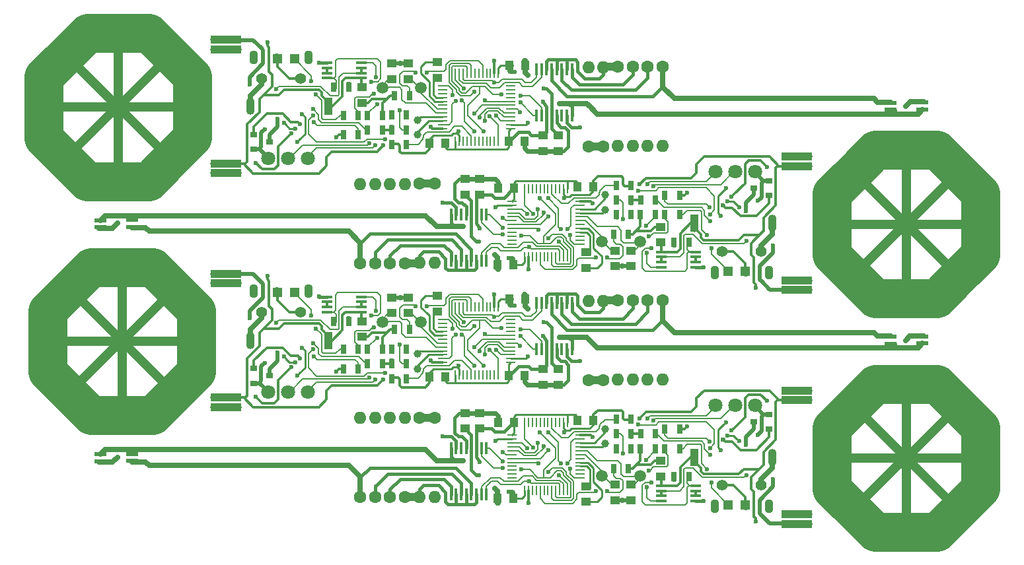
<source format=gbr>
G04 #@! TF.GenerationSoftware,KiCad,Pcbnew,5.0.2+dfsg1-1*
G04 #@! TF.CreationDate,2019-10-24T09:01:44+03:00*
G04 #@! TF.ProjectId,ERG-T-04,4552472d-542d-4303-942e-6b696361645f,rev?*
G04 #@! TF.SameCoordinates,Original*
G04 #@! TF.FileFunction,Copper,L2,Bot*
G04 #@! TF.FilePolarity,Positive*
%FSLAX46Y46*%
G04 Gerber Fmt 4.6, Leading zero omitted, Abs format (unit mm)*
G04 Created by KiCad (PCBNEW 5.0.2+dfsg1-1) date Чт 24 окт 2019 09:01:44*
%MOMM*%
%LPD*%
G01*
G04 APERTURE LIST*
G04 #@! TA.AperFunction,ComponentPad*
%ADD10C,2.000000*%
G04 #@! TD*
G04 #@! TA.AperFunction,ComponentPad*
%ADD11C,3.000000*%
G04 #@! TD*
G04 #@! TA.AperFunction,SMDPad,CuDef*
%ADD12R,0.450000X1.500000*%
G04 #@! TD*
G04 #@! TA.AperFunction,ComponentPad*
%ADD13C,1.600000*%
G04 #@! TD*
G04 #@! TA.AperFunction,ComponentPad*
%ADD14O,1.600000X1.600000*%
G04 #@! TD*
G04 #@! TA.AperFunction,SMDPad,CuDef*
%ADD15R,1.500000X0.500000*%
G04 #@! TD*
G04 #@! TA.AperFunction,SMDPad,CuDef*
%ADD16R,1.250000X1.000000*%
G04 #@! TD*
G04 #@! TA.AperFunction,ComponentPad*
%ADD17O,1.100000X2.200000*%
G04 #@! TD*
G04 #@! TA.AperFunction,ComponentPad*
%ADD18R,1.100000X2.200000*%
G04 #@! TD*
G04 #@! TA.AperFunction,SMDPad,CuDef*
%ADD19R,0.700000X1.300000*%
G04 #@! TD*
G04 #@! TA.AperFunction,SMDPad,CuDef*
%ADD20R,1.450000X0.450000*%
G04 #@! TD*
G04 #@! TA.AperFunction,SMDPad,CuDef*
%ADD21R,1.000000X1.250000*%
G04 #@! TD*
G04 #@! TA.AperFunction,ComponentPad*
%ADD22C,1.500000*%
G04 #@! TD*
G04 #@! TA.AperFunction,ComponentPad*
%ADD23C,1.000000*%
G04 #@! TD*
G04 #@! TA.AperFunction,SMDPad,CuDef*
%ADD24R,0.900000X0.800000*%
G04 #@! TD*
G04 #@! TA.AperFunction,ViaPad*
%ADD25C,1.000000*%
G04 #@! TD*
G04 #@! TA.AperFunction,SMDPad,CuDef*
%ADD26R,4.000000X1.000000*%
G04 #@! TD*
G04 #@! TA.AperFunction,ComponentPad*
%ADD27C,1.800000*%
G04 #@! TD*
G04 #@! TA.AperFunction,SMDPad,CuDef*
%ADD28R,0.250000X1.300000*%
G04 #@! TD*
G04 #@! TA.AperFunction,SMDPad,CuDef*
%ADD29R,1.300000X0.250000*%
G04 #@! TD*
G04 #@! TA.AperFunction,ComponentPad*
%ADD30O,1.100000X1.800000*%
G04 #@! TD*
G04 #@! TA.AperFunction,ComponentPad*
%ADD31C,1.400000*%
G04 #@! TD*
G04 #@! TA.AperFunction,SMDPad,CuDef*
%ADD32R,1.200000X1.200000*%
G04 #@! TD*
G04 #@! TA.AperFunction,ViaPad*
%ADD33C,0.600000*%
G04 #@! TD*
G04 #@! TA.AperFunction,Conductor*
%ADD34C,0.200000*%
G04 #@! TD*
G04 #@! TA.AperFunction,Conductor*
%ADD35C,0.250000*%
G04 #@! TD*
G04 #@! TA.AperFunction,Conductor*
%ADD36C,0.400000*%
G04 #@! TD*
G04 #@! TA.AperFunction,Conductor*
%ADD37C,0.500000*%
G04 #@! TD*
G04 #@! TA.AperFunction,Conductor*
%ADD38C,0.150000*%
G04 #@! TD*
G04 #@! TA.AperFunction,Conductor*
%ADD39C,0.300000*%
G04 #@! TD*
G04 #@! TA.AperFunction,Conductor*
%ADD40C,0.700000*%
G04 #@! TD*
G04 #@! TA.AperFunction,Conductor*
%ADD41C,0.650000*%
G04 #@! TD*
G04 #@! TA.AperFunction,Conductor*
%ADD42C,0.600000*%
G04 #@! TD*
G04 #@! TA.AperFunction,Conductor*
%ADD43C,1.000000*%
G04 #@! TD*
G04 #@! TA.AperFunction,Conductor*
%ADD44C,0.800000*%
G04 #@! TD*
G04 #@! TA.AperFunction,Conductor*
%ADD45C,5.000000*%
G04 #@! TD*
G04 #@! TA.AperFunction,Conductor*
%ADD46C,1.200000*%
G04 #@! TD*
G04 APERTURE END LIST*
D10*
G04 #@! TO.P,P1,1*
G04 #@! TO.N,N/C*
X19300000Y-31950000D03*
G04 #@! TD*
G04 #@! TO.P,P1,1*
G04 #@! TO.N,N/C*
X38300000Y-31950000D03*
G04 #@! TD*
G04 #@! TO.P,P1,1*
G04 #@! TO.N,N/C*
X28800000Y-22450000D03*
G04 #@! TD*
G04 #@! TO.P,P1,1*
G04 #@! TO.N,N/C*
X35500000Y-25250000D03*
G04 #@! TD*
G04 #@! TO.P,P1,1*
G04 #@! TO.N,N/C*
X22000000Y-38600000D03*
G04 #@! TD*
G04 #@! TO.P,P1,1*
G04 #@! TO.N,N/C*
X28800000Y-41450000D03*
G04 #@! TD*
G04 #@! TO.P,P1,1*
G04 #@! TO.N,N/C*
X35525000Y-38625000D03*
G04 #@! TD*
G04 #@! TO.P,P1,1*
G04 #@! TO.N,N/C*
X22075000Y-25275000D03*
G04 #@! TD*
G04 #@! TO.P,P1,1*
G04 #@! TO.N,N/C*
X19800000Y-61950000D03*
G04 #@! TD*
G04 #@! TO.P,P1,1*
G04 #@! TO.N,N/C*
X38800000Y-61950000D03*
G04 #@! TD*
G04 #@! TO.P,P1,1*
G04 #@! TO.N,N/C*
X29300000Y-52450000D03*
G04 #@! TD*
G04 #@! TO.P,P1,1*
G04 #@! TO.N,N/C*
X36000000Y-55250000D03*
G04 #@! TD*
G04 #@! TO.P,P1,1*
G04 #@! TO.N,N/C*
X22500000Y-68600000D03*
G04 #@! TD*
G04 #@! TO.P,P1,1*
G04 #@! TO.N,N/C*
X29300000Y-71450000D03*
G04 #@! TD*
G04 #@! TO.P,P1,1*
G04 #@! TO.N,N/C*
X36025000Y-68625000D03*
G04 #@! TD*
G04 #@! TO.P,P1,1*
G04 #@! TO.N,N/C*
X22575000Y-55275000D03*
G04 #@! TD*
G04 #@! TO.P,P1,1*
G04 #@! TO.N,N/C*
X120300000Y-76950000D03*
G04 #@! TD*
G04 #@! TO.P,P1,1*
G04 #@! TO.N,N/C*
X139300000Y-76950000D03*
G04 #@! TD*
G04 #@! TO.P,P1,1*
G04 #@! TO.N,N/C*
X129800000Y-67450000D03*
G04 #@! TD*
G04 #@! TO.P,P1,1*
G04 #@! TO.N,N/C*
X136500000Y-70250000D03*
G04 #@! TD*
G04 #@! TO.P,P1,1*
G04 #@! TO.N,N/C*
X123000000Y-83600000D03*
G04 #@! TD*
G04 #@! TO.P,P1,1*
G04 #@! TO.N,N/C*
X129800000Y-86450000D03*
G04 #@! TD*
G04 #@! TO.P,P1,1*
G04 #@! TO.N,N/C*
X136525000Y-83625000D03*
G04 #@! TD*
G04 #@! TO.P,P1,1*
G04 #@! TO.N,N/C*
X123075000Y-70275000D03*
G04 #@! TD*
G04 #@! TO.P,P1,1*
G04 #@! TO.N,/GND*
X123075000Y-40275000D03*
G04 #@! TD*
G04 #@! TO.P,P1,1*
G04 #@! TO.N,/GND*
X136525000Y-53625000D03*
G04 #@! TD*
G04 #@! TO.P,P1,1*
G04 #@! TO.N,/GND*
X129800000Y-56450000D03*
G04 #@! TD*
G04 #@! TO.P,P1,1*
G04 #@! TO.N,/GND*
X123000000Y-53600000D03*
G04 #@! TD*
G04 #@! TO.P,P1,1*
G04 #@! TO.N,/GND*
X136500000Y-40250000D03*
G04 #@! TD*
G04 #@! TO.P,P1,1*
G04 #@! TO.N,/GND*
X129800000Y-37450000D03*
G04 #@! TD*
G04 #@! TO.P,P1,1*
G04 #@! TO.N,/GND*
X139300000Y-46950000D03*
G04 #@! TD*
G04 #@! TO.P,P1,1*
G04 #@! TO.N,/GND*
X120300000Y-46950000D03*
G04 #@! TD*
D11*
G04 #@! TO.P,P5,2*
G04 #@! TO.N,N/C*
X28800000Y-31950000D03*
G04 #@! TD*
G04 #@! TO.P,P5,2*
G04 #@! TO.N,N/C*
X29300000Y-61950000D03*
G04 #@! TD*
G04 #@! TO.P,P5,2*
G04 #@! TO.N,N/C*
X129800000Y-76950000D03*
G04 #@! TD*
D12*
G04 #@! TO.P,U2,1*
G04 #@! TO.N,N/C*
X82410000Y-57105000D03*
G04 #@! TO.P,U2,2*
X83060000Y-57105000D03*
G04 #@! TO.P,U2,3*
X83710000Y-57105000D03*
G04 #@! TO.P,U2,4*
X84360000Y-57105000D03*
G04 #@! TO.P,U2,5*
X85010000Y-57105000D03*
G04 #@! TO.P,U2,6*
X85660000Y-57105000D03*
G04 #@! TO.P,U2,7*
X86310000Y-57105000D03*
G04 #@! TO.P,U2,8*
X86960000Y-57105000D03*
G04 #@! TO.P,U2,9*
X86960000Y-63005000D03*
G04 #@! TO.P,U2,10*
X86310000Y-63005000D03*
G04 #@! TO.P,U2,11*
X85660000Y-63005000D03*
G04 #@! TO.P,U2,12*
X85010000Y-63005000D03*
G04 #@! TO.P,U2,13*
X84360000Y-63005000D03*
G04 #@! TO.P,U2,14*
X83710000Y-63005000D03*
G04 #@! TO.P,U2,15*
X83060000Y-63005000D03*
G04 #@! TO.P,U2,16*
X82410000Y-63005000D03*
G04 #@! TD*
D13*
G04 #@! TO.P,R17,1*
G04 #@! TO.N,N/C*
X98580000Y-56755000D03*
D14*
G04 #@! TO.P,R17,2*
X98580000Y-66915000D03*
G04 #@! TD*
D15*
G04 #@! TO.P,R14,2*
G04 #@! TO.N,N/C*
X26527500Y-77357500D03*
G04 #@! TO.P,R14,1*
X26527500Y-76457500D03*
G04 #@! TD*
G04 #@! TO.P,R16,2*
G04 #@! TO.N,N/C*
X30597500Y-77327500D03*
G04 #@! TO.P,R16,1*
X30597500Y-76427500D03*
G04 #@! TD*
D16*
G04 #@! TO.P,C23,1*
G04 #@! TO.N,N/C*
X60067500Y-59407500D03*
G04 #@! TO.P,C23,2*
X60067500Y-61407500D03*
G04 #@! TD*
D17*
G04 #@! TO.P,C21,2*
G04 #@! TO.N,N/C*
X112657500Y-76857500D03*
D18*
G04 #@! TO.P,C21,1*
X102657500Y-76857500D03*
G04 #@! TD*
D13*
G04 #@! TO.P,R15,1*
G04 #@! TO.N,N/C*
X94780000Y-56755000D03*
D14*
G04 #@! TO.P,R15,2*
X94780000Y-66915000D03*
G04 #@! TD*
D19*
G04 #@! TO.P,R19,1*
G04 #@! TO.N,N/C*
X58367500Y-59417500D03*
G04 #@! TO.P,R19,2*
X56467500Y-59417500D03*
G04 #@! TD*
D20*
G04 #@! TO.P,IC2,8*
G04 #@! TO.N,N/C*
X98457500Y-80502500D03*
G04 #@! TO.P,IC2,7*
X98457500Y-81152500D03*
G04 #@! TO.P,IC2,6*
X98457500Y-81802500D03*
G04 #@! TO.P,IC2,5*
X98457500Y-82452500D03*
G04 #@! TO.P,IC2,4*
X102857500Y-82452500D03*
G04 #@! TO.P,IC2,3*
X102857500Y-81802500D03*
G04 #@! TO.P,IC2,2*
X102857500Y-81152500D03*
G04 #@! TO.P,IC2,1*
X102857500Y-80502500D03*
G04 #@! TD*
D21*
G04 #@! TO.P,C20,2*
G04 #@! TO.N,N/C*
X89704000Y-72162000D03*
G04 #@! TO.P,C20,1*
X87704000Y-72162000D03*
G04 #@! TD*
D16*
G04 #@! TO.P,C19,2*
G04 #@! TO.N,N/C*
X88750000Y-82560000D03*
G04 #@! TO.P,C19,1*
X88750000Y-80560000D03*
G04 #@! TD*
D21*
G04 #@! TO.P,C16,2*
G04 #@! TO.N,N/C*
X77450000Y-82160000D03*
G04 #@! TO.P,C16,1*
X79450000Y-82160000D03*
G04 #@! TD*
D19*
G04 #@! TO.P,R7,2*
G04 #@! TO.N,N/C*
X100767500Y-73227500D03*
G04 #@! TO.P,R7,1*
X98867500Y-73227500D03*
G04 #@! TD*
G04 #@! TO.P,R6,2*
G04 #@! TO.N,N/C*
X98867500Y-75737500D03*
G04 #@! TO.P,R6,1*
X100767500Y-75737500D03*
G04 #@! TD*
G04 #@! TO.P,R5,2*
G04 #@! TO.N,N/C*
X95767500Y-73857500D03*
G04 #@! TO.P,R5,1*
X97667500Y-73857500D03*
G04 #@! TD*
G04 #@! TO.P,R4,2*
G04 #@! TO.N,N/C*
X92667500Y-75757500D03*
G04 #@! TO.P,R4,1*
X94567500Y-75757500D03*
G04 #@! TD*
G04 #@! TO.P,R3,2*
G04 #@! TO.N,N/C*
X94567500Y-73857500D03*
G04 #@! TO.P,R3,1*
X92667500Y-73857500D03*
G04 #@! TD*
G04 #@! TO.P,R2,2*
G04 #@! TO.N,N/C*
X94567500Y-71957500D03*
G04 #@! TO.P,R2,1*
X92667500Y-71957500D03*
G04 #@! TD*
G04 #@! TO.P,R1,2*
G04 #@! TO.N,N/C*
X94207500Y-78277500D03*
G04 #@! TO.P,R1,1*
X92307500Y-78277500D03*
G04 #@! TD*
D16*
G04 #@! TO.P,C17,2*
G04 #@! TO.N,N/C*
X73255000Y-71160000D03*
G04 #@! TO.P,C17,1*
X73255000Y-73160000D03*
G04 #@! TD*
G04 #@! TO.P,C15,2*
G04 #@! TO.N,N/C*
X75155000Y-71160000D03*
G04 #@! TO.P,C15,1*
X75155000Y-73160000D03*
G04 #@! TD*
D21*
G04 #@! TO.P,C7,2*
G04 #@! TO.N,N/C*
X77550000Y-72360000D03*
G04 #@! TO.P,C7,1*
X79550000Y-72360000D03*
G04 #@! TD*
D16*
G04 #@! TO.P,C4,2*
G04 #@! TO.N,N/C*
X92475000Y-82360000D03*
G04 #@! TO.P,C4,1*
X92475000Y-80360000D03*
G04 #@! TD*
G04 #@! TO.P,C2,2*
G04 #@! TO.N,N/C*
X94525000Y-82360000D03*
G04 #@! TO.P,C2,1*
X94525000Y-80360000D03*
G04 #@! TD*
D22*
G04 #@! TO.P,8MHz1,2*
G04 #@! TO.N,N/C*
X90837500Y-79217500D03*
G04 #@! TO.P,8MHz1,1*
X95717500Y-79217500D03*
G04 #@! TD*
D14*
G04 #@! TO.P,R13,2*
G04 #@! TO.N,N/C*
X61755000Y-71800000D03*
D13*
G04 #@! TO.P,R13,1*
X61755000Y-81960000D03*
G04 #@! TD*
D14*
G04 #@! TO.P,R11,2*
G04 #@! TO.N,N/C*
X65555000Y-71800000D03*
D13*
G04 #@! TO.P,R11,1*
X65555000Y-81960000D03*
G04 #@! TD*
D14*
G04 #@! TO.P,R10,2*
G04 #@! TO.N,N/C*
X67455000Y-81920000D03*
D13*
G04 #@! TO.P,R10,1*
X67455000Y-71760000D03*
G04 #@! TD*
D23*
G04 #@! TO.P,32.768,2*
G04 #@! TO.N,N/C*
X91250000Y-75110000D03*
G04 #@! TO.P,32.768,1*
X91250000Y-73210000D03*
G04 #@! TD*
D24*
G04 #@! TO.P,Q1,3*
G04 #@! TO.N,N/C*
X110242500Y-72307500D03*
G04 #@! TO.P,Q1,2*
X112242500Y-73257500D03*
G04 #@! TO.P,Q1,1*
X112242500Y-71357500D03*
G04 #@! TD*
D25*
G04 #@! TO.N,N/C*
G04 #@! TO.C,PD4*
X115317500Y-68307500D03*
D26*
G04 #@! TD*
G04 #@! TO.P,PD4,2*
G04 #@! TO.N,N/C*
X115817500Y-68307500D03*
D25*
G04 #@! TO.N,N/C*
G04 #@! TO.C,PD4*
X114317500Y-68307500D03*
X116317500Y-68307500D03*
X117317500Y-68307500D03*
G04 #@! TD*
G04 #@! TO.N,N/C*
G04 #@! TO.C,PD1*
X115317500Y-69517500D03*
D26*
G04 #@! TD*
G04 #@! TO.P,PD1,2*
G04 #@! TO.N,N/C*
X115817500Y-69517500D03*
D25*
G04 #@! TO.N,N/C*
G04 #@! TO.C,PD1*
X114317500Y-69517500D03*
X116317500Y-69517500D03*
X117317500Y-69517500D03*
G04 #@! TD*
G04 #@! TO.N,N/C*
G04 #@! TO.C,PD2*
X115317500Y-84197500D03*
D26*
G04 #@! TD*
G04 #@! TO.P,PD2,2*
G04 #@! TO.N,N/C*
X115817500Y-84197500D03*
D25*
G04 #@! TO.N,N/C*
G04 #@! TO.C,PD2*
X114317500Y-84197500D03*
X116317500Y-84197500D03*
X117317500Y-84197500D03*
G04 #@! TD*
G04 #@! TO.N,N/C*
G04 #@! TO.C,PD3*
X115317500Y-85407500D03*
D26*
G04 #@! TD*
G04 #@! TO.P,PD3,2*
G04 #@! TO.N,N/C*
X115817500Y-85407500D03*
D25*
G04 #@! TO.N,N/C*
G04 #@! TO.C,PD3*
X114317500Y-85407500D03*
X116317500Y-85407500D03*
X117317500Y-85407500D03*
G04 #@! TD*
D27*
G04 #@! TO.P,P6,1*
G04 #@! TO.N,N/C*
X110410000Y-70184000D03*
G04 #@! TD*
G04 #@! TO.P,P5,1*
G04 #@! TO.N,N/C*
X105330000Y-70184000D03*
G04 #@! TD*
G04 #@! TO.P,P4,1*
G04 #@! TO.N,N/C*
X107870000Y-70184000D03*
G04 #@! TD*
D28*
G04 #@! TO.P,SPI1-CS1,48*
G04 #@! TO.N,N/C*
X86400000Y-72410000D03*
G04 #@! TO.P,SPI1-CS1,47*
X85900000Y-72410000D03*
G04 #@! TO.P,SPI1-CS1,46*
X85400000Y-72410000D03*
G04 #@! TO.P,SPI1-CS1,45*
X84900000Y-72410000D03*
G04 #@! TO.P,SPI1-CS1,44*
X84400000Y-72410000D03*
G04 #@! TO.P,SPI1-CS1,43*
X83900000Y-72410000D03*
G04 #@! TO.P,SPI1-CS1,42*
X83400000Y-72410000D03*
G04 #@! TO.P,SPI1-CS1,41*
X82900000Y-72410000D03*
G04 #@! TO.P,SPI1-CS1,40*
X82400000Y-72410000D03*
G04 #@! TO.P,SPI1-CS1,39*
X81900000Y-72410000D03*
G04 #@! TO.P,SPI1-CS1,38*
X81400000Y-72410000D03*
G04 #@! TO.P,SPI1-CS1,37*
X80900000Y-72410000D03*
D29*
G04 #@! TO.P,SPI1-CS1,36*
X79300000Y-74010000D03*
G04 #@! TO.P,SPI1-CS1,35*
X79300000Y-74510000D03*
G04 #@! TO.P,SPI1-CS1,34*
X79300000Y-75010000D03*
G04 #@! TO.P,SPI1-CS1,33*
X79300000Y-75510000D03*
G04 #@! TO.P,SPI1-CS1,32*
X79300000Y-76010000D03*
G04 #@! TO.P,SPI1-CS1,31*
X79300000Y-76510000D03*
G04 #@! TO.P,SPI1-CS1,30*
X79300000Y-77010000D03*
G04 #@! TO.P,SPI1-CS1,29*
X79300000Y-77510000D03*
G04 #@! TO.P,SPI1-CS1,28*
X79300000Y-78010000D03*
G04 #@! TO.P,SPI1-CS1,27*
X79300000Y-78510000D03*
G04 #@! TO.P,SPI1-CS1,26*
X79300000Y-79010000D03*
G04 #@! TO.P,SPI1-CS1,25*
X79300000Y-79510000D03*
D28*
G04 #@! TO.P,SPI1-CS1,24*
X80900000Y-81110000D03*
G04 #@! TO.P,SPI1-CS1,23*
X81400000Y-81110000D03*
G04 #@! TO.P,SPI1-CS1,22*
X81900000Y-81110000D03*
G04 #@! TO.P,SPI1-CS1,21*
X82400000Y-81110000D03*
G04 #@! TO.P,SPI1-CS1,20*
X82900000Y-81110000D03*
G04 #@! TO.P,SPI1-CS1,19*
X83400000Y-81110000D03*
G04 #@! TO.P,SPI1-CS1,18*
X83900000Y-81110000D03*
G04 #@! TO.P,SPI1-CS1,17*
X84400000Y-81110000D03*
G04 #@! TO.P,SPI1-CS1,16*
X84900000Y-81110000D03*
G04 #@! TO.P,SPI1-CS1,15*
X85400000Y-81110000D03*
G04 #@! TO.P,SPI1-CS1,14*
X85900000Y-81110000D03*
G04 #@! TO.P,SPI1-CS1,13*
X86400000Y-81110000D03*
D29*
G04 #@! TO.P,SPI1-CS1,12*
X88000000Y-79510000D03*
G04 #@! TO.P,SPI1-CS1,11*
X88000000Y-79010000D03*
G04 #@! TO.P,SPI1-CS1,10*
X88000000Y-78510000D03*
G04 #@! TO.P,SPI1-CS1,9*
X88000000Y-78010000D03*
G04 #@! TO.P,SPI1-CS1,8*
X88000000Y-77510000D03*
G04 #@! TO.P,SPI1-CS1,7*
X88000000Y-77010000D03*
G04 #@! TO.P,SPI1-CS1,6*
X88000000Y-76510000D03*
G04 #@! TO.P,SPI1-CS1,5*
X88000000Y-76010000D03*
G04 #@! TO.P,SPI1-CS1,4*
X88000000Y-75510000D03*
G04 #@! TO.P,SPI1-CS1,3*
X88000000Y-75010000D03*
G04 #@! TO.P,SPI1-CS1,2*
X88000000Y-74510000D03*
G04 #@! TO.P,SPI1-CS1,1*
X88000000Y-74010000D03*
G04 #@! TD*
D30*
G04 #@! TO.P,P1,6*
G04 #@! TO.N,N/C*
X112247500Y-83137500D03*
X105247500Y-83137500D03*
D31*
X111247500Y-80437500D03*
X106247500Y-80437500D03*
G04 #@! TD*
D32*
G04 #@! TO.P,D2,1*
G04 #@! TO.N,N/C*
X109217500Y-83007500D03*
G04 #@! TO.P,D2,2*
X107017500Y-83007500D03*
G04 #@! TD*
D14*
G04 #@! TO.P,R18,2*
G04 #@! TO.N,N/C*
X69355000Y-81920000D03*
D13*
G04 #@! TO.P,R18,1*
X69355000Y-71760000D03*
G04 #@! TD*
D19*
G04 #@! TO.P,R9,2*
G04 #@! TO.N,N/C*
X97657500Y-75737500D03*
G04 #@! TO.P,R9,1*
X95757500Y-75737500D03*
G04 #@! TD*
G04 #@! TO.P,R19,2*
G04 #@! TO.N,N/C*
X101967500Y-79297500D03*
G04 #@! TO.P,R19,1*
X100067500Y-79297500D03*
G04 #@! TD*
D16*
G04 #@! TO.P,C23,2*
G04 #@! TO.N,N/C*
X98367500Y-77307500D03*
G04 #@! TO.P,C23,1*
X98367500Y-79307500D03*
G04 #@! TD*
D14*
G04 #@! TO.P,R15,2*
G04 #@! TO.N,N/C*
X63655000Y-71800000D03*
D13*
G04 #@! TO.P,R15,1*
X63655000Y-81960000D03*
G04 #@! TD*
D14*
G04 #@! TO.P,R17,2*
G04 #@! TO.N,N/C*
X59855000Y-71800000D03*
D13*
G04 #@! TO.P,R17,1*
X59855000Y-81960000D03*
G04 #@! TD*
D15*
G04 #@! TO.P,R14,1*
G04 #@! TO.N,N/C*
X131907500Y-62257500D03*
G04 #@! TO.P,R14,2*
X131907500Y-61357500D03*
G04 #@! TD*
G04 #@! TO.P,R16,1*
G04 #@! TO.N,N/C*
X127837500Y-62287500D03*
G04 #@! TO.P,R16,2*
X127837500Y-61387500D03*
G04 #@! TD*
D18*
G04 #@! TO.P,C21,1*
G04 #@! TO.N,N/C*
X55777500Y-61857500D03*
D17*
G04 #@! TO.P,C21,2*
X45777500Y-61857500D03*
G04 #@! TD*
D20*
G04 #@! TO.P,IC2,1*
G04 #@! TO.N,N/C*
X55577500Y-58212500D03*
G04 #@! TO.P,IC2,2*
X55577500Y-57562500D03*
G04 #@! TO.P,IC2,3*
X55577500Y-56912500D03*
G04 #@! TO.P,IC2,4*
X55577500Y-56262500D03*
G04 #@! TO.P,IC2,5*
X59977500Y-56262500D03*
G04 #@! TO.P,IC2,6*
X59977500Y-56912500D03*
G04 #@! TO.P,IC2,7*
X59977500Y-57562500D03*
G04 #@! TO.P,IC2,8*
X59977500Y-58212500D03*
G04 #@! TD*
D21*
G04 #@! TO.P,C20,1*
G04 #@! TO.N,N/C*
X70731000Y-66553000D03*
G04 #@! TO.P,C20,2*
X68731000Y-66553000D03*
G04 #@! TD*
D16*
G04 #@! TO.P,C19,1*
G04 #@! TO.N,N/C*
X69685000Y-58155000D03*
G04 #@! TO.P,C19,2*
X69685000Y-56155000D03*
G04 #@! TD*
D21*
G04 #@! TO.P,C16,1*
G04 #@! TO.N,N/C*
X78985000Y-56555000D03*
G04 #@! TO.P,C16,2*
X80985000Y-56555000D03*
G04 #@! TD*
D19*
G04 #@! TO.P,R7,1*
G04 #@! TO.N,N/C*
X59567500Y-65487500D03*
G04 #@! TO.P,R7,2*
X57667500Y-65487500D03*
G04 #@! TD*
G04 #@! TO.P,R6,1*
G04 #@! TO.N,N/C*
X57667500Y-62977500D03*
G04 #@! TO.P,R6,2*
X59567500Y-62977500D03*
G04 #@! TD*
G04 #@! TO.P,R5,1*
G04 #@! TO.N,N/C*
X60767500Y-64857500D03*
G04 #@! TO.P,R5,2*
X62667500Y-64857500D03*
G04 #@! TD*
G04 #@! TO.P,R4,1*
G04 #@! TO.N,N/C*
X63867500Y-62957500D03*
G04 #@! TO.P,R4,2*
X65767500Y-62957500D03*
G04 #@! TD*
G04 #@! TO.P,R3,1*
G04 #@! TO.N,N/C*
X65767500Y-64857500D03*
G04 #@! TO.P,R3,2*
X63867500Y-64857500D03*
G04 #@! TD*
G04 #@! TO.P,R2,1*
G04 #@! TO.N,N/C*
X65767500Y-66757500D03*
G04 #@! TO.P,R2,2*
X63867500Y-66757500D03*
G04 #@! TD*
G04 #@! TO.P,R1,1*
G04 #@! TO.N,N/C*
X66127500Y-60437500D03*
G04 #@! TO.P,R1,2*
X64227500Y-60437500D03*
G04 #@! TD*
D16*
G04 #@! TO.P,C17,1*
G04 #@! TO.N,N/C*
X85180000Y-65555000D03*
G04 #@! TO.P,C17,2*
X85180000Y-67555000D03*
G04 #@! TD*
G04 #@! TO.P,C15,1*
G04 #@! TO.N,N/C*
X83280000Y-65555000D03*
G04 #@! TO.P,C15,2*
X83280000Y-67555000D03*
G04 #@! TD*
D21*
G04 #@! TO.P,C7,1*
G04 #@! TO.N,N/C*
X78885000Y-66355000D03*
G04 #@! TO.P,C7,2*
X80885000Y-66355000D03*
G04 #@! TD*
D16*
G04 #@! TO.P,C4,1*
G04 #@! TO.N,N/C*
X65960000Y-58355000D03*
G04 #@! TO.P,C4,2*
X65960000Y-56355000D03*
G04 #@! TD*
G04 #@! TO.P,C2,1*
G04 #@! TO.N,N/C*
X63910000Y-58355000D03*
G04 #@! TO.P,C2,2*
X63910000Y-56355000D03*
G04 #@! TD*
D22*
G04 #@! TO.P,8MHz1,1*
G04 #@! TO.N,N/C*
X62717500Y-59497500D03*
G04 #@! TO.P,8MHz1,2*
X67597500Y-59497500D03*
G04 #@! TD*
D13*
G04 #@! TO.P,R13,1*
G04 #@! TO.N,N/C*
X96680000Y-56755000D03*
D14*
G04 #@! TO.P,R13,2*
X96680000Y-66915000D03*
G04 #@! TD*
D13*
G04 #@! TO.P,R11,1*
G04 #@! TO.N,N/C*
X92880000Y-56755000D03*
D14*
G04 #@! TO.P,R11,2*
X92880000Y-66915000D03*
G04 #@! TD*
D13*
G04 #@! TO.P,R10,1*
G04 #@! TO.N,N/C*
X90980000Y-66955000D03*
D14*
G04 #@! TO.P,R10,2*
X90980000Y-56795000D03*
G04 #@! TD*
D23*
G04 #@! TO.P,32.768,1*
G04 #@! TO.N,N/C*
X67185000Y-65505000D03*
G04 #@! TO.P,32.768,2*
X67185000Y-63605000D03*
G04 #@! TD*
D32*
G04 #@! TO.P,D2,2*
G04 #@! TO.N,N/C*
X51417500Y-55707500D03*
G04 #@! TO.P,D2,1*
X49217500Y-55707500D03*
G04 #@! TD*
D13*
G04 #@! TO.P,R18,1*
G04 #@! TO.N,N/C*
X89080000Y-66955000D03*
D14*
G04 #@! TO.P,R18,2*
X89080000Y-56795000D03*
G04 #@! TD*
D19*
G04 #@! TO.P,R9,1*
G04 #@! TO.N,N/C*
X62677500Y-62977500D03*
G04 #@! TO.P,R9,2*
X60777500Y-62977500D03*
G04 #@! TD*
D24*
G04 #@! TO.P,Q1,1*
G04 #@! TO.N,N/C*
X46192500Y-67357500D03*
G04 #@! TO.P,Q1,2*
X46192500Y-65457500D03*
G04 #@! TO.P,Q1,3*
X48192500Y-66407500D03*
G04 #@! TD*
D25*
G04 #@! TO.N,N/C*
G04 #@! TO.C,PD4*
X41117500Y-70407500D03*
X42117500Y-70407500D03*
X44117500Y-70407500D03*
D26*
G04 #@! TD*
G04 #@! TO.P,PD4,2*
G04 #@! TO.N,N/C*
X42617500Y-70407500D03*
D25*
G04 #@! TO.N,N/C*
G04 #@! TO.C,PD4*
X43117500Y-70407500D03*
G04 #@! TD*
G04 #@! TO.N,N/C*
G04 #@! TO.C,PD1*
X41117500Y-69197500D03*
X42117500Y-69197500D03*
X44117500Y-69197500D03*
D26*
G04 #@! TD*
G04 #@! TO.P,PD1,2*
G04 #@! TO.N,N/C*
X42617500Y-69197500D03*
D25*
G04 #@! TO.N,N/C*
G04 #@! TO.C,PD1*
X43117500Y-69197500D03*
G04 #@! TD*
G04 #@! TO.N,N/C*
G04 #@! TO.C,PD2*
X41117500Y-54517500D03*
X42117500Y-54517500D03*
X44117500Y-54517500D03*
D26*
G04 #@! TD*
G04 #@! TO.P,PD2,2*
G04 #@! TO.N,N/C*
X42617500Y-54517500D03*
D25*
G04 #@! TO.N,N/C*
G04 #@! TO.C,PD2*
X43117500Y-54517500D03*
G04 #@! TD*
G04 #@! TO.N,N/C*
G04 #@! TO.C,PD3*
X41117500Y-53307500D03*
X42117500Y-53307500D03*
X44117500Y-53307500D03*
D26*
G04 #@! TD*
G04 #@! TO.P,PD3,2*
G04 #@! TO.N,N/C*
X42617500Y-53307500D03*
D25*
G04 #@! TO.N,N/C*
G04 #@! TO.C,PD3*
X43117500Y-53307500D03*
G04 #@! TD*
D27*
G04 #@! TO.P,P6,1*
G04 #@! TO.N,N/C*
X48025000Y-68531000D03*
G04 #@! TD*
G04 #@! TO.P,P5,1*
G04 #@! TO.N,N/C*
X53105000Y-68531000D03*
G04 #@! TD*
G04 #@! TO.P,P4,1*
G04 #@! TO.N,N/C*
X50565000Y-68531000D03*
G04 #@! TD*
D29*
G04 #@! TO.P,SPI1-CS1,1*
G04 #@! TO.N,N/C*
X70435000Y-64705000D03*
G04 #@! TO.P,SPI1-CS1,2*
X70435000Y-64205000D03*
G04 #@! TO.P,SPI1-CS1,3*
X70435000Y-63705000D03*
G04 #@! TO.P,SPI1-CS1,4*
X70435000Y-63205000D03*
G04 #@! TO.P,SPI1-CS1,5*
X70435000Y-62705000D03*
G04 #@! TO.P,SPI1-CS1,6*
X70435000Y-62205000D03*
G04 #@! TO.P,SPI1-CS1,7*
X70435000Y-61705000D03*
G04 #@! TO.P,SPI1-CS1,8*
X70435000Y-61205000D03*
G04 #@! TO.P,SPI1-CS1,9*
X70435000Y-60705000D03*
G04 #@! TO.P,SPI1-CS1,10*
X70435000Y-60205000D03*
G04 #@! TO.P,SPI1-CS1,11*
X70435000Y-59705000D03*
G04 #@! TO.P,SPI1-CS1,12*
X70435000Y-59205000D03*
D28*
G04 #@! TO.P,SPI1-CS1,13*
X72035000Y-57605000D03*
G04 #@! TO.P,SPI1-CS1,14*
X72535000Y-57605000D03*
G04 #@! TO.P,SPI1-CS1,15*
X73035000Y-57605000D03*
G04 #@! TO.P,SPI1-CS1,16*
X73535000Y-57605000D03*
G04 #@! TO.P,SPI1-CS1,17*
X74035000Y-57605000D03*
G04 #@! TO.P,SPI1-CS1,18*
X74535000Y-57605000D03*
G04 #@! TO.P,SPI1-CS1,19*
X75035000Y-57605000D03*
G04 #@! TO.P,SPI1-CS1,20*
X75535000Y-57605000D03*
G04 #@! TO.P,SPI1-CS1,21*
X76035000Y-57605000D03*
G04 #@! TO.P,SPI1-CS1,22*
X76535000Y-57605000D03*
G04 #@! TO.P,SPI1-CS1,23*
X77035000Y-57605000D03*
G04 #@! TO.P,SPI1-CS1,24*
X77535000Y-57605000D03*
D29*
G04 #@! TO.P,SPI1-CS1,25*
X79135000Y-59205000D03*
G04 #@! TO.P,SPI1-CS1,26*
X79135000Y-59705000D03*
G04 #@! TO.P,SPI1-CS1,27*
X79135000Y-60205000D03*
G04 #@! TO.P,SPI1-CS1,28*
X79135000Y-60705000D03*
G04 #@! TO.P,SPI1-CS1,29*
X79135000Y-61205000D03*
G04 #@! TO.P,SPI1-CS1,30*
X79135000Y-61705000D03*
G04 #@! TO.P,SPI1-CS1,31*
X79135000Y-62205000D03*
G04 #@! TO.P,SPI1-CS1,32*
X79135000Y-62705000D03*
G04 #@! TO.P,SPI1-CS1,33*
X79135000Y-63205000D03*
G04 #@! TO.P,SPI1-CS1,34*
X79135000Y-63705000D03*
G04 #@! TO.P,SPI1-CS1,35*
X79135000Y-64205000D03*
G04 #@! TO.P,SPI1-CS1,36*
X79135000Y-64705000D03*
D28*
G04 #@! TO.P,SPI1-CS1,37*
X77535000Y-66305000D03*
G04 #@! TO.P,SPI1-CS1,38*
X77035000Y-66305000D03*
G04 #@! TO.P,SPI1-CS1,39*
X76535000Y-66305000D03*
G04 #@! TO.P,SPI1-CS1,40*
X76035000Y-66305000D03*
G04 #@! TO.P,SPI1-CS1,41*
X75535000Y-66305000D03*
G04 #@! TO.P,SPI1-CS1,42*
X75035000Y-66305000D03*
G04 #@! TO.P,SPI1-CS1,43*
X74535000Y-66305000D03*
G04 #@! TO.P,SPI1-CS1,44*
X74035000Y-66305000D03*
G04 #@! TO.P,SPI1-CS1,45*
X73535000Y-66305000D03*
G04 #@! TO.P,SPI1-CS1,46*
X73035000Y-66305000D03*
G04 #@! TO.P,SPI1-CS1,47*
X72535000Y-66305000D03*
G04 #@! TO.P,SPI1-CS1,48*
X72035000Y-66305000D03*
G04 #@! TD*
D31*
G04 #@! TO.P,P1,6*
G04 #@! TO.N,N/C*
X52187500Y-58277500D03*
X47187500Y-58277500D03*
D30*
X53187500Y-55577500D03*
X46187500Y-55577500D03*
G04 #@! TD*
D12*
G04 #@! TO.P,U2,16*
G04 #@! TO.N,N/C*
X76025000Y-75710000D03*
G04 #@! TO.P,U2,15*
X75375000Y-75710000D03*
G04 #@! TO.P,U2,14*
X74725000Y-75710000D03*
G04 #@! TO.P,U2,13*
X74075000Y-75710000D03*
G04 #@! TO.P,U2,12*
X73425000Y-75710000D03*
G04 #@! TO.P,U2,11*
X72775000Y-75710000D03*
G04 #@! TO.P,U2,10*
X72125000Y-75710000D03*
G04 #@! TO.P,U2,9*
X71475000Y-75710000D03*
G04 #@! TO.P,U2,8*
X71475000Y-81610000D03*
G04 #@! TO.P,U2,7*
X72125000Y-81610000D03*
G04 #@! TO.P,U2,6*
X72775000Y-81610000D03*
G04 #@! TO.P,U2,5*
X73425000Y-81610000D03*
G04 #@! TO.P,U2,4*
X74075000Y-81610000D03*
G04 #@! TO.P,U2,3*
X74725000Y-81610000D03*
G04 #@! TO.P,U2,2*
X75375000Y-81610000D03*
G04 #@! TO.P,U2,1*
X76025000Y-81610000D03*
G04 #@! TD*
D15*
G04 #@! TO.P,R14,2*
G04 #@! TO.N,N/C*
X131907500Y-31357500D03*
G04 #@! TO.P,R14,1*
X131907500Y-32257500D03*
G04 #@! TD*
G04 #@! TO.P,R16,2*
G04 #@! TO.N,N/C*
X127837500Y-31387500D03*
G04 #@! TO.P,R16,1*
X127837500Y-32287500D03*
G04 #@! TD*
D17*
G04 #@! TO.P,C21,2*
G04 #@! TO.N,N/C*
X45777500Y-31857500D03*
D18*
G04 #@! TO.P,C21,1*
X55777500Y-31857500D03*
G04 #@! TD*
D20*
G04 #@! TO.P,IC2,8*
G04 #@! TO.N,N/C*
X59977500Y-28212500D03*
G04 #@! TO.P,IC2,7*
X59977500Y-27562500D03*
G04 #@! TO.P,IC2,6*
X59977500Y-26912500D03*
G04 #@! TO.P,IC2,5*
X59977500Y-26262500D03*
G04 #@! TO.P,IC2,4*
X55577500Y-26262500D03*
G04 #@! TO.P,IC2,3*
X55577500Y-26912500D03*
G04 #@! TO.P,IC2,2*
X55577500Y-27562500D03*
G04 #@! TO.P,IC2,1*
X55577500Y-28212500D03*
G04 #@! TD*
D21*
G04 #@! TO.P,C20,2*
G04 #@! TO.N,N/C*
X68731000Y-36553000D03*
G04 #@! TO.P,C20,1*
X70731000Y-36553000D03*
G04 #@! TD*
D16*
G04 #@! TO.P,C19,2*
G04 #@! TO.N,N/C*
X69685000Y-26155000D03*
G04 #@! TO.P,C19,1*
X69685000Y-28155000D03*
G04 #@! TD*
D21*
G04 #@! TO.P,C16,2*
G04 #@! TO.N,N/C*
X80985000Y-26555000D03*
G04 #@! TO.P,C16,1*
X78985000Y-26555000D03*
G04 #@! TD*
D19*
G04 #@! TO.P,R7,2*
G04 #@! TO.N,N/C*
X57667500Y-35487500D03*
G04 #@! TO.P,R7,1*
X59567500Y-35487500D03*
G04 #@! TD*
G04 #@! TO.P,R6,2*
G04 #@! TO.N,N/C*
X59567500Y-32977500D03*
G04 #@! TO.P,R6,1*
X57667500Y-32977500D03*
G04 #@! TD*
G04 #@! TO.P,R5,2*
G04 #@! TO.N,N/C*
X62667500Y-34857500D03*
G04 #@! TO.P,R5,1*
X60767500Y-34857500D03*
G04 #@! TD*
G04 #@! TO.P,R4,2*
G04 #@! TO.N,N/C*
X65767500Y-32957500D03*
G04 #@! TO.P,R4,1*
X63867500Y-32957500D03*
G04 #@! TD*
G04 #@! TO.P,R3,2*
G04 #@! TO.N,N/C*
X63867500Y-34857500D03*
G04 #@! TO.P,R3,1*
X65767500Y-34857500D03*
G04 #@! TD*
G04 #@! TO.P,R2,2*
G04 #@! TO.N,N/C*
X63867500Y-36757500D03*
G04 #@! TO.P,R2,1*
X65767500Y-36757500D03*
G04 #@! TD*
G04 #@! TO.P,R1,2*
G04 #@! TO.N,N/C*
X64227500Y-30437500D03*
G04 #@! TO.P,R1,1*
X66127500Y-30437500D03*
G04 #@! TD*
D16*
G04 #@! TO.P,C17,2*
G04 #@! TO.N,N/C*
X85180000Y-37555000D03*
G04 #@! TO.P,C17,1*
X85180000Y-35555000D03*
G04 #@! TD*
G04 #@! TO.P,C15,2*
G04 #@! TO.N,N/C*
X83280000Y-37555000D03*
G04 #@! TO.P,C15,1*
X83280000Y-35555000D03*
G04 #@! TD*
D21*
G04 #@! TO.P,C7,2*
G04 #@! TO.N,N/C*
X80885000Y-36355000D03*
G04 #@! TO.P,C7,1*
X78885000Y-36355000D03*
G04 #@! TD*
D16*
G04 #@! TO.P,C4,2*
G04 #@! TO.N,N/C*
X65960000Y-26355000D03*
G04 #@! TO.P,C4,1*
X65960000Y-28355000D03*
G04 #@! TD*
G04 #@! TO.P,C2,2*
G04 #@! TO.N,N/C*
X63910000Y-26355000D03*
G04 #@! TO.P,C2,1*
X63910000Y-28355000D03*
G04 #@! TD*
D22*
G04 #@! TO.P,8MHz1,2*
G04 #@! TO.N,N/C*
X67597500Y-29497500D03*
G04 #@! TO.P,8MHz1,1*
X62717500Y-29497500D03*
G04 #@! TD*
D14*
G04 #@! TO.P,R13,2*
G04 #@! TO.N,N/C*
X96680000Y-36915000D03*
D13*
G04 #@! TO.P,R13,1*
X96680000Y-26755000D03*
G04 #@! TD*
D14*
G04 #@! TO.P,R11,2*
G04 #@! TO.N,N/C*
X92880000Y-36915000D03*
D13*
G04 #@! TO.P,R11,1*
X92880000Y-26755000D03*
G04 #@! TD*
D14*
G04 #@! TO.P,R10,2*
G04 #@! TO.N,N/C*
X90980000Y-26795000D03*
D13*
G04 #@! TO.P,R10,1*
X90980000Y-36955000D03*
G04 #@! TD*
D23*
G04 #@! TO.P,32.768,2*
G04 #@! TO.N,N/C*
X67185000Y-33605000D03*
G04 #@! TO.P,32.768,1*
X67185000Y-35505000D03*
G04 #@! TD*
D24*
G04 #@! TO.P,Q1,3*
G04 #@! TO.N,N/C*
X48192500Y-36407500D03*
G04 #@! TO.P,Q1,2*
X46192500Y-35457500D03*
G04 #@! TO.P,Q1,1*
X46192500Y-37357500D03*
G04 #@! TD*
D25*
G04 #@! TO.N,N/C*
G04 #@! TO.C,PD4*
X43117500Y-40407500D03*
D26*
G04 #@! TD*
G04 #@! TO.P,PD4,2*
G04 #@! TO.N,N/C*
X42617500Y-40407500D03*
D25*
G04 #@! TO.N,N/C*
G04 #@! TO.C,PD4*
X44117500Y-40407500D03*
X42117500Y-40407500D03*
X41117500Y-40407500D03*
G04 #@! TD*
G04 #@! TO.N,N/C*
G04 #@! TO.C,PD1*
X43117500Y-39197500D03*
D26*
G04 #@! TD*
G04 #@! TO.P,PD1,2*
G04 #@! TO.N,N/C*
X42617500Y-39197500D03*
D25*
G04 #@! TO.N,N/C*
G04 #@! TO.C,PD1*
X44117500Y-39197500D03*
X42117500Y-39197500D03*
X41117500Y-39197500D03*
G04 #@! TD*
G04 #@! TO.N,N/C*
G04 #@! TO.C,PD2*
X43117500Y-24517500D03*
D26*
G04 #@! TD*
G04 #@! TO.P,PD2,2*
G04 #@! TO.N,N/C*
X42617500Y-24517500D03*
D25*
G04 #@! TO.N,N/C*
G04 #@! TO.C,PD2*
X44117500Y-24517500D03*
X42117500Y-24517500D03*
X41117500Y-24517500D03*
G04 #@! TD*
G04 #@! TO.N,N/C*
G04 #@! TO.C,PD3*
X43117500Y-23307500D03*
D26*
G04 #@! TD*
G04 #@! TO.P,PD3,2*
G04 #@! TO.N,N/C*
X42617500Y-23307500D03*
D25*
G04 #@! TO.N,N/C*
G04 #@! TO.C,PD3*
X44117500Y-23307500D03*
X42117500Y-23307500D03*
X41117500Y-23307500D03*
G04 #@! TD*
D27*
G04 #@! TO.P,P6,1*
G04 #@! TO.N,N/C*
X48025000Y-38531000D03*
G04 #@! TD*
G04 #@! TO.P,P5,1*
G04 #@! TO.N,N/C*
X53105000Y-38531000D03*
G04 #@! TD*
G04 #@! TO.P,P4,1*
G04 #@! TO.N,N/C*
X50565000Y-38531000D03*
G04 #@! TD*
D28*
G04 #@! TO.P,SPI1-CS1,48*
G04 #@! TO.N,N/C*
X72035000Y-36305000D03*
G04 #@! TO.P,SPI1-CS1,47*
X72535000Y-36305000D03*
G04 #@! TO.P,SPI1-CS1,46*
X73035000Y-36305000D03*
G04 #@! TO.P,SPI1-CS1,45*
X73535000Y-36305000D03*
G04 #@! TO.P,SPI1-CS1,44*
X74035000Y-36305000D03*
G04 #@! TO.P,SPI1-CS1,43*
X74535000Y-36305000D03*
G04 #@! TO.P,SPI1-CS1,42*
X75035000Y-36305000D03*
G04 #@! TO.P,SPI1-CS1,41*
X75535000Y-36305000D03*
G04 #@! TO.P,SPI1-CS1,40*
X76035000Y-36305000D03*
G04 #@! TO.P,SPI1-CS1,39*
X76535000Y-36305000D03*
G04 #@! TO.P,SPI1-CS1,38*
X77035000Y-36305000D03*
G04 #@! TO.P,SPI1-CS1,37*
X77535000Y-36305000D03*
D29*
G04 #@! TO.P,SPI1-CS1,36*
X79135000Y-34705000D03*
G04 #@! TO.P,SPI1-CS1,35*
X79135000Y-34205000D03*
G04 #@! TO.P,SPI1-CS1,34*
X79135000Y-33705000D03*
G04 #@! TO.P,SPI1-CS1,33*
X79135000Y-33205000D03*
G04 #@! TO.P,SPI1-CS1,32*
X79135000Y-32705000D03*
G04 #@! TO.P,SPI1-CS1,31*
X79135000Y-32205000D03*
G04 #@! TO.P,SPI1-CS1,30*
X79135000Y-31705000D03*
G04 #@! TO.P,SPI1-CS1,29*
X79135000Y-31205000D03*
G04 #@! TO.P,SPI1-CS1,28*
X79135000Y-30705000D03*
G04 #@! TO.P,SPI1-CS1,27*
X79135000Y-30205000D03*
G04 #@! TO.P,SPI1-CS1,26*
X79135000Y-29705000D03*
G04 #@! TO.P,SPI1-CS1,25*
X79135000Y-29205000D03*
D28*
G04 #@! TO.P,SPI1-CS1,24*
X77535000Y-27605000D03*
G04 #@! TO.P,SPI1-CS1,23*
X77035000Y-27605000D03*
G04 #@! TO.P,SPI1-CS1,22*
X76535000Y-27605000D03*
G04 #@! TO.P,SPI1-CS1,21*
X76035000Y-27605000D03*
G04 #@! TO.P,SPI1-CS1,20*
X75535000Y-27605000D03*
G04 #@! TO.P,SPI1-CS1,19*
X75035000Y-27605000D03*
G04 #@! TO.P,SPI1-CS1,18*
X74535000Y-27605000D03*
G04 #@! TO.P,SPI1-CS1,17*
X74035000Y-27605000D03*
G04 #@! TO.P,SPI1-CS1,16*
X73535000Y-27605000D03*
G04 #@! TO.P,SPI1-CS1,15*
X73035000Y-27605000D03*
G04 #@! TO.P,SPI1-CS1,14*
X72535000Y-27605000D03*
G04 #@! TO.P,SPI1-CS1,13*
X72035000Y-27605000D03*
D29*
G04 #@! TO.P,SPI1-CS1,12*
X70435000Y-29205000D03*
G04 #@! TO.P,SPI1-CS1,11*
X70435000Y-29705000D03*
G04 #@! TO.P,SPI1-CS1,10*
X70435000Y-30205000D03*
G04 #@! TO.P,SPI1-CS1,9*
X70435000Y-30705000D03*
G04 #@! TO.P,SPI1-CS1,8*
X70435000Y-31205000D03*
G04 #@! TO.P,SPI1-CS1,7*
X70435000Y-31705000D03*
G04 #@! TO.P,SPI1-CS1,6*
X70435000Y-32205000D03*
G04 #@! TO.P,SPI1-CS1,5*
X70435000Y-32705000D03*
G04 #@! TO.P,SPI1-CS1,4*
X70435000Y-33205000D03*
G04 #@! TO.P,SPI1-CS1,3*
X70435000Y-33705000D03*
G04 #@! TO.P,SPI1-CS1,2*
X70435000Y-34205000D03*
G04 #@! TO.P,SPI1-CS1,1*
X70435000Y-34705000D03*
G04 #@! TD*
D30*
G04 #@! TO.P,P1,6*
G04 #@! TO.N,N/C*
X46187500Y-25577500D03*
X53187500Y-25577500D03*
D31*
X47187500Y-28277500D03*
X52187500Y-28277500D03*
G04 #@! TD*
D32*
G04 #@! TO.P,D2,1*
G04 #@! TO.N,N/C*
X49217500Y-25707500D03*
G04 #@! TO.P,D2,2*
X51417500Y-25707500D03*
G04 #@! TD*
D14*
G04 #@! TO.P,R18,2*
G04 #@! TO.N,N/C*
X89080000Y-26795000D03*
D13*
G04 #@! TO.P,R18,1*
X89080000Y-36955000D03*
G04 #@! TD*
D19*
G04 #@! TO.P,R9,2*
G04 #@! TO.N,N/C*
X60777500Y-32977500D03*
G04 #@! TO.P,R9,1*
X62677500Y-32977500D03*
G04 #@! TD*
G04 #@! TO.P,R19,2*
G04 #@! TO.N,N/C*
X56467500Y-29417500D03*
G04 #@! TO.P,R19,1*
X58367500Y-29417500D03*
G04 #@! TD*
D16*
G04 #@! TO.P,C23,2*
G04 #@! TO.N,N/C*
X60067500Y-31407500D03*
G04 #@! TO.P,C23,1*
X60067500Y-29407500D03*
G04 #@! TD*
D14*
G04 #@! TO.P,R15,2*
G04 #@! TO.N,N/C*
X94780000Y-36915000D03*
D13*
G04 #@! TO.P,R15,1*
X94780000Y-26755000D03*
G04 #@! TD*
D14*
G04 #@! TO.P,R17,2*
G04 #@! TO.N,N/C*
X98580000Y-36915000D03*
D13*
G04 #@! TO.P,R17,1*
X98580000Y-26755000D03*
G04 #@! TD*
D12*
G04 #@! TO.P,U2,16*
G04 #@! TO.N,N/C*
X82410000Y-33005000D03*
G04 #@! TO.P,U2,15*
X83060000Y-33005000D03*
G04 #@! TO.P,U2,14*
X83710000Y-33005000D03*
G04 #@! TO.P,U2,13*
X84360000Y-33005000D03*
G04 #@! TO.P,U2,12*
X85010000Y-33005000D03*
G04 #@! TO.P,U2,11*
X85660000Y-33005000D03*
G04 #@! TO.P,U2,10*
X86310000Y-33005000D03*
G04 #@! TO.P,U2,9*
X86960000Y-33005000D03*
G04 #@! TO.P,U2,8*
X86960000Y-27105000D03*
G04 #@! TO.P,U2,7*
X86310000Y-27105000D03*
G04 #@! TO.P,U2,6*
X85660000Y-27105000D03*
G04 #@! TO.P,U2,5*
X85010000Y-27105000D03*
G04 #@! TO.P,U2,4*
X84360000Y-27105000D03*
G04 #@! TO.P,U2,3*
X83710000Y-27105000D03*
G04 #@! TO.P,U2,2*
X83060000Y-27105000D03*
G04 #@! TO.P,U2,1*
X82410000Y-27105000D03*
G04 #@! TD*
D15*
G04 #@! TO.P,R14,1*
G04 #@! TO.N,/1.2VT*
X26527500Y-46457500D03*
G04 #@! TO.P,R14,2*
G04 #@! TO.N,/AIN2(-)*
X26527500Y-47357500D03*
G04 #@! TD*
G04 #@! TO.P,R16,1*
G04 #@! TO.N,/1.2VT*
X30597500Y-46427500D03*
G04 #@! TO.P,R16,2*
G04 #@! TO.N,/AIN3(-)*
X30597500Y-47327500D03*
G04 #@! TD*
D18*
G04 #@! TO.P,C21,1*
G04 #@! TO.N,/VBAT*
X102657500Y-46857500D03*
D17*
G04 #@! TO.P,C21,2*
G04 #@! TO.N,/AGND*
X112657500Y-46857500D03*
G04 #@! TD*
D12*
G04 #@! TO.P,U2,1*
G04 #@! TO.N,/SPI_SCLK*
X76025000Y-51610000D03*
G04 #@! TO.P,U2,2*
G04 #@! TO.N,/T_ADC_CS*
X75375000Y-51610000D03*
G04 #@! TO.P,U2,3*
G04 #@! TO.N,/AIN(+)*
X74725000Y-51610000D03*
G04 #@! TO.P,U2,4*
G04 #@! TO.N,/AIN3(-)*
X74075000Y-51610000D03*
G04 #@! TO.P,U2,5*
G04 #@! TO.N,/AIN(+)*
X73425000Y-51610000D03*
G04 #@! TO.P,U2,6*
G04 #@! TO.N,/AIN1(-)*
X72775000Y-51610000D03*
G04 #@! TO.P,U2,7*
G04 #@! TO.N,/AIN(+)*
X72125000Y-51610000D03*
G04 #@! TO.P,U2,8*
G04 #@! TO.N,/AIN2(-)*
X71475000Y-51610000D03*
G04 #@! TO.P,U2,9*
G04 #@! TO.N,/1.2VT*
X71475000Y-45710000D03*
G04 #@! TO.P,U2,10*
G04 #@! TO.N,/AGND*
X72125000Y-45710000D03*
G04 #@! TO.P,U2,11*
G04 #@! TO.N,N/C*
X72775000Y-45710000D03*
G04 #@! TO.P,U2,12*
G04 #@! TO.N,/AGND*
X73425000Y-45710000D03*
G04 #@! TO.P,U2,13*
G04 #@! TO.N,/3.0VT*
X74075000Y-45710000D03*
G04 #@! TO.P,U2,14*
G04 #@! TO.N,/3.3V*
X74725000Y-45710000D03*
G04 #@! TO.P,U2,15*
G04 #@! TO.N,/SPI_MISO*
X75375000Y-45710000D03*
G04 #@! TO.P,U2,16*
G04 #@! TO.N,/SPI_MOSI*
X76025000Y-45710000D03*
G04 #@! TD*
D20*
G04 #@! TO.P,IC2,1*
G04 #@! TO.N,/PWR_OFF*
X102857500Y-50502500D03*
G04 #@! TO.P,IC2,2*
G04 #@! TO.N,Net-(IC2-Pad2)*
X102857500Y-51152500D03*
G04 #@! TO.P,IC2,3*
X102857500Y-51802500D03*
G04 #@! TO.P,IC2,4*
G04 #@! TO.N,/AGND*
X102857500Y-52452500D03*
G04 #@! TO.P,IC2,5*
G04 #@! TO.N,/PWR_ON*
X98457500Y-52452500D03*
G04 #@! TO.P,IC2,6*
G04 #@! TO.N,/EN*
X98457500Y-51802500D03*
G04 #@! TO.P,IC2,7*
X98457500Y-51152500D03*
G04 #@! TO.P,IC2,8*
G04 #@! TO.N,/VBAT*
X98457500Y-50502500D03*
G04 #@! TD*
D13*
G04 #@! TO.P,R17,1*
G04 #@! TO.N,/AIN3(-)*
X59855000Y-51960000D03*
D14*
G04 #@! TO.P,R17,2*
G04 #@! TO.N,/AGND*
X59855000Y-41800000D03*
G04 #@! TD*
D13*
G04 #@! TO.P,R15,1*
G04 #@! TO.N,/AIN2(-)*
X63655000Y-51960000D03*
D14*
G04 #@! TO.P,R15,2*
G04 #@! TO.N,/AGND*
X63655000Y-41800000D03*
G04 #@! TD*
D23*
G04 #@! TO.P,32.768,1*
G04 #@! TO.N,/OSC32_IN*
X91250000Y-43210000D03*
G04 #@! TO.P,32.768,2*
G04 #@! TO.N,/OSC32_OUT*
X91250000Y-45110000D03*
G04 #@! TD*
D13*
G04 #@! TO.P,R10,1*
G04 #@! TO.N,Net-(R10-Pad1)*
X67455000Y-41760000D03*
D14*
G04 #@! TO.P,R10,2*
G04 #@! TO.N,/AIN(+)*
X67455000Y-51920000D03*
G04 #@! TD*
D13*
G04 #@! TO.P,R11,1*
G04 #@! TO.N,/AIN(+)*
X65555000Y-51960000D03*
D14*
G04 #@! TO.P,R11,2*
G04 #@! TO.N,/AGND*
X65555000Y-41800000D03*
G04 #@! TD*
D13*
G04 #@! TO.P,R13,1*
G04 #@! TO.N,/AIN1(-)*
X61755000Y-51960000D03*
D14*
G04 #@! TO.P,R13,2*
G04 #@! TO.N,/AGND*
X61755000Y-41800000D03*
G04 #@! TD*
D22*
G04 #@! TO.P,8MHz1,1*
G04 #@! TO.N,/OSC8_IN*
X95717500Y-49217500D03*
G04 #@! TO.P,8MHz1,2*
G04 #@! TO.N,/OSC8_OUT*
X90837500Y-49217500D03*
G04 #@! TD*
D16*
G04 #@! TO.P,C2,1*
G04 #@! TO.N,/OSC8_IN*
X94525000Y-50360000D03*
G04 #@! TO.P,C2,2*
G04 #@! TO.N,/AGND*
X94525000Y-52360000D03*
G04 #@! TD*
G04 #@! TO.P,C4,1*
G04 #@! TO.N,/OSC8_OUT*
X92475000Y-50360000D03*
G04 #@! TO.P,C4,2*
G04 #@! TO.N,/AGND*
X92475000Y-52360000D03*
G04 #@! TD*
D21*
G04 #@! TO.P,C7,1*
G04 #@! TO.N,/3.3V*
X79550000Y-42360000D03*
G04 #@! TO.P,C7,2*
G04 #@! TO.N,/AGND*
X77550000Y-42360000D03*
G04 #@! TD*
D16*
G04 #@! TO.P,C15,1*
G04 #@! TO.N,/3.3V*
X75155000Y-43160000D03*
G04 #@! TO.P,C15,2*
G04 #@! TO.N,/AGND*
X75155000Y-41160000D03*
G04 #@! TD*
G04 #@! TO.P,C17,1*
G04 #@! TO.N,/3.0VT*
X73255000Y-43160000D03*
G04 #@! TO.P,C17,2*
G04 #@! TO.N,/AGND*
X73255000Y-41160000D03*
G04 #@! TD*
D19*
G04 #@! TO.P,R1,1*
G04 #@! TO.N,Net-(R1-Pad1)*
X92307500Y-48277500D03*
G04 #@! TO.P,R1,2*
G04 #@! TO.N,/AGND*
X94207500Y-48277500D03*
G04 #@! TD*
G04 #@! TO.P,R2,1*
G04 #@! TO.N,/BOOT0*
X92667500Y-41957500D03*
G04 #@! TO.P,R2,2*
G04 #@! TO.N,/AGND*
X94567500Y-41957500D03*
G04 #@! TD*
G04 #@! TO.P,R3,1*
G04 #@! TO.N,/USB_DOWN*
X92667500Y-43857500D03*
G04 #@! TO.P,R3,2*
G04 #@! TO.N,/USBDP*
X94567500Y-43857500D03*
G04 #@! TD*
G04 #@! TO.P,R4,1*
G04 #@! TO.N,Net-(P1-Pad2)*
X94567500Y-45757500D03*
G04 #@! TO.P,R4,2*
G04 #@! TO.N,/USBDM*
X92667500Y-45757500D03*
G04 #@! TD*
G04 #@! TO.P,R5,1*
G04 #@! TO.N,Net-(P1-Pad3)*
X97667500Y-43857500D03*
G04 #@! TO.P,R5,2*
G04 #@! TO.N,/USBDP*
X95767500Y-43857500D03*
G04 #@! TD*
G04 #@! TO.P,R6,1*
G04 #@! TO.N,Net-(D2-Pad2)*
X100767500Y-45737500D03*
G04 #@! TO.P,R6,2*
G04 #@! TO.N,/BLINK*
X98867500Y-45737500D03*
G04 #@! TD*
G04 #@! TO.P,R7,1*
G04 #@! TO.N,Net-(C6-Pad2)*
X98867500Y-43227500D03*
G04 #@! TO.P,R7,2*
G04 #@! TO.N,Net-(C5-Pad2)*
X100767500Y-43227500D03*
G04 #@! TD*
D21*
G04 #@! TO.P,C16,1*
G04 #@! TO.N,/3.3V*
X79450000Y-52160000D03*
G04 #@! TO.P,C16,2*
G04 #@! TO.N,/AGND*
X77450000Y-52160000D03*
G04 #@! TD*
D16*
G04 #@! TO.P,C19,1*
G04 #@! TO.N,/3.3V*
X88750000Y-50560000D03*
G04 #@! TO.P,C19,2*
G04 #@! TO.N,/AGND*
X88750000Y-52560000D03*
G04 #@! TD*
D21*
G04 #@! TO.P,C20,1*
G04 #@! TO.N,/3.3V*
X87704000Y-42162000D03*
G04 #@! TO.P,C20,2*
G04 #@! TO.N,/AGND*
X89704000Y-42162000D03*
G04 #@! TD*
D16*
G04 #@! TO.P,C23,1*
G04 #@! TO.N,/VBAT*
X98367500Y-49307500D03*
G04 #@! TO.P,C23,2*
G04 #@! TO.N,/AGND*
X98367500Y-47307500D03*
G04 #@! TD*
D19*
G04 #@! TO.P,R19,1*
G04 #@! TO.N,/AGND*
X100067500Y-49297500D03*
G04 #@! TO.P,R19,2*
G04 #@! TO.N,/PWR_OFF*
X101967500Y-49297500D03*
G04 #@! TD*
G04 #@! TO.P,R9,1*
G04 #@! TO.N,/AGND*
X95757500Y-45737500D03*
G04 #@! TO.P,R9,2*
G04 #@! TO.N,/USB_DETECT*
X97657500Y-45737500D03*
G04 #@! TD*
D13*
G04 #@! TO.P,R18,1*
G04 #@! TO.N,Net-(R10-Pad1)*
X69355000Y-41760000D03*
D14*
G04 #@! TO.P,R18,2*
G04 #@! TO.N,/1.2VT*
X69355000Y-51920000D03*
G04 #@! TD*
D32*
G04 #@! TO.P,D2,2*
G04 #@! TO.N,Net-(D2-Pad2)*
X107017500Y-53007500D03*
G04 #@! TO.P,D2,1*
G04 #@! TO.N,/AGND*
X109217500Y-53007500D03*
G04 #@! TD*
D31*
G04 #@! TO.P,P1,6*
G04 #@! TO.N,/AGND*
X106247500Y-50437500D03*
X111247500Y-50437500D03*
D30*
X105247500Y-53137500D03*
X112247500Y-53137500D03*
G04 #@! TD*
D29*
G04 #@! TO.P,SPI1-CS1,1*
G04 #@! TO.N,/VBAT*
X88000000Y-44010000D03*
G04 #@! TO.P,SPI1-CS1,2*
G04 #@! TO.N,/PWR_ON*
X88000000Y-44510000D03*
G04 #@! TO.P,SPI1-CS1,3*
G04 #@! TO.N,/OSC32_IN*
X88000000Y-45010000D03*
G04 #@! TO.P,SPI1-CS1,4*
G04 #@! TO.N,/OSC32_OUT*
X88000000Y-45510000D03*
G04 #@! TO.P,SPI1-CS1,5*
G04 #@! TO.N,/OSC8_IN*
X88000000Y-46010000D03*
G04 #@! TO.P,SPI1-CS1,6*
G04 #@! TO.N,/OSC8_OUT*
X88000000Y-46510000D03*
G04 #@! TO.P,SPI1-CS1,7*
G04 #@! TO.N,N/C*
X88000000Y-47010000D03*
G04 #@! TO.P,SPI1-CS1,8*
G04 #@! TO.N,/AGND*
X88000000Y-47510000D03*
G04 #@! TO.P,SPI1-CS1,9*
G04 #@! TO.N,/3.3V*
X88000000Y-48010000D03*
G04 #@! TO.P,SPI1-CS1,10*
G04 #@! TO.N,N/C*
X88000000Y-48510000D03*
G04 #@! TO.P,SPI1-CS1,11*
X88000000Y-49010000D03*
G04 #@! TO.P,SPI1-CS1,12*
G04 #@! TO.N,/BLINK*
X88000000Y-49510000D03*
D28*
G04 #@! TO.P,SPI1-CS1,13*
G04 #@! TO.N,/FLASH_CS*
X86400000Y-51110000D03*
G04 #@! TO.P,SPI1-CS1,14*
G04 #@! TO.N,/T_ADC_CS*
X85900000Y-51110000D03*
G04 #@! TO.P,SPI1-CS1,15*
G04 #@! TO.N,/SPI_SCLK*
X85400000Y-51110000D03*
G04 #@! TO.P,SPI1-CS1,16*
G04 #@! TO.N,/SPI_MISO*
X84900000Y-51110000D03*
G04 #@! TO.P,SPI1-CS1,17*
G04 #@! TO.N,/SPI_MOSI*
X84400000Y-51110000D03*
G04 #@! TO.P,SPI1-CS1,18*
G04 #@! TO.N,N/C*
X83900000Y-51110000D03*
G04 #@! TO.P,SPI1-CS1,19*
X83400000Y-51110000D03*
G04 #@! TO.P,SPI1-CS1,20*
G04 #@! TO.N,Net-(R1-Pad1)*
X82900000Y-51110000D03*
G04 #@! TO.P,SPI1-CS1,21*
G04 #@! TO.N,N/C*
X82400000Y-51110000D03*
G04 #@! TO.P,SPI1-CS1,22*
X81900000Y-51110000D03*
G04 #@! TO.P,SPI1-CS1,23*
G04 #@! TO.N,/AGND*
X81400000Y-51110000D03*
G04 #@! TO.P,SPI1-CS1,24*
G04 #@! TO.N,/3.3V*
X80900000Y-51110000D03*
D29*
G04 #@! TO.P,SPI1-CS1,25*
G04 #@! TO.N,N/C*
X79300000Y-49510000D03*
G04 #@! TO.P,SPI1-CS1,26*
X79300000Y-49010000D03*
G04 #@! TO.P,SPI1-CS1,27*
X79300000Y-48510000D03*
G04 #@! TO.P,SPI1-CS1,28*
X79300000Y-48010000D03*
G04 #@! TO.P,SPI1-CS1,29*
G04 #@! TO.N,/USB_DETECT*
X79300000Y-47510000D03*
G04 #@! TO.P,SPI1-CS1,30*
G04 #@! TO.N,/USB_DOWN*
X79300000Y-47010000D03*
G04 #@! TO.P,SPI1-CS1,31*
G04 #@! TO.N,/PWR_OFF*
X79300000Y-46510000D03*
G04 #@! TO.P,SPI1-CS1,32*
G04 #@! TO.N,/USBDM*
X79300000Y-46010000D03*
G04 #@! TO.P,SPI1-CS1,33*
G04 #@! TO.N,/USBDP*
X79300000Y-45510000D03*
G04 #@! TO.P,SPI1-CS1,34*
G04 #@! TO.N,/DIO*
X79300000Y-45010000D03*
G04 #@! TO.P,SPI1-CS1,35*
G04 #@! TO.N,/AGND*
X79300000Y-44510000D03*
G04 #@! TO.P,SPI1-CS1,36*
G04 #@! TO.N,/3.3V*
X79300000Y-44010000D03*
D28*
G04 #@! TO.P,SPI1-CS1,37*
G04 #@! TO.N,/DCLK*
X80900000Y-42410000D03*
G04 #@! TO.P,SPI1-CS1,38*
G04 #@! TO.N,N/C*
X81400000Y-42410000D03*
G04 #@! TO.P,SPI1-CS1,39*
X81900000Y-42410000D03*
G04 #@! TO.P,SPI1-CS1,40*
X82400000Y-42410000D03*
G04 #@! TO.P,SPI1-CS1,41*
X82900000Y-42410000D03*
G04 #@! TO.P,SPI1-CS1,42*
X83400000Y-42410000D03*
G04 #@! TO.P,SPI1-CS1,43*
X83900000Y-42410000D03*
G04 #@! TO.P,SPI1-CS1,44*
G04 #@! TO.N,/BOOT0*
X84400000Y-42410000D03*
G04 #@! TO.P,SPI1-CS1,45*
G04 #@! TO.N,N/C*
X84900000Y-42410000D03*
G04 #@! TO.P,SPI1-CS1,46*
X85400000Y-42410000D03*
G04 #@! TO.P,SPI1-CS1,47*
G04 #@! TO.N,/AGND*
X85900000Y-42410000D03*
G04 #@! TO.P,SPI1-CS1,48*
G04 #@! TO.N,/3.3V*
X86400000Y-42410000D03*
G04 #@! TD*
D27*
G04 #@! TO.P,P4,1*
G04 #@! TO.N,/DIO*
X107870000Y-40184000D03*
G04 #@! TD*
G04 #@! TO.P,P5,1*
G04 #@! TO.N,/DCLK*
X105330000Y-40184000D03*
G04 #@! TD*
G04 #@! TO.P,P6,1*
G04 #@! TO.N,/AGND*
X110410000Y-40184000D03*
G04 #@! TD*
D25*
G04 #@! TO.N,/18650*
G04 #@! TO.C,PD3*
X117317500Y-55407500D03*
X116317500Y-55407500D03*
X114317500Y-55407500D03*
D26*
G04 #@! TD*
G04 #@! TO.P,PD3,2*
G04 #@! TO.N,/18650*
X115817500Y-55407500D03*
D25*
G04 #@! TO.N,/18650*
G04 #@! TO.C,PD3*
X115317500Y-55407500D03*
G04 #@! TD*
G04 #@! TO.N,/VBAT*
G04 #@! TO.C,PD2*
X117317500Y-54197500D03*
X116317500Y-54197500D03*
X114317500Y-54197500D03*
D26*
G04 #@! TD*
G04 #@! TO.P,PD2,2*
G04 #@! TO.N,/VBAT*
X115817500Y-54197500D03*
D25*
G04 #@! TO.N,/VBAT*
G04 #@! TO.C,PD2*
X115317500Y-54197500D03*
G04 #@! TD*
G04 #@! TO.N,/VBAT*
G04 #@! TO.C,PD1*
X117317500Y-39517500D03*
X116317500Y-39517500D03*
X114317500Y-39517500D03*
D26*
G04 #@! TD*
G04 #@! TO.P,PD1,2*
G04 #@! TO.N,/VBAT*
X115817500Y-39517500D03*
D25*
G04 #@! TO.N,/VBAT*
G04 #@! TO.C,PD1*
X115317500Y-39517500D03*
G04 #@! TD*
G04 #@! TO.N,/AGND*
G04 #@! TO.C,PD4*
X117317500Y-38307500D03*
X116317500Y-38307500D03*
X114317500Y-38307500D03*
D26*
G04 #@! TD*
G04 #@! TO.P,PD4,2*
G04 #@! TO.N,/AGND*
X115817500Y-38307500D03*
D25*
G04 #@! TO.N,/AGND*
G04 #@! TO.C,PD4*
X115317500Y-38307500D03*
G04 #@! TD*
D24*
G04 #@! TO.P,Q1,1*
G04 #@! TO.N,/AGND*
X112242500Y-41357500D03*
G04 #@! TO.P,Q1,2*
G04 #@! TO.N,Net-(C5-Pad2)*
X112242500Y-43257500D03*
G04 #@! TO.P,Q1,3*
G04 #@! TO.N,/18650*
X110242500Y-42307500D03*
G04 #@! TD*
D11*
G04 #@! TO.P,P5,2*
G04 #@! TO.N,/GND*
X129800000Y-46950000D03*
G04 #@! TD*
D33*
G04 #@! TO.N,*
X83285000Y-31255000D03*
X69797500Y-28097500D03*
X79602500Y-27437500D03*
X79080000Y-36655000D03*
X76435000Y-33105000D03*
X61787500Y-36857500D03*
X77235000Y-33055000D03*
X60987500Y-36607500D03*
X75835000Y-33680000D03*
X63857500Y-34457500D03*
X75110000Y-33280000D03*
X65717500Y-32957500D03*
X53857500Y-33897500D03*
X46442498Y-39082500D03*
X51007603Y-35300535D03*
X51515460Y-34675525D03*
X50047500Y-33932484D03*
X49095709Y-29594464D03*
X75630000Y-35080000D03*
X77952500Y-30287500D03*
X80352500Y-30487500D03*
X80352500Y-31337500D03*
X74450000Y-29985000D03*
X76980000Y-28815000D03*
X45667500Y-29007500D03*
X49207500Y-33447500D03*
X64967500Y-26357500D03*
X69677500Y-25957500D03*
X88002500Y-34537500D03*
X49207500Y-25577500D03*
X60047500Y-31647500D03*
X58337500Y-28987500D03*
X54577500Y-26257500D03*
X77027500Y-25957500D03*
X81337500Y-27847500D03*
X80927500Y-25957500D03*
X72435000Y-35080000D03*
X81285000Y-33955000D03*
X80986202Y-36410800D03*
X47617497Y-34757497D03*
X74460000Y-32755000D03*
X64897500Y-32377500D03*
X61987500Y-31537500D03*
X60777500Y-32977500D03*
X75782500Y-31062500D03*
X129727500Y-31862500D03*
X61837500Y-28067500D03*
X72060000Y-31115000D03*
X61237500Y-28657500D03*
X80295000Y-32555000D03*
X47942500Y-23607510D03*
X62807500Y-36857500D03*
X68835000Y-34455000D03*
X53767500Y-33027500D03*
X62997500Y-36057500D03*
X63867500Y-32957500D03*
X53777500Y-32187500D03*
X66947500Y-27497500D03*
X68407500Y-27487500D03*
X71680000Y-30385000D03*
X61627500Y-30187500D03*
X53577500Y-28637500D03*
X54167500Y-30347500D03*
X83367500Y-29557500D03*
X131907500Y-32257500D03*
X90227500Y-32837500D03*
X89077500Y-31712500D03*
X85385000Y-31455000D03*
X52407500Y-32807500D03*
X51736116Y-36367107D03*
X72890000Y-31105000D03*
X73120000Y-29525000D03*
X74480000Y-35080000D03*
X56737500Y-35827500D03*
X52123280Y-34155357D03*
X83285000Y-61255000D03*
X63857500Y-64457500D03*
X75630000Y-65080000D03*
X69797500Y-58097500D03*
X79602500Y-57437500D03*
X79080000Y-66655000D03*
X47942500Y-53607510D03*
X64967500Y-56357500D03*
X69677500Y-55957500D03*
X76435000Y-63105000D03*
X61787500Y-66857500D03*
X77235000Y-63055000D03*
X60987500Y-66607500D03*
X75835000Y-63680000D03*
X80927500Y-55957500D03*
X75110000Y-63280000D03*
X65717500Y-62957500D03*
X53857500Y-63897500D03*
X46442498Y-69082500D03*
X51007603Y-65300535D03*
X51515460Y-64675525D03*
X50047500Y-63932484D03*
X49095709Y-59594464D03*
X77952500Y-60287500D03*
X80352500Y-60487500D03*
X62997500Y-66057500D03*
X63867500Y-62957500D03*
X80352500Y-61337500D03*
X74450000Y-59985000D03*
X76980000Y-58815000D03*
X45667500Y-59007500D03*
X49207500Y-63447500D03*
X56737500Y-65827500D03*
X88002500Y-64537500D03*
X49207500Y-55577500D03*
X60047500Y-61647500D03*
X58337500Y-58987500D03*
X54577500Y-56257500D03*
X77027500Y-55957500D03*
X81337500Y-57847500D03*
X72435000Y-65080000D03*
X81285000Y-63955000D03*
X80986202Y-66410800D03*
X74460000Y-62755000D03*
X64897500Y-62377500D03*
X61987500Y-61537500D03*
X60777500Y-62977500D03*
X75782500Y-61062500D03*
X129727500Y-61862500D03*
X61837500Y-58067500D03*
X72060000Y-61115000D03*
X61237500Y-58657500D03*
X80295000Y-62555000D03*
X62807500Y-66857500D03*
X68835000Y-64455000D03*
X53767500Y-63027500D03*
X53777500Y-62187500D03*
X66947500Y-57497500D03*
X68407500Y-57487500D03*
X71680000Y-60385000D03*
X61627500Y-60187500D03*
X53577500Y-58637500D03*
X54167500Y-60347500D03*
X83367500Y-59557500D03*
X131907500Y-62257500D03*
X90227500Y-62837500D03*
X89077500Y-61712500D03*
X85385000Y-61455000D03*
X52407500Y-62807500D03*
X72890000Y-61105000D03*
X73120000Y-59525000D03*
X74480000Y-65080000D03*
X47617497Y-64757497D03*
X51736116Y-66367107D03*
X52123280Y-64155357D03*
X75150000Y-77460000D03*
X88637500Y-80617500D03*
X78832500Y-81277500D03*
X79355000Y-72060000D03*
X82000000Y-75610000D03*
X96647500Y-71857500D03*
X81200000Y-75660000D03*
X97447500Y-72107500D03*
X82600000Y-75035000D03*
X94577500Y-74257500D03*
X83325000Y-75435000D03*
X92717500Y-75757500D03*
X104577500Y-74817500D03*
X111992502Y-69632500D03*
X107427397Y-73414465D03*
X106919540Y-74039475D03*
X108387500Y-74782516D03*
X109339291Y-79120536D03*
X82805000Y-73635000D03*
X80482500Y-78427500D03*
X78082500Y-78227500D03*
X78082500Y-77377500D03*
X83985000Y-78730000D03*
X81455000Y-79900000D03*
X112767500Y-79707500D03*
X109227500Y-75267500D03*
X93467500Y-82357500D03*
X88757500Y-82757500D03*
X70432500Y-74177500D03*
X109227500Y-83137500D03*
X98387500Y-77067500D03*
X100097500Y-79727500D03*
X103857500Y-82457500D03*
X81407500Y-82757500D03*
X77097500Y-80867500D03*
X77507500Y-82757500D03*
X86000000Y-73635000D03*
X77150000Y-74760000D03*
X77448798Y-72304200D03*
X110817503Y-73957503D03*
X83975000Y-75960000D03*
X93537500Y-76337500D03*
X96447500Y-77177500D03*
X97657500Y-75737500D03*
X82652500Y-77652500D03*
X28707500Y-76852500D03*
X96597500Y-80647500D03*
X86375000Y-77600000D03*
X97197500Y-80057500D03*
X78140000Y-76160000D03*
X110492500Y-85107490D03*
X95627500Y-71857500D03*
X89600000Y-74260000D03*
X104667500Y-75687500D03*
X95437500Y-72657500D03*
X94567500Y-75757500D03*
X104657500Y-76527500D03*
X91487500Y-81217500D03*
X90027500Y-81227500D03*
X86755000Y-78330000D03*
X96807500Y-78527500D03*
X104857500Y-80077500D03*
X104267500Y-78367500D03*
X75067500Y-79157500D03*
X26527500Y-76457500D03*
X68207500Y-75877500D03*
X69357500Y-77002500D03*
X73050000Y-77260000D03*
X106027500Y-75907500D03*
X106698884Y-72347893D03*
X85545000Y-77610000D03*
X85315000Y-79190000D03*
X83955000Y-73635000D03*
X101697500Y-72887500D03*
X106311720Y-74559643D03*
G04 #@! TO.N,/3.3V*
X88637500Y-50617500D03*
X78832500Y-51277500D03*
X79355000Y-42060000D03*
X75150000Y-47460000D03*
G04 #@! TO.N,/DCLK*
X82000000Y-45610000D03*
X96647500Y-41857500D03*
G04 #@! TO.N,/DIO*
X81200000Y-45660000D03*
X97447500Y-42107500D03*
G04 #@! TO.N,/USBDP*
X82600000Y-45035000D03*
X94577500Y-44257500D03*
G04 #@! TO.N,/USBDM*
X83325000Y-45435000D03*
X92717500Y-45757500D03*
G04 #@! TO.N,Net-(C6-Pad2)*
X104577500Y-44817500D03*
X111992502Y-39632500D03*
X107427397Y-43414465D03*
G04 #@! TO.N,Net-(L1-Pad1)*
X106919540Y-44039475D03*
X108387500Y-44782516D03*
G04 #@! TO.N,/EN*
X109339291Y-49120536D03*
G04 #@! TO.N,/SPI_MISO*
X80482500Y-48427500D03*
X78082500Y-48227500D03*
X82805000Y-43635000D03*
G04 #@! TO.N,/SPI_MOSI*
X78082500Y-47377500D03*
X83985000Y-48730000D03*
G04 #@! TO.N,/SPI_SCLK*
X81455000Y-49900000D03*
G04 #@! TO.N,/18650*
X112767500Y-49707500D03*
X109227500Y-45267500D03*
G04 #@! TO.N,/AGND*
X70432500Y-44177500D03*
X109227500Y-53137500D03*
X98387500Y-47067500D03*
X100097500Y-49727500D03*
X103857500Y-52457500D03*
X81407500Y-52757500D03*
X77097500Y-50867500D03*
X93467500Y-52357500D03*
X88757500Y-52757500D03*
X77507500Y-52757500D03*
X86000000Y-43635000D03*
X77150000Y-44760000D03*
X77448798Y-42304200D03*
X110817503Y-43957503D03*
G04 #@! TO.N,/USB_DOWN*
X83975000Y-45960000D03*
X93537500Y-46337500D03*
G04 #@! TO.N,/USB_DETECT*
X96447500Y-47177500D03*
X97657500Y-45737500D03*
X82652500Y-47652500D03*
G04 #@! TO.N,/AIN2(-)*
X28707500Y-46852500D03*
G04 #@! TO.N,/PWR_ON*
X96597500Y-50647500D03*
X86375000Y-47600000D03*
G04 #@! TO.N,/PWR_OFF*
X97197500Y-50057500D03*
X78140000Y-46160000D03*
G04 #@! TO.N,/VBAT*
X95627500Y-41857500D03*
X89600000Y-44260000D03*
X110492500Y-55107490D03*
G04 #@! TO.N,Net-(P1-Pad2)*
X104667500Y-45687500D03*
X95437500Y-42657500D03*
X94567500Y-45757500D03*
G04 #@! TO.N,Net-(P1-Pad3)*
X104657500Y-46527500D03*
G04 #@! TO.N,Net-(R1-Pad1)*
X91487500Y-51217500D03*
X90027500Y-51227500D03*
G04 #@! TO.N,/BLINK*
X86755000Y-48330000D03*
X96807500Y-48527500D03*
G04 #@! TO.N,Net-(D2-Pad2)*
X104857500Y-50077500D03*
X104267500Y-48367500D03*
G04 #@! TO.N,/3.0VT*
X75067500Y-49157500D03*
G04 #@! TO.N,/1.2VT*
X26527500Y-46457500D03*
X68207500Y-45877500D03*
X69357500Y-47002500D03*
X73050000Y-47260000D03*
G04 #@! TO.N,Net-(L1-Pad2)*
X106027500Y-45907500D03*
X106698884Y-42347893D03*
G04 #@! TO.N,/FLASH_CS*
X85545000Y-47610000D03*
X85315000Y-49190000D03*
X83955000Y-43635000D03*
G04 #@! TO.N,Net-(C5-Pad2)*
X101697500Y-42887500D03*
X106311720Y-44559643D03*
G04 #@! TD*
D34*
G04 #@! TO.N,*
X64857500Y-29397500D02*
X62817500Y-29397500D01*
X65177500Y-29717500D02*
X64857500Y-29397500D01*
X65177500Y-30997500D02*
X65177500Y-29717500D01*
X65627500Y-31447500D02*
X65177500Y-30997500D01*
X68257500Y-31447500D02*
X65627500Y-31447500D01*
X69515000Y-32705000D02*
X68257500Y-31447500D01*
X62817500Y-29397500D02*
X62717500Y-29497500D01*
X63910000Y-28355000D02*
X63485000Y-28355000D01*
X63485000Y-28355000D02*
X62485000Y-29355000D01*
X64135000Y-28355000D02*
X63485000Y-28355000D01*
X70435000Y-32705000D02*
X69515000Y-32705000D01*
X70435000Y-32205000D02*
X69705000Y-32205000D01*
X69705000Y-32205000D02*
X67597500Y-30097500D01*
X67597500Y-30097500D02*
X67597500Y-29497500D01*
X67385000Y-29375000D02*
X67365000Y-29355000D01*
X65885000Y-28355000D02*
X66365000Y-28355000D01*
X66365000Y-28355000D02*
X67365000Y-29355000D01*
D35*
X70435000Y-33705000D02*
X68585000Y-33705000D01*
X68585000Y-33705000D02*
X67185000Y-35105000D01*
X67185000Y-35105000D02*
X67185000Y-35505000D01*
X70435000Y-33205000D02*
X67585000Y-33205000D01*
X67585000Y-33205000D02*
X67185000Y-33605000D01*
X78885000Y-34955000D02*
X79135000Y-34705000D01*
D36*
X83710000Y-31928000D02*
X83710000Y-33005000D01*
X83285000Y-31255000D02*
X83710000Y-31928000D01*
X69797500Y-28097500D02*
X69740000Y-28155000D01*
X69740000Y-28155000D02*
X69685000Y-28155000D01*
D35*
X69580000Y-30705000D02*
X70435000Y-30705000D01*
D37*
X78985000Y-26555000D02*
X78985000Y-27345000D01*
X78985000Y-27345000D02*
X79077500Y-27437500D01*
X79077500Y-27437500D02*
X79602500Y-27437500D01*
D35*
X69180000Y-30305000D02*
X69580000Y-30705000D01*
X69180000Y-27865000D02*
X69180000Y-30305000D01*
D36*
X83280000Y-35555000D02*
X81780000Y-35555000D01*
X80180000Y-35155000D02*
X78980000Y-36355000D01*
X81380000Y-35155000D02*
X80180000Y-35155000D01*
X81780000Y-35555000D02*
X81380000Y-35155000D01*
X78980000Y-36355000D02*
X78885000Y-36355000D01*
X83710000Y-33005000D02*
X83710000Y-35125000D01*
X83710000Y-35125000D02*
X83280000Y-35555000D01*
D38*
X79080000Y-36655000D02*
X78885000Y-36460000D01*
X78885000Y-36460000D02*
X78885000Y-36355000D01*
D35*
X69685000Y-28155000D02*
X69685000Y-28355000D01*
X72017000Y-37315000D02*
X72017000Y-36323000D01*
X72017000Y-36323000D02*
X72035000Y-36305000D01*
X78885000Y-36355000D02*
X78885000Y-37051000D01*
X71001000Y-37315000D02*
X70731000Y-37045000D01*
X78621000Y-37315000D02*
X72017000Y-37315000D01*
X72017000Y-37315000D02*
X71001000Y-37315000D01*
X78885000Y-37051000D02*
X78621000Y-37315000D01*
X70731000Y-37045000D02*
X70731000Y-36553000D01*
X69635000Y-28205000D02*
X69535000Y-28205000D01*
X78985000Y-26555000D02*
X77885000Y-26555000D01*
X77885000Y-26555000D02*
X77535000Y-26905000D01*
X77535000Y-26905000D02*
X77535000Y-27605000D01*
D36*
X78985000Y-26555000D02*
X79285000Y-26555000D01*
D35*
X78885000Y-36355000D02*
X78885000Y-34955000D01*
D38*
X77535000Y-36305000D02*
X77535000Y-34205000D01*
X77535000Y-34205000D02*
X76435000Y-33105000D01*
X54237500Y-37197500D02*
X52605000Y-38830000D01*
X61447500Y-37197500D02*
X54237500Y-37197500D01*
X61787500Y-36857500D02*
X61447500Y-37197500D01*
X52605000Y-38830000D02*
X52605000Y-38631000D01*
X77885000Y-33705000D02*
X77235000Y-33055000D01*
X79135000Y-33705000D02*
X77885000Y-33705000D01*
X52427500Y-36837500D02*
X50634000Y-38631000D01*
X60757500Y-36837500D02*
X52427500Y-36837500D01*
X60987500Y-36607500D02*
X60757500Y-36837500D01*
X50634000Y-38631000D02*
X50065000Y-38631000D01*
D39*
X63867500Y-34857500D02*
X62667500Y-34857500D01*
D38*
X78235000Y-33205000D02*
X77460000Y-32430000D01*
X77460000Y-32430000D02*
X76235000Y-32430000D01*
X76235000Y-32430000D02*
X75835000Y-32830000D01*
X75835000Y-32830000D02*
X75835000Y-33680000D01*
X78235000Y-33205000D02*
X79135000Y-33205000D01*
D39*
X63832500Y-34432500D02*
X63857500Y-34457500D01*
D38*
X76085000Y-32055002D02*
X76084998Y-32055002D01*
X76084998Y-32055002D02*
X75110000Y-33030000D01*
X75110000Y-33030000D02*
X75110000Y-33280000D01*
X78285000Y-32705000D02*
X77635002Y-32055002D01*
X77635002Y-32055002D02*
X76085000Y-32055002D01*
X79135000Y-32705000D02*
X78285000Y-32705000D01*
X65717500Y-32957500D02*
X65762500Y-32912500D01*
X65685000Y-32405000D02*
X65585000Y-32505000D01*
X54287500Y-34317500D02*
X54277500Y-34317500D01*
X59567500Y-35487500D02*
X59567500Y-34707500D01*
X59567500Y-34707500D02*
X59177500Y-34317500D01*
X59177500Y-34317500D02*
X54287500Y-34317500D01*
X54277500Y-34317500D02*
X53857500Y-33897500D01*
D39*
X50707604Y-35600534D02*
X51007603Y-35300535D01*
X48817509Y-39917491D02*
X49297500Y-39437500D01*
X49297500Y-39437500D02*
X49297500Y-37010638D01*
X46442498Y-39082500D02*
X47277489Y-39917491D01*
X47277489Y-39917491D02*
X48817509Y-39917491D01*
X49297500Y-37010638D02*
X50707604Y-35600534D01*
D35*
X50347499Y-34232483D02*
X50047500Y-33932484D01*
X50790541Y-34675525D02*
X50347499Y-34232483D01*
X51515460Y-34675525D02*
X50790541Y-34675525D01*
D39*
X59977500Y-26912500D02*
X59977500Y-27562500D01*
D38*
X56987500Y-30457500D02*
X55967500Y-30457500D01*
X49395708Y-29294465D02*
X49095709Y-29594464D01*
X57652500Y-27562500D02*
X57117500Y-28097500D01*
X57117500Y-30327500D02*
X56987500Y-30457500D01*
X49429027Y-29261146D02*
X49395708Y-29294465D01*
X55967500Y-30457500D02*
X54771146Y-29261146D01*
X59977500Y-27562500D02*
X57652500Y-27562500D01*
X57117500Y-28097500D02*
X57117500Y-30327500D01*
X54771146Y-29261146D02*
X49429027Y-29261146D01*
X75110000Y-30245000D02*
X73590000Y-31765000D01*
X73590000Y-31765000D02*
X73590000Y-33040000D01*
X73590000Y-33040000D02*
X75630000Y-35080000D01*
X75630000Y-34880000D02*
X75630000Y-35080000D01*
X75110000Y-29255004D02*
X75805004Y-29255004D01*
X77952500Y-30287500D02*
X76837500Y-30287500D01*
X76837500Y-30287500D02*
X75805004Y-29255004D01*
X83060000Y-31995000D02*
X83060000Y-33005000D01*
X81547500Y-30482500D02*
X83060000Y-31995000D01*
X80357500Y-30482500D02*
X81547500Y-30482500D01*
X80352500Y-30487500D02*
X80357500Y-30482500D01*
X71610000Y-26780000D02*
X71610000Y-28614978D01*
X71610000Y-28614978D02*
X72545000Y-29549978D01*
X74229996Y-29255004D02*
X75110000Y-29255004D01*
X73350000Y-30135000D02*
X72840000Y-30135000D01*
X72545000Y-29840000D02*
X72840000Y-30135000D01*
X72545000Y-29549978D02*
X72545000Y-29840000D01*
X74229996Y-29255004D02*
X73350000Y-30135000D01*
X73535000Y-27605000D02*
X73535000Y-26835000D01*
X71715000Y-26675000D02*
X71610000Y-26780000D01*
X73375000Y-26675000D02*
X71715000Y-26675000D01*
X73535000Y-26835000D02*
X73375000Y-26675000D01*
X75110000Y-29255004D02*
X75110000Y-30245000D01*
X82020000Y-33005000D02*
X82410000Y-33005000D01*
X80352500Y-31337500D02*
X82020000Y-33005000D01*
X71520000Y-26315000D02*
X71250000Y-26585000D01*
X72175000Y-29990000D02*
X72680000Y-30495000D01*
X72680000Y-30495000D02*
X73950000Y-30495000D01*
X74455000Y-29990000D02*
X73950000Y-30495000D01*
X72175000Y-29680000D02*
X72175000Y-29990000D01*
X74035000Y-26565000D02*
X74035000Y-27605000D01*
X74035000Y-26565000D02*
X73785000Y-26315000D01*
X73785000Y-26315000D02*
X71520000Y-26315000D01*
X71250000Y-28755000D02*
X72175000Y-29680000D01*
X71250000Y-26585000D02*
X71250000Y-28755000D01*
X74450000Y-29985000D02*
X74455000Y-29990000D01*
X74455000Y-29990000D02*
X74465000Y-29980000D01*
X76710000Y-28555000D02*
X76720000Y-28555000D01*
X73035000Y-27605000D02*
X73035000Y-28355000D01*
X73235000Y-28555000D02*
X76435000Y-28555000D01*
X73035000Y-28355000D02*
X73235000Y-28555000D01*
X76435000Y-28555000D02*
X76710000Y-28555000D01*
X77015000Y-28780000D02*
X76980000Y-28815000D01*
X78010000Y-28355000D02*
X78210000Y-28355000D01*
X78010000Y-28355000D02*
X77585000Y-28780000D01*
X77585000Y-28780000D02*
X77015000Y-28780000D01*
X76720000Y-28555000D02*
X76980000Y-28815000D01*
X82410000Y-27105000D02*
X82410000Y-28130000D01*
X80585000Y-28355000D02*
X78210000Y-28355000D01*
X78210000Y-28355000D02*
X78185000Y-28355000D01*
X80985000Y-28755000D02*
X80585000Y-28355000D01*
X81785000Y-28755000D02*
X80985000Y-28755000D01*
X82410000Y-28130000D02*
X81785000Y-28755000D01*
D36*
X96680000Y-26755000D02*
X96680000Y-28160000D01*
X96685000Y-28155000D02*
X95085000Y-29755000D01*
X95085000Y-29755000D02*
X86885000Y-29755000D01*
X86885000Y-29755000D02*
X85660000Y-28530000D01*
X85660000Y-28530000D02*
X85660000Y-27105000D01*
X96680000Y-28160000D02*
X96685000Y-28155000D01*
D39*
X42667500Y-23357500D02*
X42617500Y-23307500D01*
X42617500Y-23307500D02*
X42117500Y-23307500D01*
D37*
X47167500Y-24407500D02*
X47392500Y-24632500D01*
X42667500Y-23357500D02*
X46117500Y-23357500D01*
X47167500Y-24407500D02*
X46117500Y-23357500D01*
X45667500Y-28095498D02*
X45667500Y-29007500D01*
X47392500Y-24632500D02*
X47392500Y-26370498D01*
X47392500Y-26370498D02*
X45667500Y-28095498D01*
X49207500Y-34492500D02*
X49207500Y-33871764D01*
X48192500Y-36407500D02*
X48192500Y-35507500D01*
X49207500Y-33871764D02*
X49207500Y-33447500D01*
X48192500Y-35507500D02*
X49207500Y-34492500D01*
D40*
X80985000Y-27495000D02*
X81337500Y-27847500D01*
D41*
X64967500Y-26357500D02*
X64967500Y-26355000D01*
X69677500Y-25957500D02*
X69685000Y-25965000D01*
D36*
X86310000Y-33005000D02*
X86310000Y-33920000D01*
X86310000Y-33920000D02*
X86927500Y-34537500D01*
X86927500Y-34537500D02*
X88002500Y-34537500D01*
D39*
X49217500Y-25707500D02*
X49217500Y-26737500D01*
X50757500Y-28277500D02*
X52187500Y-28277500D01*
X49217500Y-26737500D02*
X50757500Y-28277500D01*
D40*
X49207500Y-25577500D02*
X49147500Y-25517500D01*
X49147500Y-25517500D02*
X49147500Y-25397500D01*
X48967500Y-25577500D02*
X49147500Y-25397500D01*
D39*
X64227500Y-30437500D02*
X63677500Y-30437500D01*
X63677500Y-30437500D02*
X62677500Y-31437500D01*
X62677500Y-31437500D02*
X62677500Y-32977500D01*
X60047500Y-31647500D02*
X60067500Y-31627500D01*
D35*
X58337500Y-28987500D02*
X58347500Y-28997500D01*
X58347500Y-28997500D02*
X58347500Y-29477500D01*
D36*
X55577500Y-26262500D02*
X54582500Y-26262500D01*
X54582500Y-26262500D02*
X54577500Y-26257500D01*
D39*
X60837500Y-31407500D02*
X60067500Y-31407500D01*
X61367500Y-30877500D02*
X60837500Y-31407500D01*
X63237500Y-30877500D02*
X61367500Y-30877500D01*
X63677500Y-30437500D02*
X63237500Y-30877500D01*
X77035000Y-27605000D02*
X77035000Y-25965000D01*
X77035000Y-25965000D02*
X77027500Y-25957500D01*
D40*
X80985000Y-26555000D02*
X80985000Y-27495000D01*
D41*
X69685000Y-25965000D02*
X69685000Y-26155000D01*
X80927500Y-25957500D02*
X80985000Y-26015000D01*
D40*
X80985000Y-26015000D02*
X80985000Y-26555000D01*
D35*
X68690000Y-28700000D02*
X68445000Y-28455000D01*
X68690000Y-30515000D02*
X68690000Y-28700000D01*
X69380000Y-31205000D02*
X68690000Y-30515000D01*
X70435000Y-31205000D02*
X69380000Y-31205000D01*
X67620000Y-26750000D02*
X68215000Y-26155000D01*
X68215000Y-26155000D02*
X69685000Y-26155000D01*
X67620000Y-27630000D02*
X67620000Y-26750000D01*
X68445000Y-28455000D02*
X67620000Y-27630000D01*
D36*
X85010000Y-33005000D02*
X85010000Y-33985000D01*
X85880000Y-37555000D02*
X85180000Y-37555000D01*
X86480000Y-36955000D02*
X85880000Y-37555000D01*
X86480000Y-35003530D02*
X86480000Y-36955000D01*
X86031470Y-34555000D02*
X86480000Y-35003530D01*
X85580000Y-34555000D02*
X86031470Y-34555000D01*
X85010000Y-33985000D02*
X85580000Y-34555000D01*
D42*
X80885000Y-36355000D02*
X80885000Y-37160000D01*
X81280000Y-37555000D02*
X83280000Y-37555000D01*
X80885000Y-37160000D02*
X81280000Y-37555000D01*
X85480000Y-37555000D02*
X83280000Y-37555000D01*
D34*
X65960000Y-26355000D02*
X65970000Y-26355000D01*
D36*
X63910000Y-26355000D02*
X63910000Y-26235000D01*
X81085000Y-36555000D02*
X80885000Y-36355000D01*
D39*
X63870000Y-36672500D02*
X64717500Y-36672500D01*
X64717500Y-36672500D02*
X64917500Y-36872500D01*
X64917500Y-36872500D02*
X64917500Y-37687500D01*
X64917500Y-37687500D02*
X65110000Y-37880000D01*
X65110000Y-37880000D02*
X68160000Y-37880000D01*
X68160000Y-37880000D02*
X68731000Y-37309000D01*
X68731000Y-37309000D02*
X68731000Y-36553000D01*
D35*
X69223000Y-35537000D02*
X68731000Y-36029000D01*
X71509000Y-35537000D02*
X69223000Y-35537000D01*
D39*
X72260000Y-35283000D02*
X72260000Y-35255000D01*
X72260000Y-35255000D02*
X72435000Y-35080000D01*
D37*
X65885000Y-26355000D02*
X64967500Y-26355000D01*
X64967500Y-26355000D02*
X64910000Y-26355000D01*
X64910000Y-26355000D02*
X64135000Y-26355000D01*
D35*
X72535000Y-36305000D02*
X72535000Y-35547000D01*
X71763000Y-35283000D02*
X71509000Y-35537000D01*
X72271000Y-35283000D02*
X72260000Y-35283000D01*
X72260000Y-35283000D02*
X71763000Y-35283000D01*
X72535000Y-35547000D02*
X72271000Y-35283000D01*
X68731000Y-36029000D02*
X68731000Y-36553000D01*
X68731000Y-36823000D02*
X68731000Y-36553000D01*
X79135000Y-34205000D02*
X81035000Y-34205000D01*
X81035000Y-34205000D02*
X81285000Y-33955000D01*
D36*
X80986202Y-36410800D02*
X80985000Y-36412002D01*
D37*
X46951500Y-37357500D02*
X46192500Y-37357500D01*
X48025000Y-38431000D02*
X46951500Y-37357500D01*
X47142500Y-35232494D02*
X47317498Y-35057496D01*
X47142500Y-37092500D02*
X47142500Y-35232494D01*
X47317498Y-35057496D02*
X47617497Y-34757497D01*
X46192500Y-37357500D02*
X46877500Y-37357500D01*
X46877500Y-37357500D02*
X47142500Y-37092500D01*
D40*
X47187500Y-29047535D02*
X45777500Y-30457535D01*
X45777500Y-30457535D02*
X45777500Y-31857500D01*
X47187500Y-28277500D02*
X47187500Y-29047535D01*
D38*
X65767500Y-34857500D02*
X65237500Y-34857500D01*
X74460000Y-32755000D02*
X75510000Y-31705000D01*
X75510000Y-31705000D02*
X79135000Y-31705000D01*
X64927500Y-32407500D02*
X64897500Y-32377500D01*
X64927500Y-34547500D02*
X64927500Y-32407500D01*
X65237500Y-34857500D02*
X64927500Y-34547500D01*
X61987500Y-31537500D02*
X60777500Y-32747500D01*
X60777500Y-32747500D02*
X60777500Y-32977500D01*
X79135000Y-31205000D02*
X75925000Y-31205000D01*
X75782500Y-31062500D02*
X75925000Y-31205000D01*
D36*
X85195000Y-25855000D02*
X83970000Y-25855000D01*
X83710000Y-26115000D02*
X83710000Y-27105000D01*
X83970000Y-25855000D02*
X83710000Y-26115000D01*
X86310000Y-25855000D02*
X85195000Y-25855000D01*
X85010000Y-26040000D02*
X85010000Y-27105000D01*
X85195000Y-25855000D02*
X85010000Y-26040000D01*
D43*
X92880000Y-26755000D02*
X91020000Y-26755000D01*
X91020000Y-26755000D02*
X90980000Y-26795000D01*
D44*
X90980000Y-26795000D02*
X92840000Y-26795000D01*
X92840000Y-26795000D02*
X92880000Y-26755000D01*
X92840000Y-26795000D02*
X92880000Y-26755000D01*
D36*
X86310000Y-25855000D02*
X87380000Y-25855000D01*
X87380000Y-25855000D02*
X87680000Y-26155000D01*
X87680000Y-26155000D02*
X87680000Y-27355000D01*
X87680000Y-27355000D02*
X88580000Y-28255000D01*
X88580000Y-28255000D02*
X90480000Y-28255000D01*
X90480000Y-28255000D02*
X90980000Y-27755000D01*
X90980000Y-27755000D02*
X90980000Y-26795000D01*
X86310000Y-27105000D02*
X86310000Y-25855000D01*
D40*
X132037500Y-31257500D02*
X130342500Y-31257500D01*
X129727500Y-31862500D02*
X130252500Y-31337500D01*
D36*
X94780000Y-27755000D02*
X94780000Y-26755000D01*
X94780000Y-26755000D02*
X94780000Y-27755000D01*
X94780000Y-27755000D02*
X94780000Y-27760000D01*
X86960000Y-28130000D02*
X86960000Y-27105000D01*
X87885000Y-29055000D02*
X86960000Y-28130000D01*
X93485000Y-29055000D02*
X87885000Y-29055000D01*
X94785000Y-27755000D02*
X93485000Y-29055000D01*
X94780000Y-27760000D02*
X94785000Y-27755000D01*
D40*
X100080000Y-30855000D02*
X125665000Y-30855000D01*
X98580000Y-29285000D02*
X98580000Y-29355000D01*
X98580000Y-29355000D02*
X100080000Y-30855000D01*
X126097500Y-31287500D02*
X127807500Y-31287500D01*
X125665000Y-30855000D02*
X126097500Y-31287500D01*
D36*
X98580000Y-29285000D02*
X98580000Y-29295000D01*
X84360000Y-28525000D02*
X86360000Y-30525000D01*
X84360000Y-28525000D02*
X84360000Y-27105000D01*
X97350000Y-30525000D02*
X86360000Y-30525000D01*
X98580000Y-29295000D02*
X97350000Y-30525000D01*
D40*
X98580000Y-26755000D02*
X98580000Y-29285000D01*
D38*
X59977500Y-26262500D02*
X61402500Y-26262500D01*
X61837500Y-26697500D02*
X61837500Y-28067500D01*
X61402500Y-26262500D02*
X61837500Y-26697500D01*
X72060000Y-31115000D02*
X71610000Y-31565000D01*
X71610000Y-31565000D02*
X71610000Y-33805000D01*
X71210000Y-34205000D02*
X71610000Y-33805000D01*
X70435000Y-34205000D02*
X71210000Y-34205000D01*
X62442500Y-28292500D02*
X62077500Y-28657500D01*
X62077500Y-28657500D02*
X61237500Y-28657500D01*
X62047500Y-25747500D02*
X62442500Y-26142500D01*
X56977500Y-25747500D02*
X62047500Y-25747500D01*
X62442500Y-26142500D02*
X62442500Y-28292500D01*
X56707500Y-26017500D02*
X56977500Y-25747500D01*
X56707500Y-27997500D02*
X56707500Y-26017500D01*
X56467500Y-28237500D02*
X56707500Y-27997500D01*
X56467500Y-28237500D02*
X55802500Y-28237500D01*
X56727500Y-29557500D02*
X56727500Y-28537500D01*
X56402500Y-28212500D02*
X55577500Y-28212500D01*
X56727500Y-28537500D02*
X56402500Y-28212500D01*
X79135000Y-32205000D02*
X79945000Y-32205000D01*
X79945000Y-32205000D02*
X80295000Y-32555000D01*
X71207500Y-35132500D02*
X68402500Y-35132500D01*
X67230000Y-36705000D02*
X65685000Y-36705000D01*
X67880000Y-36055000D02*
X67230000Y-36705000D01*
X67880000Y-35905000D02*
X67880000Y-36055000D01*
X67980000Y-35805000D02*
X67880000Y-35905000D01*
X67980000Y-35555000D02*
X67980000Y-35805000D01*
X68402500Y-35132500D02*
X67980000Y-35555000D01*
X74035000Y-36305000D02*
X74035000Y-35605000D01*
X71935000Y-34405000D02*
X71207500Y-35132500D01*
X71207500Y-35132500D02*
X71203002Y-35136998D01*
X72835000Y-34405000D02*
X71935000Y-34405000D01*
X74035000Y-35605000D02*
X72835000Y-34405000D01*
D39*
X59977500Y-28212500D02*
X57947502Y-28212500D01*
X57542502Y-30562498D02*
X56247500Y-31857500D01*
X57542502Y-28617500D02*
X57542502Y-30562498D01*
X57947502Y-28212500D02*
X57542502Y-28617500D01*
X56247500Y-31857500D02*
X55777500Y-31857500D01*
X59977500Y-28212500D02*
X59977500Y-29317500D01*
X59977500Y-29317500D02*
X60067500Y-29407500D01*
X44117500Y-39197500D02*
X44897500Y-39197500D01*
X61980000Y-37685000D02*
X62807500Y-36857500D01*
X69085000Y-34705000D02*
X70435000Y-34705000D01*
X69085000Y-34705000D02*
X68835000Y-34455000D01*
X61980000Y-37685000D02*
X56200000Y-37685000D01*
X54547500Y-40427500D02*
X46127500Y-40427500D01*
X55517500Y-39457500D02*
X54547500Y-40427500D01*
X55517500Y-38357500D02*
X55517500Y-39457500D01*
X56190000Y-37685000D02*
X55517500Y-38357500D01*
X56200000Y-37685000D02*
X56190000Y-37685000D01*
X44897500Y-39197500D02*
X46127500Y-40427500D01*
X44117500Y-39197500D02*
X45097500Y-39197500D01*
X45327500Y-38967500D02*
X45097500Y-39197500D01*
X45327500Y-34147500D02*
X46917500Y-32557500D01*
X45327500Y-38567500D02*
X45327500Y-34147500D01*
X46917500Y-30907500D02*
X46917500Y-32557500D01*
X47467500Y-30357500D02*
X46917500Y-30907500D01*
X45327500Y-38567500D02*
X45327500Y-38967500D01*
D36*
X44167500Y-39107500D02*
X44117500Y-39157500D01*
D39*
X55777500Y-31857500D02*
X55777500Y-30917500D01*
X55777500Y-31857500D02*
X55447500Y-31857500D01*
X54927500Y-30037500D02*
X54577500Y-29687500D01*
X55777500Y-31857500D02*
X55777500Y-31307500D01*
X55777500Y-31307500D02*
X54927500Y-30457500D01*
X54927500Y-30457500D02*
X54927500Y-30037500D01*
X50097500Y-29687500D02*
X49427500Y-30357500D01*
X49427500Y-30357500D02*
X48217500Y-30357500D01*
X54577500Y-29687500D02*
X50097500Y-29687500D01*
X47942500Y-24031774D02*
X47942500Y-23607510D01*
X48517500Y-27807500D02*
X48167500Y-27457500D01*
X47037500Y-30777500D02*
X48517500Y-29297500D01*
X48167500Y-24256774D02*
X47942500Y-24031774D01*
X48167500Y-27457500D02*
X48167500Y-24256774D01*
X48517500Y-29297500D02*
X48517500Y-27807500D01*
X47467500Y-30357500D02*
X48217500Y-30357500D01*
X55577500Y-26912500D02*
X55577500Y-27562500D01*
D38*
X53197500Y-33597500D02*
X53767500Y-33027500D01*
X53197500Y-35387500D02*
X53197500Y-33697500D01*
X54247500Y-36437500D02*
X53197500Y-35387500D01*
X62997500Y-36057500D02*
X62997500Y-35947500D01*
X63867500Y-32957500D02*
X63867500Y-33177500D01*
X60717500Y-36027500D02*
X60307500Y-36437500D01*
X63077500Y-36027500D02*
X60717500Y-36027500D01*
X62997500Y-35947500D02*
X63077500Y-36027500D01*
X60307500Y-36437500D02*
X54247500Y-36437500D01*
X53197500Y-33697500D02*
X53197500Y-33597500D01*
X54497500Y-32907500D02*
X53777500Y-32187500D01*
X54877500Y-33927500D02*
X54497500Y-33547500D01*
X59677500Y-33927500D02*
X56887500Y-33927500D01*
X59677500Y-33927500D02*
X60607500Y-34857500D01*
X56887500Y-33927500D02*
X54877500Y-33927500D01*
X54497500Y-33547500D02*
X54497500Y-32907500D01*
X60767500Y-34857500D02*
X60607500Y-34857500D01*
X64937500Y-27737500D02*
X64937500Y-28867500D01*
X70610823Y-27374177D02*
X68520823Y-27374177D01*
X70860000Y-26469334D02*
X70860000Y-27125000D01*
X74935000Y-25955000D02*
X71374334Y-25955000D01*
X75535000Y-27605000D02*
X75535000Y-26555000D01*
X75535000Y-26555000D02*
X74935000Y-25955000D01*
X70860000Y-27125000D02*
X70610823Y-27374177D01*
X71374334Y-25955000D02*
X70860000Y-26469334D01*
X65327500Y-27347500D02*
X64937500Y-27737500D01*
X66797500Y-27347500D02*
X65327500Y-27347500D01*
X66947500Y-27497500D02*
X66797500Y-27347500D01*
X68520823Y-27374177D02*
X68407500Y-27487500D01*
X66127500Y-29497500D02*
X66127500Y-30437500D01*
X65797500Y-29167500D02*
X66127500Y-29497500D01*
X65237500Y-29167500D02*
X65797500Y-29167500D01*
X64937500Y-28867500D02*
X65237500Y-29167500D01*
X66120000Y-30430000D02*
X66127500Y-30437500D01*
D43*
X90980000Y-36955000D02*
X89080000Y-36955000D01*
D38*
X59127500Y-30827500D02*
X59127500Y-32057500D01*
X61417500Y-30187500D02*
X60987500Y-30617500D01*
X60987500Y-30617500D02*
X59337500Y-30617500D01*
X59337500Y-30617500D02*
X59127500Y-30827500D01*
X71170000Y-29205000D02*
X71680000Y-29715000D01*
X71680000Y-29715000D02*
X71680000Y-30385000D01*
X70435000Y-29205000D02*
X71170000Y-29205000D01*
X61627500Y-30187500D02*
X61417500Y-30187500D01*
X59547500Y-32477500D02*
X59547500Y-33457500D01*
X59127500Y-32057500D02*
X59547500Y-32477500D01*
X51347500Y-25687500D02*
X53577500Y-27917500D01*
X53577500Y-28637500D02*
X53577500Y-27917500D01*
X54867500Y-31047500D02*
X54167500Y-30347500D01*
X57237500Y-32977500D02*
X56687500Y-33527500D01*
X56687500Y-33527500D02*
X55047500Y-33527500D01*
X55047500Y-33527500D02*
X54867500Y-33347500D01*
X57237500Y-32977500D02*
X57667500Y-32977500D01*
X54867500Y-33347500D02*
X54867500Y-31047500D01*
X51347500Y-25687500D02*
X51347500Y-25397500D01*
D36*
X84360000Y-33005000D02*
X84360000Y-30200000D01*
X83717500Y-29557500D02*
X83367500Y-29557500D01*
X84360000Y-30200000D02*
X83717500Y-29557500D01*
X84360000Y-33005000D02*
X84360000Y-34735000D01*
X84360000Y-34735000D02*
X85180000Y-35555000D01*
X84980000Y-35555000D02*
X85480000Y-35555000D01*
D40*
X128352500Y-32830000D02*
X131335000Y-32830000D01*
X131335000Y-32830000D02*
X131907500Y-32257500D01*
D36*
X128352500Y-32830000D02*
X128352500Y-32737500D01*
X128352500Y-32737500D02*
X128352500Y-32830000D01*
D40*
X127852500Y-32830000D02*
X128352500Y-32830000D01*
X124602500Y-32830000D02*
X127852500Y-32830000D01*
X127852500Y-32830000D02*
X127860000Y-32830000D01*
X109670000Y-32830000D02*
X90205000Y-32830000D01*
X109670000Y-32830000D02*
X124602500Y-32830000D01*
X124602500Y-32830000D02*
X124670000Y-32830000D01*
X90227500Y-32830000D02*
X90205000Y-32830000D01*
X90227500Y-32837500D02*
X90227500Y-32830000D01*
X89077500Y-31702500D02*
X90205000Y-32830000D01*
X89077500Y-31712500D02*
X89082500Y-31707500D01*
X89082500Y-31707500D02*
X89077500Y-31712500D01*
X89077500Y-31712500D02*
X89077500Y-31702500D01*
X88830000Y-31455000D02*
X89077500Y-31702500D01*
X85385000Y-31455000D02*
X88830000Y-31455000D01*
D36*
X86485000Y-31455000D02*
X85385000Y-31455000D01*
X86960000Y-31930000D02*
X86485000Y-31455000D01*
X86960000Y-33005000D02*
X86960000Y-31930000D01*
X128357500Y-32317500D02*
X128352500Y-32830000D01*
D35*
X52407500Y-32807500D02*
X52748281Y-33148281D01*
X52036115Y-36067108D02*
X51736116Y-36367107D01*
X52748281Y-33148281D02*
X52748281Y-35354942D01*
X52748281Y-35354942D02*
X52036115Y-36067108D01*
D38*
X77685000Y-29455000D02*
X76555000Y-29455000D01*
X78384998Y-28755002D02*
X77685000Y-29455000D01*
X80185002Y-28755002D02*
X78384998Y-28755002D01*
X80685000Y-29255000D02*
X80185002Y-28755002D01*
X81885000Y-29255000D02*
X80685000Y-29255000D01*
X83060000Y-28080000D02*
X81885000Y-29255000D01*
X83060000Y-27105000D02*
X83060000Y-28080000D01*
X73010002Y-28905002D02*
X72535000Y-28430000D01*
X76005002Y-28905002D02*
X73010002Y-28905002D01*
X76555000Y-29455000D02*
X76005002Y-28905002D01*
X72535000Y-28430000D02*
X72535000Y-27605000D01*
X73197500Y-31412500D02*
X73197500Y-33797500D01*
X72890000Y-31105000D02*
X73197500Y-31412500D01*
X72035000Y-27605000D02*
X72035000Y-28440000D01*
X73197500Y-33797500D02*
X74480000Y-35080000D01*
X72035000Y-28440000D02*
X73120000Y-29525000D01*
X74385000Y-34985000D02*
X74480000Y-35080000D01*
D39*
X57667500Y-35487500D02*
X57077500Y-35487500D01*
X57077500Y-35487500D02*
X56737500Y-35827500D01*
X51997500Y-34187500D02*
X52079205Y-34187500D01*
X52047500Y-34187500D02*
X52079205Y-34187500D01*
X52111348Y-34155357D02*
X52123280Y-34155357D01*
X52079205Y-34187500D02*
X52111348Y-34155357D01*
X51823281Y-33855358D02*
X50945358Y-33855358D01*
X52123280Y-34155357D02*
X51823281Y-33855358D01*
X50945358Y-33855358D02*
X49887500Y-32797500D01*
X49887500Y-32797500D02*
X47857500Y-32797500D01*
X46192500Y-34462500D02*
X46192500Y-35457500D01*
X47857500Y-32797500D02*
X46192500Y-34462500D01*
D34*
X66365000Y-58355000D02*
X67365000Y-59355000D01*
D35*
X70435000Y-63705000D02*
X68585000Y-63705000D01*
D36*
X83285000Y-61255000D02*
X83710000Y-61928000D01*
D35*
X78885000Y-66355000D02*
X78885000Y-64955000D01*
D34*
X64857500Y-59397500D02*
X62817500Y-59397500D01*
D35*
X78885000Y-64955000D02*
X79135000Y-64705000D01*
D36*
X83710000Y-61928000D02*
X83710000Y-63005000D01*
D34*
X65177500Y-59717500D02*
X64857500Y-59397500D01*
X65177500Y-60997500D02*
X65177500Y-59717500D01*
X65627500Y-61447500D02*
X65177500Y-60997500D01*
X68257500Y-61447500D02*
X65627500Y-61447500D01*
X69515000Y-62705000D02*
X68257500Y-61447500D01*
X62817500Y-59397500D02*
X62717500Y-59497500D01*
X63910000Y-58355000D02*
X63485000Y-58355000D01*
X63485000Y-58355000D02*
X62485000Y-59355000D01*
X64135000Y-58355000D02*
X63485000Y-58355000D01*
X70435000Y-62205000D02*
X69705000Y-62205000D01*
X69705000Y-62205000D02*
X67597500Y-60097500D01*
X67597500Y-60097500D02*
X67597500Y-59497500D01*
X67385000Y-59375000D02*
X67365000Y-59355000D01*
X65885000Y-58355000D02*
X66365000Y-58355000D01*
D39*
X63832500Y-64432500D02*
X63857500Y-64457500D01*
D35*
X68585000Y-63705000D02*
X67185000Y-65105000D01*
X67185000Y-65105000D02*
X67185000Y-65505000D01*
X70435000Y-63205000D02*
X67585000Y-63205000D01*
X67585000Y-63205000D02*
X67185000Y-63605000D01*
D38*
X75110000Y-60245000D02*
X73590000Y-61765000D01*
X73590000Y-61765000D02*
X73590000Y-63040000D01*
X73590000Y-63040000D02*
X75630000Y-65080000D01*
X75630000Y-64880000D02*
X75630000Y-65080000D01*
D36*
X69797500Y-58097500D02*
X69740000Y-58155000D01*
X69740000Y-58155000D02*
X69685000Y-58155000D01*
D35*
X69580000Y-60705000D02*
X70435000Y-60705000D01*
D37*
X78985000Y-56555000D02*
X78985000Y-57345000D01*
X78985000Y-57345000D02*
X79077500Y-57437500D01*
X79077500Y-57437500D02*
X79602500Y-57437500D01*
D35*
X69180000Y-60305000D02*
X69580000Y-60705000D01*
X69180000Y-57865000D02*
X69180000Y-60305000D01*
D36*
X83280000Y-65555000D02*
X81780000Y-65555000D01*
X80180000Y-65155000D02*
X78980000Y-66355000D01*
X81380000Y-65155000D02*
X80180000Y-65155000D01*
X81780000Y-65555000D02*
X81380000Y-65155000D01*
X78980000Y-66355000D02*
X78885000Y-66355000D01*
X83710000Y-63005000D02*
X83710000Y-65125000D01*
X83710000Y-65125000D02*
X83280000Y-65555000D01*
D38*
X79080000Y-66655000D02*
X78885000Y-66460000D01*
X78885000Y-66460000D02*
X78885000Y-66355000D01*
D35*
X69685000Y-58155000D02*
X69685000Y-58355000D01*
X72017000Y-67315000D02*
X72017000Y-66323000D01*
X72017000Y-66323000D02*
X72035000Y-66305000D01*
X78885000Y-66355000D02*
X78885000Y-67051000D01*
X71001000Y-67315000D02*
X70731000Y-67045000D01*
X78621000Y-67315000D02*
X72017000Y-67315000D01*
X72017000Y-67315000D02*
X71001000Y-67315000D01*
X78885000Y-67051000D02*
X78621000Y-67315000D01*
X70731000Y-67045000D02*
X70731000Y-66553000D01*
X69635000Y-58205000D02*
X69535000Y-58205000D01*
X78985000Y-56555000D02*
X77885000Y-56555000D01*
X77885000Y-56555000D02*
X77535000Y-56905000D01*
X77535000Y-56905000D02*
X77535000Y-57605000D01*
D36*
X78985000Y-56555000D02*
X79285000Y-56555000D01*
D39*
X59977500Y-59317500D02*
X60067500Y-59407500D01*
D40*
X80985000Y-57495000D02*
X81337500Y-57847500D01*
D41*
X64967500Y-56357500D02*
X64967500Y-56355000D01*
X69677500Y-55957500D02*
X69685000Y-55965000D01*
D38*
X77535000Y-66305000D02*
X77535000Y-64205000D01*
X77535000Y-64205000D02*
X76435000Y-63105000D01*
X54237500Y-67197500D02*
X52605000Y-68830000D01*
X61447500Y-67197500D02*
X54237500Y-67197500D01*
X61787500Y-66857500D02*
X61447500Y-67197500D01*
X52605000Y-68830000D02*
X52605000Y-68631000D01*
X77885000Y-63705000D02*
X77235000Y-63055000D01*
X79135000Y-63705000D02*
X77885000Y-63705000D01*
X52427500Y-66837500D02*
X50634000Y-68631000D01*
X60757500Y-66837500D02*
X52427500Y-66837500D01*
X60987500Y-66607500D02*
X60757500Y-66837500D01*
X50634000Y-68631000D02*
X50065000Y-68631000D01*
D39*
X63867500Y-64857500D02*
X62667500Y-64857500D01*
D38*
X78235000Y-63205000D02*
X77460000Y-62430000D01*
X77460000Y-62430000D02*
X76235000Y-62430000D01*
X76235000Y-62430000D02*
X75835000Y-62830000D01*
X75835000Y-62830000D02*
X75835000Y-63680000D01*
X78235000Y-63205000D02*
X79135000Y-63205000D01*
D41*
X69685000Y-55965000D02*
X69685000Y-56155000D01*
X80927500Y-55957500D02*
X80985000Y-56015000D01*
D40*
X80985000Y-56015000D02*
X80985000Y-56555000D01*
D38*
X76085000Y-62055002D02*
X76084998Y-62055002D01*
X76084998Y-62055002D02*
X75110000Y-63030000D01*
X75110000Y-63030000D02*
X75110000Y-63280000D01*
X78285000Y-62705000D02*
X77635002Y-62055002D01*
X77635002Y-62055002D02*
X76085000Y-62055002D01*
X79135000Y-62705000D02*
X78285000Y-62705000D01*
X65717500Y-62957500D02*
X65762500Y-62912500D01*
X65685000Y-62405000D02*
X65585000Y-62505000D01*
X54287500Y-64317500D02*
X54277500Y-64317500D01*
X59567500Y-65487500D02*
X59567500Y-64707500D01*
X59567500Y-64707500D02*
X59177500Y-64317500D01*
X59177500Y-64317500D02*
X54287500Y-64317500D01*
X54277500Y-64317500D02*
X53857500Y-63897500D01*
D39*
X50707604Y-65600534D02*
X51007603Y-65300535D01*
X48817509Y-69917491D02*
X49297500Y-69437500D01*
X49297500Y-69437500D02*
X49297500Y-67010638D01*
X46442498Y-69082500D02*
X47277489Y-69917491D01*
X47277489Y-69917491D02*
X48817509Y-69917491D01*
X49297500Y-67010638D02*
X50707604Y-65600534D01*
D35*
X50347499Y-64232483D02*
X50047500Y-63932484D01*
X50790541Y-64675525D02*
X50347499Y-64232483D01*
X51515460Y-64675525D02*
X50790541Y-64675525D01*
D39*
X59977500Y-56912500D02*
X59977500Y-57562500D01*
D38*
X56987500Y-60457500D02*
X55967500Y-60457500D01*
X49395708Y-59294465D02*
X49095709Y-59594464D01*
X57652500Y-57562500D02*
X57117500Y-58097500D01*
X57117500Y-60327500D02*
X56987500Y-60457500D01*
X49429027Y-59261146D02*
X49395708Y-59294465D01*
X55967500Y-60457500D02*
X54771146Y-59261146D01*
X59977500Y-57562500D02*
X57652500Y-57562500D01*
X57117500Y-58097500D02*
X57117500Y-60327500D01*
X54771146Y-59261146D02*
X49429027Y-59261146D01*
X75110000Y-59255004D02*
X75805004Y-59255004D01*
X77952500Y-60287500D02*
X76837500Y-60287500D01*
X76837500Y-60287500D02*
X75805004Y-59255004D01*
X83060000Y-61995000D02*
X83060000Y-63005000D01*
X81547500Y-60482500D02*
X83060000Y-61995000D01*
X80357500Y-60482500D02*
X81547500Y-60482500D01*
X80352500Y-60487500D02*
X80357500Y-60482500D01*
X71610000Y-56780000D02*
X71610000Y-58614978D01*
X71610000Y-58614978D02*
X72545000Y-59549978D01*
X74229996Y-59255004D02*
X75110000Y-59255004D01*
X73350000Y-60135000D02*
X72840000Y-60135000D01*
X72545000Y-59840000D02*
X72840000Y-60135000D01*
X72545000Y-59549978D02*
X72545000Y-59840000D01*
X74229996Y-59255004D02*
X73350000Y-60135000D01*
X73535000Y-57605000D02*
X73535000Y-56835000D01*
X71715000Y-56675000D02*
X71610000Y-56780000D01*
X73375000Y-56675000D02*
X71715000Y-56675000D01*
X73535000Y-56835000D02*
X73375000Y-56675000D01*
X75110000Y-59255004D02*
X75110000Y-60245000D01*
D39*
X59977500Y-58212500D02*
X57947502Y-58212500D01*
X57542502Y-60562498D02*
X56247500Y-61857500D01*
X57542502Y-58617500D02*
X57542502Y-60562498D01*
X57947502Y-58212500D02*
X57542502Y-58617500D01*
X56247500Y-61857500D02*
X55777500Y-61857500D01*
X59977500Y-58212500D02*
X59977500Y-59317500D01*
D38*
X54247500Y-66437500D02*
X53197500Y-65387500D01*
X62997500Y-66057500D02*
X62997500Y-65947500D01*
X63867500Y-62957500D02*
X63867500Y-63177500D01*
X60717500Y-66027500D02*
X60307500Y-66437500D01*
X63077500Y-66027500D02*
X60717500Y-66027500D01*
X82020000Y-63005000D02*
X82410000Y-63005000D01*
X80352500Y-61337500D02*
X82020000Y-63005000D01*
X71520000Y-56315000D02*
X71250000Y-56585000D01*
X72175000Y-59990000D02*
X72680000Y-60495000D01*
X72680000Y-60495000D02*
X73950000Y-60495000D01*
X74455000Y-59990000D02*
X73950000Y-60495000D01*
X72175000Y-59680000D02*
X72175000Y-59990000D01*
X74035000Y-56565000D02*
X74035000Y-57605000D01*
X74035000Y-56565000D02*
X73785000Y-56315000D01*
X73785000Y-56315000D02*
X71520000Y-56315000D01*
X71250000Y-58755000D02*
X72175000Y-59680000D01*
X71250000Y-56585000D02*
X71250000Y-58755000D01*
X74450000Y-59985000D02*
X74455000Y-59990000D01*
X74455000Y-59990000D02*
X74465000Y-59980000D01*
X76710000Y-58555000D02*
X76720000Y-58555000D01*
X73035000Y-57605000D02*
X73035000Y-58355000D01*
X73235000Y-58555000D02*
X76435000Y-58555000D01*
X73035000Y-58355000D02*
X73235000Y-58555000D01*
X76435000Y-58555000D02*
X76710000Y-58555000D01*
X77015000Y-58780000D02*
X76980000Y-58815000D01*
X78010000Y-58355000D02*
X78210000Y-58355000D01*
X78010000Y-58355000D02*
X77585000Y-58780000D01*
X77585000Y-58780000D02*
X77015000Y-58780000D01*
X76720000Y-58555000D02*
X76980000Y-58815000D01*
X82410000Y-57105000D02*
X82410000Y-58130000D01*
X80585000Y-58355000D02*
X78210000Y-58355000D01*
X78210000Y-58355000D02*
X78185000Y-58355000D01*
X80985000Y-58755000D02*
X80585000Y-58355000D01*
X81785000Y-58755000D02*
X80985000Y-58755000D01*
X82410000Y-58130000D02*
X81785000Y-58755000D01*
D36*
X96680000Y-56755000D02*
X96680000Y-58160000D01*
X96685000Y-58155000D02*
X95085000Y-59755000D01*
X95085000Y-59755000D02*
X86885000Y-59755000D01*
X86885000Y-59755000D02*
X85660000Y-58530000D01*
X85660000Y-58530000D02*
X85660000Y-57105000D01*
X96680000Y-58160000D02*
X96685000Y-58155000D01*
D39*
X42667500Y-53357500D02*
X42617500Y-53307500D01*
X42617500Y-53307500D02*
X42117500Y-53307500D01*
D37*
X47167500Y-54407500D02*
X47392500Y-54632500D01*
X42667500Y-53357500D02*
X46117500Y-53357500D01*
X47167500Y-54407500D02*
X46117500Y-53357500D01*
X45667500Y-58095498D02*
X45667500Y-59007500D01*
X47392500Y-54632500D02*
X47392500Y-56370498D01*
X47392500Y-56370498D02*
X45667500Y-58095498D01*
X49207500Y-64492500D02*
X49207500Y-63871764D01*
X48192500Y-66407500D02*
X48192500Y-65507500D01*
X49207500Y-63871764D02*
X49207500Y-63447500D01*
X48192500Y-65507500D02*
X49207500Y-64492500D01*
D39*
X57667500Y-65487500D02*
X57077500Y-65487500D01*
X57077500Y-65487500D02*
X56737500Y-65827500D01*
D36*
X86310000Y-63005000D02*
X86310000Y-63920000D01*
X86310000Y-63920000D02*
X86927500Y-64537500D01*
X86927500Y-64537500D02*
X88002500Y-64537500D01*
D39*
X49217500Y-55707500D02*
X49217500Y-56737500D01*
X50757500Y-58277500D02*
X52187500Y-58277500D01*
X49217500Y-56737500D02*
X50757500Y-58277500D01*
D40*
X49207500Y-55577500D02*
X49147500Y-55517500D01*
X49147500Y-55517500D02*
X49147500Y-55397500D01*
X48967500Y-55577500D02*
X49147500Y-55397500D01*
D39*
X64227500Y-60437500D02*
X63677500Y-60437500D01*
X63677500Y-60437500D02*
X62677500Y-61437500D01*
X62677500Y-61437500D02*
X62677500Y-62977500D01*
X60047500Y-61647500D02*
X60067500Y-61627500D01*
D35*
X58337500Y-58987500D02*
X58347500Y-58997500D01*
X58347500Y-58997500D02*
X58347500Y-59477500D01*
D36*
X55577500Y-56262500D02*
X54582500Y-56262500D01*
X54582500Y-56262500D02*
X54577500Y-56257500D01*
D39*
X60837500Y-61407500D02*
X60067500Y-61407500D01*
X61367500Y-60877500D02*
X60837500Y-61407500D01*
X63237500Y-60877500D02*
X61367500Y-60877500D01*
X63677500Y-60437500D02*
X63237500Y-60877500D01*
X77035000Y-57605000D02*
X77035000Y-55965000D01*
X77035000Y-55965000D02*
X77027500Y-55957500D01*
D40*
X80985000Y-56555000D02*
X80985000Y-57495000D01*
D35*
X68690000Y-58700000D02*
X68445000Y-58455000D01*
X68690000Y-60515000D02*
X68690000Y-58700000D01*
X69380000Y-61205000D02*
X68690000Y-60515000D01*
X70435000Y-61205000D02*
X69380000Y-61205000D01*
X67620000Y-56750000D02*
X68215000Y-56155000D01*
X68215000Y-56155000D02*
X69685000Y-56155000D01*
X67620000Y-57630000D02*
X67620000Y-56750000D01*
X68445000Y-58455000D02*
X67620000Y-57630000D01*
D36*
X85010000Y-63005000D02*
X85010000Y-63985000D01*
X85880000Y-67555000D02*
X85180000Y-67555000D01*
X86480000Y-66955000D02*
X85880000Y-67555000D01*
X86480000Y-65003530D02*
X86480000Y-66955000D01*
X86031470Y-64555000D02*
X86480000Y-65003530D01*
X85580000Y-64555000D02*
X86031470Y-64555000D01*
X85010000Y-63985000D02*
X85580000Y-64555000D01*
D42*
X80885000Y-66355000D02*
X80885000Y-67160000D01*
X81280000Y-67555000D02*
X83280000Y-67555000D01*
X80885000Y-67160000D02*
X81280000Y-67555000D01*
X85480000Y-67555000D02*
X83280000Y-67555000D01*
D34*
X65960000Y-56355000D02*
X65970000Y-56355000D01*
D36*
X63910000Y-56355000D02*
X63910000Y-56235000D01*
X81085000Y-66555000D02*
X80885000Y-66355000D01*
D39*
X63870000Y-66672500D02*
X64717500Y-66672500D01*
X64717500Y-66672500D02*
X64917500Y-66872500D01*
X64917500Y-66872500D02*
X64917500Y-67687500D01*
X64917500Y-67687500D02*
X65110000Y-67880000D01*
X65110000Y-67880000D02*
X68160000Y-67880000D01*
X68160000Y-67880000D02*
X68731000Y-67309000D01*
X68731000Y-67309000D02*
X68731000Y-66553000D01*
D35*
X69223000Y-65537000D02*
X68731000Y-66029000D01*
X71509000Y-65537000D02*
X69223000Y-65537000D01*
D39*
X72260000Y-65283000D02*
X72260000Y-65255000D01*
X72260000Y-65255000D02*
X72435000Y-65080000D01*
D37*
X65885000Y-56355000D02*
X64967500Y-56355000D01*
X64967500Y-56355000D02*
X64910000Y-56355000D01*
X64910000Y-56355000D02*
X64135000Y-56355000D01*
D35*
X72535000Y-66305000D02*
X72535000Y-65547000D01*
X71763000Y-65283000D02*
X71509000Y-65537000D01*
X72271000Y-65283000D02*
X72260000Y-65283000D01*
X72260000Y-65283000D02*
X71763000Y-65283000D01*
X72535000Y-65547000D02*
X72271000Y-65283000D01*
X68731000Y-66029000D02*
X68731000Y-66553000D01*
X68731000Y-66823000D02*
X68731000Y-66553000D01*
X79135000Y-64205000D02*
X81035000Y-64205000D01*
X81035000Y-64205000D02*
X81285000Y-63955000D01*
D36*
X80986202Y-66410800D02*
X80985000Y-66412002D01*
D38*
X65767500Y-64857500D02*
X65237500Y-64857500D01*
X74460000Y-62755000D02*
X75510000Y-61705000D01*
X75510000Y-61705000D02*
X79135000Y-61705000D01*
X64927500Y-62407500D02*
X64897500Y-62377500D01*
X64927500Y-64547500D02*
X64927500Y-62407500D01*
X65237500Y-64857500D02*
X64927500Y-64547500D01*
X61987500Y-61537500D02*
X60777500Y-62747500D01*
X60777500Y-62747500D02*
X60777500Y-62977500D01*
X79135000Y-61205000D02*
X75925000Y-61205000D01*
X75782500Y-61062500D02*
X75925000Y-61205000D01*
D36*
X85195000Y-55855000D02*
X83970000Y-55855000D01*
X83710000Y-56115000D02*
X83710000Y-57105000D01*
X83970000Y-55855000D02*
X83710000Y-56115000D01*
X86310000Y-55855000D02*
X85195000Y-55855000D01*
X85010000Y-56040000D02*
X85010000Y-57105000D01*
X85195000Y-55855000D02*
X85010000Y-56040000D01*
D43*
X92880000Y-56755000D02*
X91020000Y-56755000D01*
X91020000Y-56755000D02*
X90980000Y-56795000D01*
D44*
X90980000Y-56795000D02*
X92840000Y-56795000D01*
X92840000Y-56795000D02*
X92880000Y-56755000D01*
X92840000Y-56795000D02*
X92880000Y-56755000D01*
D36*
X86310000Y-55855000D02*
X87380000Y-55855000D01*
X87380000Y-55855000D02*
X87680000Y-56155000D01*
X87680000Y-56155000D02*
X87680000Y-57355000D01*
X87680000Y-57355000D02*
X88580000Y-58255000D01*
X88580000Y-58255000D02*
X90480000Y-58255000D01*
X90480000Y-58255000D02*
X90980000Y-57755000D01*
X90980000Y-57755000D02*
X90980000Y-56795000D01*
X86310000Y-57105000D02*
X86310000Y-55855000D01*
D40*
X132037500Y-61257500D02*
X130342500Y-61257500D01*
X129727500Y-61862500D02*
X130252500Y-61337500D01*
D36*
X94780000Y-57755000D02*
X94780000Y-56755000D01*
X94780000Y-56755000D02*
X94780000Y-57755000D01*
X94780000Y-57755000D02*
X94780000Y-57760000D01*
X86960000Y-58130000D02*
X86960000Y-57105000D01*
X87885000Y-59055000D02*
X86960000Y-58130000D01*
X93485000Y-59055000D02*
X87885000Y-59055000D01*
X94785000Y-57755000D02*
X93485000Y-59055000D01*
X94780000Y-57760000D02*
X94785000Y-57755000D01*
D40*
X100080000Y-60855000D02*
X125665000Y-60855000D01*
X98580000Y-59285000D02*
X98580000Y-59355000D01*
X98580000Y-59355000D02*
X100080000Y-60855000D01*
X126097500Y-61287500D02*
X127807500Y-61287500D01*
X125665000Y-60855000D02*
X126097500Y-61287500D01*
D36*
X98580000Y-59285000D02*
X98580000Y-59295000D01*
X84360000Y-58525000D02*
X86360000Y-60525000D01*
X84360000Y-58525000D02*
X84360000Y-57105000D01*
X97350000Y-60525000D02*
X86360000Y-60525000D01*
X98580000Y-59295000D02*
X97350000Y-60525000D01*
D40*
X98580000Y-56755000D02*
X98580000Y-59285000D01*
D38*
X59977500Y-56262500D02*
X61402500Y-56262500D01*
X61837500Y-56697500D02*
X61837500Y-58067500D01*
X61402500Y-56262500D02*
X61837500Y-56697500D01*
X72060000Y-61115000D02*
X71610000Y-61565000D01*
X71610000Y-61565000D02*
X71610000Y-63805000D01*
X71210000Y-64205000D02*
X71610000Y-63805000D01*
X70435000Y-64205000D02*
X71210000Y-64205000D01*
X62442500Y-58292500D02*
X62077500Y-58657500D01*
X62077500Y-58657500D02*
X61237500Y-58657500D01*
X62047500Y-55747500D02*
X62442500Y-56142500D01*
X56977500Y-55747500D02*
X62047500Y-55747500D01*
X62442500Y-56142500D02*
X62442500Y-58292500D01*
X56707500Y-56017500D02*
X56977500Y-55747500D01*
X56707500Y-57997500D02*
X56707500Y-56017500D01*
X56467500Y-58237500D02*
X56707500Y-57997500D01*
X56467500Y-58237500D02*
X55802500Y-58237500D01*
X56727500Y-59557500D02*
X56727500Y-58537500D01*
X56402500Y-58212500D02*
X55577500Y-58212500D01*
X56727500Y-58537500D02*
X56402500Y-58212500D01*
X79135000Y-62205000D02*
X79945000Y-62205000D01*
X79945000Y-62205000D02*
X80295000Y-62555000D01*
X71207500Y-65132500D02*
X68402500Y-65132500D01*
X67230000Y-66705000D02*
X65685000Y-66705000D01*
X67880000Y-66055000D02*
X67230000Y-66705000D01*
X67880000Y-65905000D02*
X67880000Y-66055000D01*
X67980000Y-65805000D02*
X67880000Y-65905000D01*
X67980000Y-65555000D02*
X67980000Y-65805000D01*
X68402500Y-65132500D02*
X67980000Y-65555000D01*
X74035000Y-66305000D02*
X74035000Y-65605000D01*
X71935000Y-64405000D02*
X71207500Y-65132500D01*
X71207500Y-65132500D02*
X71203002Y-65136998D01*
X72835000Y-64405000D02*
X71935000Y-64405000D01*
X74035000Y-65605000D02*
X72835000Y-64405000D01*
D39*
X44117500Y-69197500D02*
X44897500Y-69197500D01*
X61980000Y-67685000D02*
X62807500Y-66857500D01*
X69085000Y-64705000D02*
X70435000Y-64705000D01*
X69085000Y-64705000D02*
X68835000Y-64455000D01*
X61980000Y-67685000D02*
X56200000Y-67685000D01*
X54547500Y-70427500D02*
X46127500Y-70427500D01*
X55517500Y-69457500D02*
X54547500Y-70427500D01*
X55517500Y-68357500D02*
X55517500Y-69457500D01*
X56190000Y-67685000D02*
X55517500Y-68357500D01*
X56200000Y-67685000D02*
X56190000Y-67685000D01*
X44897500Y-69197500D02*
X46127500Y-70427500D01*
X44117500Y-69197500D02*
X45097500Y-69197500D01*
X45327500Y-68967500D02*
X45097500Y-69197500D01*
X45327500Y-64147500D02*
X46917500Y-62557500D01*
X45327500Y-68567500D02*
X45327500Y-64147500D01*
X46917500Y-60907500D02*
X46917500Y-62557500D01*
X47467500Y-60357500D02*
X46917500Y-60907500D01*
X45327500Y-68567500D02*
X45327500Y-68967500D01*
D36*
X44167500Y-69107500D02*
X44117500Y-69157500D01*
D39*
X55777500Y-61857500D02*
X55777500Y-60917500D01*
X55777500Y-61857500D02*
X55447500Y-61857500D01*
X55577500Y-56912500D02*
X55577500Y-57562500D01*
D38*
X53197500Y-63597500D02*
X53767500Y-63027500D01*
X53197500Y-65387500D02*
X53197500Y-63697500D01*
X62997500Y-65947500D02*
X63077500Y-66027500D01*
X60307500Y-66437500D02*
X54247500Y-66437500D01*
X53197500Y-63697500D02*
X53197500Y-63597500D01*
X54497500Y-62907500D02*
X53777500Y-62187500D01*
X54877500Y-63927500D02*
X54497500Y-63547500D01*
X59677500Y-63927500D02*
X56887500Y-63927500D01*
X59677500Y-63927500D02*
X60607500Y-64857500D01*
X56887500Y-63927500D02*
X54877500Y-63927500D01*
X54497500Y-63547500D02*
X54497500Y-62907500D01*
X60767500Y-64857500D02*
X60607500Y-64857500D01*
X64937500Y-57737500D02*
X64937500Y-58867500D01*
X70610823Y-57374177D02*
X68520823Y-57374177D01*
X70860000Y-56469334D02*
X70860000Y-57125000D01*
X74935000Y-55955000D02*
X71374334Y-55955000D01*
X75535000Y-57605000D02*
X75535000Y-56555000D01*
X75535000Y-56555000D02*
X74935000Y-55955000D01*
X70860000Y-57125000D02*
X70610823Y-57374177D01*
X71374334Y-55955000D02*
X70860000Y-56469334D01*
X65327500Y-57347500D02*
X64937500Y-57737500D01*
X66797500Y-57347500D02*
X65327500Y-57347500D01*
X66947500Y-57497500D02*
X66797500Y-57347500D01*
X68520823Y-57374177D02*
X68407500Y-57487500D01*
X66127500Y-59497500D02*
X66127500Y-60437500D01*
X65797500Y-59167500D02*
X66127500Y-59497500D01*
X65237500Y-59167500D02*
X65797500Y-59167500D01*
X64937500Y-58867500D02*
X65237500Y-59167500D01*
X66120000Y-60430000D02*
X66127500Y-60437500D01*
D43*
X90980000Y-66955000D02*
X89080000Y-66955000D01*
D38*
X59127500Y-60827500D02*
X59127500Y-62057500D01*
X61417500Y-60187500D02*
X60987500Y-60617500D01*
X60987500Y-60617500D02*
X59337500Y-60617500D01*
X59337500Y-60617500D02*
X59127500Y-60827500D01*
X71170000Y-59205000D02*
X71680000Y-59715000D01*
X71680000Y-59715000D02*
X71680000Y-60385000D01*
X70435000Y-59205000D02*
X71170000Y-59205000D01*
X61627500Y-60187500D02*
X61417500Y-60187500D01*
X59547500Y-62477500D02*
X59547500Y-63457500D01*
X59127500Y-62057500D02*
X59547500Y-62477500D01*
X51347500Y-55687500D02*
X53577500Y-57917500D01*
X53577500Y-58637500D02*
X53577500Y-57917500D01*
X54867500Y-61047500D02*
X54167500Y-60347500D01*
X57237500Y-62977500D02*
X56687500Y-63527500D01*
X56687500Y-63527500D02*
X55047500Y-63527500D01*
X55047500Y-63527500D02*
X54867500Y-63347500D01*
X57237500Y-62977500D02*
X57667500Y-62977500D01*
X54867500Y-63347500D02*
X54867500Y-61047500D01*
X51347500Y-55687500D02*
X51347500Y-55397500D01*
D36*
X84360000Y-63005000D02*
X84360000Y-60200000D01*
X83717500Y-59557500D02*
X83367500Y-59557500D01*
X84360000Y-60200000D02*
X83717500Y-59557500D01*
X84360000Y-63005000D02*
X84360000Y-64735000D01*
X84360000Y-64735000D02*
X85180000Y-65555000D01*
X84980000Y-65555000D02*
X85480000Y-65555000D01*
D40*
X128352500Y-62830000D02*
X131335000Y-62830000D01*
X131335000Y-62830000D02*
X131907500Y-62257500D01*
D36*
X128352500Y-62830000D02*
X128352500Y-62737500D01*
X128352500Y-62737500D02*
X128352500Y-62830000D01*
D40*
X127852500Y-62830000D02*
X128352500Y-62830000D01*
X124602500Y-62830000D02*
X127852500Y-62830000D01*
X127852500Y-62830000D02*
X127860000Y-62830000D01*
X109670000Y-62830000D02*
X90205000Y-62830000D01*
X109670000Y-62830000D02*
X124602500Y-62830000D01*
X124602500Y-62830000D02*
X124670000Y-62830000D01*
X90227500Y-62830000D02*
X90205000Y-62830000D01*
X90227500Y-62837500D02*
X90227500Y-62830000D01*
X89077500Y-61702500D02*
X90205000Y-62830000D01*
X89077500Y-61712500D02*
X89082500Y-61707500D01*
X89082500Y-61707500D02*
X89077500Y-61712500D01*
X89077500Y-61712500D02*
X89077500Y-61702500D01*
X88830000Y-61455000D02*
X89077500Y-61702500D01*
X85385000Y-61455000D02*
X88830000Y-61455000D01*
D36*
X86485000Y-61455000D02*
X85385000Y-61455000D01*
X86960000Y-61930000D02*
X86485000Y-61455000D01*
X86960000Y-63005000D02*
X86960000Y-61930000D01*
X128357500Y-62317500D02*
X128352500Y-62830000D01*
D38*
X77685000Y-59455000D02*
X76555000Y-59455000D01*
X78384998Y-58755002D02*
X77685000Y-59455000D01*
X80185002Y-58755002D02*
X78384998Y-58755002D01*
X80685000Y-59255000D02*
X80185002Y-58755002D01*
X81885000Y-59255000D02*
X80685000Y-59255000D01*
X83060000Y-58080000D02*
X81885000Y-59255000D01*
X83060000Y-57105000D02*
X83060000Y-58080000D01*
X73010002Y-58905002D02*
X72535000Y-58430000D01*
X76005002Y-58905002D02*
X73010002Y-58905002D01*
X76555000Y-59455000D02*
X76005002Y-58905002D01*
X72535000Y-58430000D02*
X72535000Y-57605000D01*
X73197500Y-61412500D02*
X73197500Y-63797500D01*
X72890000Y-61105000D02*
X73197500Y-61412500D01*
X72035000Y-57605000D02*
X72035000Y-58440000D01*
X73197500Y-63797500D02*
X74480000Y-65080000D01*
X72035000Y-58440000D02*
X73120000Y-59525000D01*
X74385000Y-64985000D02*
X74480000Y-65080000D01*
D37*
X46951500Y-67357500D02*
X46192500Y-67357500D01*
X48025000Y-68431000D02*
X46951500Y-67357500D01*
X47142500Y-65232494D02*
X47317498Y-65057496D01*
X47142500Y-67092500D02*
X47142500Y-65232494D01*
X47317498Y-65057496D02*
X47617497Y-64757497D01*
X46192500Y-67357500D02*
X46877500Y-67357500D01*
X46877500Y-67357500D02*
X47142500Y-67092500D01*
D40*
X47187500Y-59047535D02*
X45777500Y-60457535D01*
X45777500Y-60457535D02*
X45777500Y-61857500D01*
X47187500Y-58277500D02*
X47187500Y-59047535D01*
D39*
X54927500Y-60037500D02*
X54577500Y-59687500D01*
X55777500Y-61857500D02*
X55777500Y-61307500D01*
X55777500Y-61307500D02*
X54927500Y-60457500D01*
X54927500Y-60457500D02*
X54927500Y-60037500D01*
X50097500Y-59687500D02*
X49427500Y-60357500D01*
X49427500Y-60357500D02*
X48217500Y-60357500D01*
X54577500Y-59687500D02*
X50097500Y-59687500D01*
X47942500Y-54031774D02*
X47942500Y-53607510D01*
X48517500Y-57807500D02*
X48167500Y-57457500D01*
X47037500Y-60777500D02*
X48517500Y-59297500D01*
X48167500Y-54256774D02*
X47942500Y-54031774D01*
X48167500Y-57457500D02*
X48167500Y-54256774D01*
X48517500Y-59297500D02*
X48517500Y-57807500D01*
X47467500Y-60357500D02*
X48217500Y-60357500D01*
D35*
X52407500Y-62807500D02*
X52748281Y-63148281D01*
X52036115Y-66067108D02*
X51736116Y-66367107D01*
X52748281Y-63148281D02*
X52748281Y-65354942D01*
X52748281Y-65354942D02*
X52036115Y-66067108D01*
D39*
X51997500Y-64187500D02*
X52079205Y-64187500D01*
X52047500Y-64187500D02*
X52079205Y-64187500D01*
X52111348Y-64155357D02*
X52123280Y-64155357D01*
X52079205Y-64187500D02*
X52111348Y-64155357D01*
X51823281Y-63855358D02*
X50945358Y-63855358D01*
X52123280Y-64155357D02*
X51823281Y-63855358D01*
X50945358Y-63855358D02*
X49887500Y-62797500D01*
X49887500Y-62797500D02*
X47857500Y-62797500D01*
X46192500Y-64462500D02*
X46192500Y-65457500D01*
X47857500Y-62797500D02*
X46192500Y-64462500D01*
D34*
X70435000Y-62705000D02*
X69515000Y-62705000D01*
X93577500Y-79317500D02*
X95617500Y-79317500D01*
X93257500Y-78997500D02*
X93577500Y-79317500D01*
X93257500Y-77717500D02*
X93257500Y-78997500D01*
X92807500Y-77267500D02*
X93257500Y-77717500D01*
X90177500Y-77267500D02*
X92807500Y-77267500D01*
X88920000Y-76010000D02*
X90177500Y-77267500D01*
X95617500Y-79317500D02*
X95717500Y-79217500D01*
X94525000Y-80360000D02*
X94950000Y-80360000D01*
X94950000Y-80360000D02*
X95950000Y-79360000D01*
X94300000Y-80360000D02*
X94950000Y-80360000D01*
X88000000Y-76010000D02*
X88920000Y-76010000D01*
X88000000Y-76510000D02*
X88730000Y-76510000D01*
X88730000Y-76510000D02*
X90837500Y-78617500D01*
X90837500Y-78617500D02*
X90837500Y-79217500D01*
X91050000Y-79340000D02*
X91070000Y-79360000D01*
X92550000Y-80360000D02*
X92070000Y-80360000D01*
X92070000Y-80360000D02*
X91070000Y-79360000D01*
D35*
X88000000Y-75010000D02*
X89850000Y-75010000D01*
X89850000Y-75010000D02*
X91250000Y-73610000D01*
X91250000Y-73610000D02*
X91250000Y-73210000D01*
X88000000Y-75510000D02*
X90850000Y-75510000D01*
X90850000Y-75510000D02*
X91250000Y-75110000D01*
X79550000Y-73760000D02*
X79300000Y-74010000D01*
D36*
X74725000Y-76787000D02*
X74725000Y-75710000D01*
X75150000Y-77460000D02*
X74725000Y-76787000D01*
X88637500Y-80617500D02*
X88695000Y-80560000D01*
X88695000Y-80560000D02*
X88750000Y-80560000D01*
D35*
X88855000Y-78010000D02*
X88000000Y-78010000D01*
D37*
X79450000Y-82160000D02*
X79450000Y-81370000D01*
X79450000Y-81370000D02*
X79357500Y-81277500D01*
X79357500Y-81277500D02*
X78832500Y-81277500D01*
D35*
X89255000Y-78410000D02*
X88855000Y-78010000D01*
X89255000Y-80850000D02*
X89255000Y-78410000D01*
D36*
X75155000Y-73160000D02*
X76655000Y-73160000D01*
X78255000Y-73560000D02*
X79455000Y-72360000D01*
X77055000Y-73560000D02*
X78255000Y-73560000D01*
X76655000Y-73160000D02*
X77055000Y-73560000D01*
X79455000Y-72360000D02*
X79550000Y-72360000D01*
X74725000Y-75710000D02*
X74725000Y-73590000D01*
X74725000Y-73590000D02*
X75155000Y-73160000D01*
D38*
X79355000Y-72060000D02*
X79550000Y-72255000D01*
X79550000Y-72255000D02*
X79550000Y-72360000D01*
D35*
X88750000Y-80560000D02*
X88750000Y-80360000D01*
X86418000Y-71400000D02*
X86418000Y-72392000D01*
X86418000Y-72392000D02*
X86400000Y-72410000D01*
X79550000Y-72360000D02*
X79550000Y-71664000D01*
X87434000Y-71400000D02*
X87704000Y-71670000D01*
X79814000Y-71400000D02*
X86418000Y-71400000D01*
X86418000Y-71400000D02*
X87434000Y-71400000D01*
X79550000Y-71664000D02*
X79814000Y-71400000D01*
X87704000Y-71670000D02*
X87704000Y-72162000D01*
X88800000Y-80510000D02*
X88900000Y-80510000D01*
X79450000Y-82160000D02*
X80550000Y-82160000D01*
X80550000Y-82160000D02*
X80900000Y-81810000D01*
X80900000Y-81810000D02*
X80900000Y-81110000D01*
D36*
X79450000Y-82160000D02*
X79150000Y-82160000D01*
D35*
X79550000Y-72360000D02*
X79550000Y-73760000D01*
D38*
X80900000Y-72410000D02*
X80900000Y-74510000D01*
X80900000Y-74510000D02*
X82000000Y-75610000D01*
X104197500Y-71517500D02*
X105830000Y-69885000D01*
X96987500Y-71517500D02*
X104197500Y-71517500D01*
X96647500Y-71857500D02*
X96987500Y-71517500D01*
X105830000Y-69885000D02*
X105830000Y-70084000D01*
X80550000Y-75010000D02*
X81200000Y-75660000D01*
X79300000Y-75010000D02*
X80550000Y-75010000D01*
X106007500Y-71877500D02*
X107801000Y-70084000D01*
X97677500Y-71877500D02*
X106007500Y-71877500D01*
X97447500Y-72107500D02*
X97677500Y-71877500D01*
X107801000Y-70084000D02*
X108370000Y-70084000D01*
D39*
X94567500Y-73857500D02*
X95767500Y-73857500D01*
D38*
X80200000Y-75510000D02*
X80975000Y-76285000D01*
X80975000Y-76285000D02*
X82200000Y-76285000D01*
X82200000Y-76285000D02*
X82600000Y-75885000D01*
X82600000Y-75885000D02*
X82600000Y-75035000D01*
X80200000Y-75510000D02*
X79300000Y-75510000D01*
D39*
X94602500Y-74282500D02*
X94577500Y-74257500D01*
D38*
X82350000Y-76659998D02*
X82350002Y-76659998D01*
X82350002Y-76659998D02*
X83325000Y-75685000D01*
X83325000Y-75685000D02*
X83325000Y-75435000D01*
X80150000Y-76010000D02*
X80799998Y-76659998D01*
X80799998Y-76659998D02*
X82350000Y-76659998D01*
X79300000Y-76010000D02*
X80150000Y-76010000D01*
X92717500Y-75757500D02*
X92672500Y-75802500D01*
X92750000Y-76310000D02*
X92850000Y-76210000D01*
X104147500Y-74397500D02*
X104157500Y-74397500D01*
X98867500Y-73227500D02*
X98867500Y-74007500D01*
X98867500Y-74007500D02*
X99257500Y-74397500D01*
X99257500Y-74397500D02*
X104147500Y-74397500D01*
X104157500Y-74397500D02*
X104577500Y-74817500D01*
D39*
X107727396Y-73114466D02*
X107427397Y-73414465D01*
X109617491Y-68797509D02*
X109137500Y-69277500D01*
X109137500Y-69277500D02*
X109137500Y-71704362D01*
X111992502Y-69632500D02*
X111157511Y-68797509D01*
X111157511Y-68797509D02*
X109617491Y-68797509D01*
X109137500Y-71704362D02*
X107727396Y-73114466D01*
D35*
X108087501Y-74482517D02*
X108387500Y-74782516D01*
X107644459Y-74039475D02*
X108087501Y-74482517D01*
X106919540Y-74039475D02*
X107644459Y-74039475D01*
D39*
X98457500Y-81802500D02*
X98457500Y-81152500D01*
D38*
X101447500Y-78257500D02*
X102467500Y-78257500D01*
X109039292Y-79420535D02*
X109339291Y-79120536D01*
X100782500Y-81152500D02*
X101317500Y-80617500D01*
X101317500Y-78387500D02*
X101447500Y-78257500D01*
X109005973Y-79453854D02*
X109039292Y-79420535D01*
X102467500Y-78257500D02*
X103663854Y-79453854D01*
X98457500Y-81152500D02*
X100782500Y-81152500D01*
X101317500Y-80617500D02*
X101317500Y-78387500D01*
X103663854Y-79453854D02*
X109005973Y-79453854D01*
X83325000Y-78470000D02*
X84845000Y-76950000D01*
X84845000Y-76950000D02*
X84845000Y-75675000D01*
X84845000Y-75675000D02*
X82805000Y-73635000D01*
X82805000Y-73835000D02*
X82805000Y-73635000D01*
X83325000Y-79459996D02*
X82629996Y-79459996D01*
X80482500Y-78427500D02*
X81597500Y-78427500D01*
X81597500Y-78427500D02*
X82629996Y-79459996D01*
X75375000Y-76720000D02*
X75375000Y-75710000D01*
X76887500Y-78232500D02*
X75375000Y-76720000D01*
X78077500Y-78232500D02*
X76887500Y-78232500D01*
X78082500Y-78227500D02*
X78077500Y-78232500D01*
X86825000Y-81935000D02*
X86825000Y-80100022D01*
X86825000Y-80100022D02*
X85890000Y-79165022D01*
X84205004Y-79459996D02*
X83325000Y-79459996D01*
X85085000Y-78580000D02*
X85595000Y-78580000D01*
X85890000Y-78875000D02*
X85595000Y-78580000D01*
X85890000Y-79165022D02*
X85890000Y-78875000D01*
X84205004Y-79459996D02*
X85085000Y-78580000D01*
X84900000Y-81110000D02*
X84900000Y-81880000D01*
X86720000Y-82040000D02*
X86825000Y-81935000D01*
X85060000Y-82040000D02*
X86720000Y-82040000D01*
X84900000Y-81880000D02*
X85060000Y-82040000D01*
X83325000Y-79459996D02*
X83325000Y-78470000D01*
X76415000Y-75710000D02*
X76025000Y-75710000D01*
X78082500Y-77377500D02*
X76415000Y-75710000D01*
X86915000Y-82400000D02*
X87185000Y-82130000D01*
X86260000Y-78725000D02*
X85755000Y-78220000D01*
X85755000Y-78220000D02*
X84485000Y-78220000D01*
X83980000Y-78725000D02*
X84485000Y-78220000D01*
X86260000Y-79035000D02*
X86260000Y-78725000D01*
X84400000Y-82150000D02*
X84400000Y-81110000D01*
X84400000Y-82150000D02*
X84650000Y-82400000D01*
X84650000Y-82400000D02*
X86915000Y-82400000D01*
X87185000Y-79960000D02*
X86260000Y-79035000D01*
X87185000Y-82130000D02*
X87185000Y-79960000D01*
X83985000Y-78730000D02*
X83980000Y-78725000D01*
X83980000Y-78725000D02*
X83970000Y-78735000D01*
X81725000Y-80160000D02*
X81715000Y-80160000D01*
X85400000Y-81110000D02*
X85400000Y-80360000D01*
X85200000Y-80160000D02*
X82000000Y-80160000D01*
X85400000Y-80360000D02*
X85200000Y-80160000D01*
X82000000Y-80160000D02*
X81725000Y-80160000D01*
X81420000Y-79935000D02*
X81455000Y-79900000D01*
X80425000Y-80360000D02*
X80225000Y-80360000D01*
X80425000Y-80360000D02*
X80850000Y-79935000D01*
X80850000Y-79935000D02*
X81420000Y-79935000D01*
X81715000Y-80160000D02*
X81455000Y-79900000D01*
X76025000Y-81610000D02*
X76025000Y-80585000D01*
X77850000Y-80360000D02*
X80225000Y-80360000D01*
X80225000Y-80360000D02*
X80250000Y-80360000D01*
X77450000Y-79960000D02*
X77850000Y-80360000D01*
X76650000Y-79960000D02*
X77450000Y-79960000D01*
X76025000Y-80585000D02*
X76650000Y-79960000D01*
D36*
X61755000Y-81960000D02*
X61755000Y-80555000D01*
X61750000Y-80560000D02*
X63350000Y-78960000D01*
X63350000Y-78960000D02*
X71550000Y-78960000D01*
X71550000Y-78960000D02*
X72775000Y-80185000D01*
X72775000Y-80185000D02*
X72775000Y-81610000D01*
X61755000Y-80555000D02*
X61750000Y-80560000D01*
D39*
X115767500Y-85357500D02*
X115817500Y-85407500D01*
X115817500Y-85407500D02*
X116317500Y-85407500D01*
D37*
X111267500Y-84307500D02*
X111042500Y-84082500D01*
X115767500Y-85357500D02*
X112317500Y-85357500D01*
X111267500Y-84307500D02*
X112317500Y-85357500D01*
X112767500Y-80619502D02*
X112767500Y-79707500D01*
X111042500Y-84082500D02*
X111042500Y-82344502D01*
X111042500Y-82344502D02*
X112767500Y-80619502D01*
X109227500Y-74222500D02*
X109227500Y-74843236D01*
X110242500Y-72307500D02*
X110242500Y-73207500D01*
X109227500Y-74843236D02*
X109227500Y-75267500D01*
X110242500Y-73207500D02*
X109227500Y-74222500D01*
D40*
X77450000Y-81220000D02*
X77097500Y-80867500D01*
D41*
X93467500Y-82357500D02*
X93467500Y-82360000D01*
X88757500Y-82757500D02*
X88750000Y-82750000D01*
D36*
X72125000Y-75710000D02*
X72125000Y-74795000D01*
X72125000Y-74795000D02*
X71507500Y-74177500D01*
X71507500Y-74177500D02*
X70432500Y-74177500D01*
D39*
X109217500Y-83007500D02*
X109217500Y-81977500D01*
X107677500Y-80437500D02*
X106247500Y-80437500D01*
X109217500Y-81977500D02*
X107677500Y-80437500D01*
D40*
X109227500Y-83137500D02*
X109287500Y-83197500D01*
X109287500Y-83197500D02*
X109287500Y-83317500D01*
X109467500Y-83137500D02*
X109287500Y-83317500D01*
D39*
X94207500Y-78277500D02*
X94757500Y-78277500D01*
X94757500Y-78277500D02*
X95757500Y-77277500D01*
X95757500Y-77277500D02*
X95757500Y-75737500D01*
X98387500Y-77067500D02*
X98367500Y-77087500D01*
D35*
X100097500Y-79727500D02*
X100087500Y-79717500D01*
X100087500Y-79717500D02*
X100087500Y-79237500D01*
D36*
X102857500Y-82452500D02*
X103852500Y-82452500D01*
X103852500Y-82452500D02*
X103857500Y-82457500D01*
D39*
X97597500Y-77307500D02*
X98367500Y-77307500D01*
X97067500Y-77837500D02*
X97597500Y-77307500D01*
X95197500Y-77837500D02*
X97067500Y-77837500D01*
X94757500Y-78277500D02*
X95197500Y-77837500D01*
X81400000Y-81110000D02*
X81400000Y-82750000D01*
X81400000Y-82750000D02*
X81407500Y-82757500D01*
D40*
X77450000Y-82160000D02*
X77450000Y-81220000D01*
D41*
X88750000Y-82750000D02*
X88750000Y-82560000D01*
X77507500Y-82757500D02*
X77450000Y-82700000D01*
D40*
X77450000Y-82700000D02*
X77450000Y-82160000D01*
D35*
X89745000Y-80015000D02*
X89990000Y-80260000D01*
X89745000Y-78200000D02*
X89745000Y-80015000D01*
X89055000Y-77510000D02*
X89745000Y-78200000D01*
X88000000Y-77510000D02*
X89055000Y-77510000D01*
X90815000Y-81965000D02*
X90220000Y-82560000D01*
X90220000Y-82560000D02*
X88750000Y-82560000D01*
X90815000Y-81085000D02*
X90815000Y-81965000D01*
X89990000Y-80260000D02*
X90815000Y-81085000D01*
D36*
X73425000Y-75710000D02*
X73425000Y-74730000D01*
X72555000Y-71160000D02*
X73255000Y-71160000D01*
X71955000Y-71760000D02*
X72555000Y-71160000D01*
X71955000Y-73711470D02*
X71955000Y-71760000D01*
X72403530Y-74160000D02*
X71955000Y-73711470D01*
X72855000Y-74160000D02*
X72403530Y-74160000D01*
X73425000Y-74730000D02*
X72855000Y-74160000D01*
D42*
X77550000Y-72360000D02*
X77550000Y-71555000D01*
X77155000Y-71160000D02*
X75155000Y-71160000D01*
X77550000Y-71555000D02*
X77155000Y-71160000D01*
X72955000Y-71160000D02*
X75155000Y-71160000D01*
D34*
X92475000Y-82360000D02*
X92465000Y-82360000D01*
D36*
X94525000Y-82360000D02*
X94525000Y-82480000D01*
X77350000Y-72160000D02*
X77550000Y-72360000D01*
D39*
X94565000Y-72042500D02*
X93717500Y-72042500D01*
X93717500Y-72042500D02*
X93517500Y-71842500D01*
X93517500Y-71842500D02*
X93517500Y-71027500D01*
X93517500Y-71027500D02*
X93325000Y-70835000D01*
X93325000Y-70835000D02*
X90275000Y-70835000D01*
X90275000Y-70835000D02*
X89704000Y-71406000D01*
X89704000Y-71406000D02*
X89704000Y-72162000D01*
D35*
X89212000Y-73178000D02*
X89704000Y-72686000D01*
X86926000Y-73178000D02*
X89212000Y-73178000D01*
D39*
X86175000Y-73432000D02*
X86175000Y-73460000D01*
X86175000Y-73460000D02*
X86000000Y-73635000D01*
D37*
X92550000Y-82360000D02*
X93467500Y-82360000D01*
X93467500Y-82360000D02*
X93525000Y-82360000D01*
X93525000Y-82360000D02*
X94300000Y-82360000D01*
D35*
X85900000Y-72410000D02*
X85900000Y-73168000D01*
X86672000Y-73432000D02*
X86926000Y-73178000D01*
X86164000Y-73432000D02*
X86175000Y-73432000D01*
X86175000Y-73432000D02*
X86672000Y-73432000D01*
X85900000Y-73168000D02*
X86164000Y-73432000D01*
X89704000Y-72686000D02*
X89704000Y-72162000D01*
X89704000Y-71892000D02*
X89704000Y-72162000D01*
X79300000Y-74510000D02*
X77400000Y-74510000D01*
X77400000Y-74510000D02*
X77150000Y-74760000D01*
D36*
X77448798Y-72304200D02*
X77450000Y-72302998D01*
D37*
X111483500Y-71357500D02*
X112242500Y-71357500D01*
X110410000Y-70284000D02*
X111483500Y-71357500D01*
X111292500Y-73482506D02*
X111117502Y-73657504D01*
X111292500Y-71622500D02*
X111292500Y-73482506D01*
X111117502Y-73657504D02*
X110817503Y-73957503D01*
X112242500Y-71357500D02*
X111557500Y-71357500D01*
X111557500Y-71357500D02*
X111292500Y-71622500D01*
D40*
X111247500Y-79667465D02*
X112657500Y-78257465D01*
X112657500Y-78257465D02*
X112657500Y-76857500D01*
X111247500Y-80437500D02*
X111247500Y-79667465D01*
D38*
X92667500Y-73857500D02*
X93197500Y-73857500D01*
X83975000Y-75960000D02*
X82925000Y-77010000D01*
X82925000Y-77010000D02*
X79300000Y-77010000D01*
X93507500Y-76307500D02*
X93537500Y-76337500D01*
X93507500Y-74167500D02*
X93507500Y-76307500D01*
X93197500Y-73857500D02*
X93507500Y-74167500D01*
X96447500Y-77177500D02*
X97657500Y-75967500D01*
X97657500Y-75967500D02*
X97657500Y-75737500D01*
X79300000Y-77510000D02*
X82510000Y-77510000D01*
X82652500Y-77652500D02*
X82510000Y-77510000D01*
D36*
X73240000Y-82860000D02*
X74465000Y-82860000D01*
X74725000Y-82600000D02*
X74725000Y-81610000D01*
X74465000Y-82860000D02*
X74725000Y-82600000D01*
X72125000Y-82860000D02*
X73240000Y-82860000D01*
X73425000Y-82675000D02*
X73425000Y-81610000D01*
X73240000Y-82860000D02*
X73425000Y-82675000D01*
D43*
X65555000Y-81960000D02*
X67415000Y-81960000D01*
X67415000Y-81960000D02*
X67455000Y-81920000D01*
D44*
X67455000Y-81920000D02*
X65595000Y-81920000D01*
X65595000Y-81920000D02*
X65555000Y-81960000D01*
X65595000Y-81920000D02*
X65555000Y-81960000D01*
D36*
X72125000Y-82860000D02*
X71055000Y-82860000D01*
X71055000Y-82860000D02*
X70755000Y-82560000D01*
X70755000Y-82560000D02*
X70755000Y-81360000D01*
X70755000Y-81360000D02*
X69855000Y-80460000D01*
X69855000Y-80460000D02*
X67955000Y-80460000D01*
X67955000Y-80460000D02*
X67455000Y-80960000D01*
X67455000Y-80960000D02*
X67455000Y-81920000D01*
X72125000Y-81610000D02*
X72125000Y-82860000D01*
D40*
X26397500Y-77457500D02*
X28092500Y-77457500D01*
X28707500Y-76852500D02*
X28182500Y-77377500D01*
D36*
X63655000Y-80960000D02*
X63655000Y-81960000D01*
X63655000Y-81960000D02*
X63655000Y-80960000D01*
X63655000Y-80960000D02*
X63655000Y-80955000D01*
X71475000Y-80585000D02*
X71475000Y-81610000D01*
X70550000Y-79660000D02*
X71475000Y-80585000D01*
X64950000Y-79660000D02*
X70550000Y-79660000D01*
X63650000Y-80960000D02*
X64950000Y-79660000D01*
X63655000Y-80955000D02*
X63650000Y-80960000D01*
D40*
X58355000Y-77860000D02*
X32770000Y-77860000D01*
X59855000Y-79430000D02*
X59855000Y-79360000D01*
X59855000Y-79360000D02*
X58355000Y-77860000D01*
X32337500Y-77427500D02*
X30627500Y-77427500D01*
X32770000Y-77860000D02*
X32337500Y-77427500D01*
D36*
X59855000Y-79430000D02*
X59855000Y-79420000D01*
X74075000Y-80190000D02*
X72075000Y-78190000D01*
X74075000Y-80190000D02*
X74075000Y-81610000D01*
X61085000Y-78190000D02*
X72075000Y-78190000D01*
X59855000Y-79420000D02*
X61085000Y-78190000D01*
D40*
X59855000Y-81960000D02*
X59855000Y-79430000D01*
D38*
X98457500Y-82452500D02*
X97032500Y-82452500D01*
X96597500Y-82017500D02*
X96597500Y-80647500D01*
X97032500Y-82452500D02*
X96597500Y-82017500D01*
X86375000Y-77600000D02*
X86825000Y-77150000D01*
X86825000Y-77150000D02*
X86825000Y-74910000D01*
X87225000Y-74510000D02*
X86825000Y-74910000D01*
X88000000Y-74510000D02*
X87225000Y-74510000D01*
X95992500Y-80422500D02*
X96357500Y-80057500D01*
X96357500Y-80057500D02*
X97197500Y-80057500D01*
X96387500Y-82967500D02*
X95992500Y-82572500D01*
X101457500Y-82967500D02*
X96387500Y-82967500D01*
X95992500Y-82572500D02*
X95992500Y-80422500D01*
X101727500Y-82697500D02*
X101457500Y-82967500D01*
X101727500Y-80717500D02*
X101727500Y-82697500D01*
X101967500Y-80477500D02*
X101727500Y-80717500D01*
X101967500Y-80477500D02*
X102632500Y-80477500D01*
X101707500Y-79157500D02*
X101707500Y-80177500D01*
X102032500Y-80502500D02*
X102857500Y-80502500D01*
X101707500Y-80177500D02*
X102032500Y-80502500D01*
X79300000Y-76510000D02*
X78490000Y-76510000D01*
X78490000Y-76510000D02*
X78140000Y-76160000D01*
X87227500Y-73582500D02*
X90032500Y-73582500D01*
X91205000Y-72010000D02*
X92750000Y-72010000D01*
X90555000Y-72660000D02*
X91205000Y-72010000D01*
X90555000Y-72810000D02*
X90555000Y-72660000D01*
X90455000Y-72910000D02*
X90555000Y-72810000D01*
X90455000Y-73160000D02*
X90455000Y-72910000D01*
X90032500Y-73582500D02*
X90455000Y-73160000D01*
X84400000Y-72410000D02*
X84400000Y-73110000D01*
X86500000Y-74310000D02*
X87227500Y-73582500D01*
X87227500Y-73582500D02*
X87231998Y-73578002D01*
X85600000Y-74310000D02*
X86500000Y-74310000D01*
X84400000Y-73110000D02*
X85600000Y-74310000D01*
D39*
X98457500Y-80502500D02*
X100487498Y-80502500D01*
X100892498Y-78152502D02*
X102187500Y-76857500D01*
X100892498Y-80097500D02*
X100892498Y-78152502D01*
X100487498Y-80502500D02*
X100892498Y-80097500D01*
X102187500Y-76857500D02*
X102657500Y-76857500D01*
X98457500Y-80502500D02*
X98457500Y-79397500D01*
X98457500Y-79397500D02*
X98367500Y-79307500D01*
X114317500Y-69517500D02*
X113537500Y-69517500D01*
X96455000Y-71030000D02*
X95627500Y-71857500D01*
X89350000Y-74010000D02*
X88000000Y-74010000D01*
X89350000Y-74010000D02*
X89600000Y-74260000D01*
X96455000Y-71030000D02*
X102235000Y-71030000D01*
X103887500Y-68287500D02*
X112307500Y-68287500D01*
X102917500Y-69257500D02*
X103887500Y-68287500D01*
X102917500Y-70357500D02*
X102917500Y-69257500D01*
X102245000Y-71030000D02*
X102917500Y-70357500D01*
X102235000Y-71030000D02*
X102245000Y-71030000D01*
X113537500Y-69517500D02*
X112307500Y-68287500D01*
X114317500Y-69517500D02*
X113337500Y-69517500D01*
X113107500Y-69747500D02*
X113337500Y-69517500D01*
X113107500Y-74567500D02*
X111517500Y-76157500D01*
X113107500Y-70147500D02*
X113107500Y-74567500D01*
X111517500Y-77807500D02*
X111517500Y-76157500D01*
X110967500Y-78357500D02*
X111517500Y-77807500D01*
X113107500Y-70147500D02*
X113107500Y-69747500D01*
D36*
X114267500Y-69607500D02*
X114317500Y-69557500D01*
D39*
X102657500Y-76857500D02*
X102657500Y-77797500D01*
X102657500Y-76857500D02*
X102987500Y-76857500D01*
X103507500Y-78677500D02*
X103857500Y-79027500D01*
X102657500Y-76857500D02*
X102657500Y-77407500D01*
X102657500Y-77407500D02*
X103507500Y-78257500D01*
X103507500Y-78257500D02*
X103507500Y-78677500D01*
X108337500Y-79027500D02*
X109007500Y-78357500D01*
X109007500Y-78357500D02*
X110217500Y-78357500D01*
X103857500Y-79027500D02*
X108337500Y-79027500D01*
X110492500Y-84683226D02*
X110492500Y-85107490D01*
X109917500Y-80907500D02*
X110267500Y-81257500D01*
X111397500Y-77937500D02*
X109917500Y-79417500D01*
X110267500Y-84458226D02*
X110492500Y-84683226D01*
X110267500Y-81257500D02*
X110267500Y-84458226D01*
X109917500Y-79417500D02*
X109917500Y-80907500D01*
X110967500Y-78357500D02*
X110217500Y-78357500D01*
X102857500Y-81802500D02*
X102857500Y-81152500D01*
D38*
X105237500Y-75117500D02*
X104667500Y-75687500D01*
X105237500Y-73327500D02*
X105237500Y-75017500D01*
X104187500Y-72277500D02*
X105237500Y-73327500D01*
X95437500Y-72657500D02*
X95437500Y-72767500D01*
X94567500Y-75757500D02*
X94567500Y-75537500D01*
X97717500Y-72687500D02*
X98127500Y-72277500D01*
X95357500Y-72687500D02*
X97717500Y-72687500D01*
X95437500Y-72767500D02*
X95357500Y-72687500D01*
X98127500Y-72277500D02*
X104187500Y-72277500D01*
X105237500Y-75017500D02*
X105237500Y-75117500D01*
X103937500Y-75807500D02*
X104657500Y-76527500D01*
X103557500Y-74787500D02*
X103937500Y-75167500D01*
X98757500Y-74787500D02*
X101547500Y-74787500D01*
X98757500Y-74787500D02*
X97827500Y-73857500D01*
X101547500Y-74787500D02*
X103557500Y-74787500D01*
X103937500Y-75167500D02*
X103937500Y-75807500D01*
X97667500Y-73857500D02*
X97827500Y-73857500D01*
X93497500Y-80977500D02*
X93497500Y-79847500D01*
X87824177Y-81340823D02*
X89914177Y-81340823D01*
X87575000Y-82245666D02*
X87575000Y-81590000D01*
X83500000Y-82760000D02*
X87060666Y-82760000D01*
X82900000Y-81110000D02*
X82900000Y-82160000D01*
X82900000Y-82160000D02*
X83500000Y-82760000D01*
X87575000Y-81590000D02*
X87824177Y-81340823D01*
X87060666Y-82760000D02*
X87575000Y-82245666D01*
X93107500Y-81367500D02*
X93497500Y-80977500D01*
X91637500Y-81367500D02*
X93107500Y-81367500D01*
X91487500Y-81217500D02*
X91637500Y-81367500D01*
X89914177Y-81340823D02*
X90027500Y-81227500D01*
X92307500Y-79217500D02*
X92307500Y-78277500D01*
X92637500Y-79547500D02*
X92307500Y-79217500D01*
X93197500Y-79547500D02*
X92637500Y-79547500D01*
X93497500Y-79847500D02*
X93197500Y-79547500D01*
X92315000Y-78285000D02*
X92307500Y-78277500D01*
D43*
X67455000Y-71760000D02*
X69355000Y-71760000D01*
D38*
X99307500Y-77887500D02*
X99307500Y-76657500D01*
X97017500Y-78527500D02*
X97447500Y-78097500D01*
X97447500Y-78097500D02*
X99097500Y-78097500D01*
X99097500Y-78097500D02*
X99307500Y-77887500D01*
X87265000Y-79510000D02*
X86755000Y-79000000D01*
X86755000Y-79000000D02*
X86755000Y-78330000D01*
X88000000Y-79510000D02*
X87265000Y-79510000D01*
X96807500Y-78527500D02*
X97017500Y-78527500D01*
X98887500Y-76237500D02*
X98887500Y-75257500D01*
X99307500Y-76657500D02*
X98887500Y-76237500D01*
X107087500Y-83027500D02*
X104857500Y-80797500D01*
X104857500Y-80077500D02*
X104857500Y-80797500D01*
X103567500Y-77667500D02*
X104267500Y-78367500D01*
X101197500Y-75737500D02*
X101747500Y-75187500D01*
X101747500Y-75187500D02*
X103387500Y-75187500D01*
X103387500Y-75187500D02*
X103567500Y-75367500D01*
X101197500Y-75737500D02*
X100767500Y-75737500D01*
X103567500Y-75367500D02*
X103567500Y-77667500D01*
X107087500Y-83027500D02*
X107087500Y-83317500D01*
D36*
X74075000Y-75710000D02*
X74075000Y-78515000D01*
X74717500Y-79157500D02*
X75067500Y-79157500D01*
X74075000Y-78515000D02*
X74717500Y-79157500D01*
X74075000Y-75710000D02*
X74075000Y-73980000D01*
X74075000Y-73980000D02*
X73255000Y-73160000D01*
X73455000Y-73160000D02*
X72955000Y-73160000D01*
D40*
X30082500Y-75885000D02*
X27100000Y-75885000D01*
X27100000Y-75885000D02*
X26527500Y-76457500D01*
D36*
X30082500Y-75885000D02*
X30082500Y-75977500D01*
X30082500Y-75977500D02*
X30082500Y-75885000D01*
D40*
X30582500Y-75885000D02*
X30082500Y-75885000D01*
X33832500Y-75885000D02*
X30582500Y-75885000D01*
X30582500Y-75885000D02*
X30575000Y-75885000D01*
X48765000Y-75885000D02*
X68230000Y-75885000D01*
X48765000Y-75885000D02*
X33832500Y-75885000D01*
X33832500Y-75885000D02*
X33765000Y-75885000D01*
X68207500Y-75885000D02*
X68230000Y-75885000D01*
X68207500Y-75877500D02*
X68207500Y-75885000D01*
X69357500Y-77012500D02*
X68230000Y-75885000D01*
X69357500Y-77002500D02*
X69352500Y-77007500D01*
X69352500Y-77007500D02*
X69357500Y-77002500D01*
X69357500Y-77002500D02*
X69357500Y-77012500D01*
X69605000Y-77260000D02*
X69357500Y-77012500D01*
X73050000Y-77260000D02*
X69605000Y-77260000D01*
D36*
X71950000Y-77260000D02*
X73050000Y-77260000D01*
X71475000Y-76785000D02*
X71950000Y-77260000D01*
X71475000Y-75710000D02*
X71475000Y-76785000D01*
X30077500Y-76397500D02*
X30082500Y-75885000D01*
D35*
X106027500Y-75907500D02*
X105686719Y-75566719D01*
X106398885Y-72647892D02*
X106698884Y-72347893D01*
X105686719Y-75566719D02*
X105686719Y-73360058D01*
X105686719Y-73360058D02*
X106398885Y-72647892D01*
D38*
X80750000Y-79260000D02*
X81880000Y-79260000D01*
X80050002Y-79959998D02*
X80750000Y-79260000D01*
X78249998Y-79959998D02*
X80050002Y-79959998D01*
X77750000Y-79460000D02*
X78249998Y-79959998D01*
X76550000Y-79460000D02*
X77750000Y-79460000D01*
X75375000Y-80635000D02*
X76550000Y-79460000D01*
X75375000Y-81610000D02*
X75375000Y-80635000D01*
X85424998Y-79809998D02*
X85900000Y-80285000D01*
X82429998Y-79809998D02*
X85424998Y-79809998D01*
X81880000Y-79260000D02*
X82429998Y-79809998D01*
X85900000Y-80285000D02*
X85900000Y-81110000D01*
X85237500Y-77302500D02*
X85237500Y-74917500D01*
X85545000Y-77610000D02*
X85237500Y-77302500D01*
X86400000Y-81110000D02*
X86400000Y-80275000D01*
X85237500Y-74917500D02*
X83955000Y-73635000D01*
X86400000Y-80275000D02*
X85315000Y-79190000D01*
X84050000Y-73730000D02*
X83955000Y-73635000D01*
D39*
X100767500Y-73227500D02*
X101357500Y-73227500D01*
X101357500Y-73227500D02*
X101697500Y-72887500D01*
X106437500Y-74527500D02*
X106355795Y-74527500D01*
X106387500Y-74527500D02*
X106355795Y-74527500D01*
X106323652Y-74559643D02*
X106311720Y-74559643D01*
X106355795Y-74527500D02*
X106323652Y-74559643D01*
X106611719Y-74859642D02*
X107489642Y-74859642D01*
X106311720Y-74559643D02*
X106611719Y-74859642D01*
X107489642Y-74859642D02*
X108547500Y-75917500D01*
X108547500Y-75917500D02*
X110577500Y-75917500D01*
X112242500Y-74252500D02*
X112242500Y-73257500D01*
X110577500Y-75917500D02*
X112242500Y-74252500D01*
D45*
X129800000Y-86450000D02*
X133700000Y-86450000D01*
X120300000Y-76950000D02*
X120300000Y-73050000D01*
D46*
X129800000Y-76950000D02*
X129650000Y-76950000D01*
X129650000Y-76950000D02*
X123000000Y-83600000D01*
X129800000Y-76950000D02*
X129850000Y-76950000D01*
X129850000Y-76950000D02*
X136525000Y-83625000D01*
X129800000Y-76950000D02*
X136500000Y-70250000D01*
X123075000Y-70275000D02*
X123125000Y-70275000D01*
X123125000Y-70275000D02*
X129800000Y-76950000D01*
X129800000Y-76950000D02*
X129800000Y-86450000D01*
X129800000Y-76950000D02*
X139300000Y-76950000D01*
X129800000Y-76950000D02*
X120300000Y-76950000D01*
X129800000Y-67450000D02*
X129800000Y-76950000D01*
D45*
X120300000Y-73050000D02*
X123075000Y-70275000D01*
X125850000Y-86450000D02*
X123000000Y-83600000D01*
X139300000Y-80850000D02*
X136525000Y-83625000D01*
X129800000Y-67450000D02*
X125900000Y-67450000D01*
X129800000Y-67450000D02*
X133700000Y-67450000D01*
X139300000Y-76950000D02*
X139300000Y-80850000D01*
X125900000Y-67450000D02*
X123075000Y-70275000D01*
X120300000Y-80900000D02*
X123000000Y-83600000D01*
X139300000Y-76950000D02*
X139300000Y-73050000D01*
X139300000Y-73050000D02*
X136500000Y-70250000D01*
X120300000Y-76950000D02*
X120300000Y-80900000D01*
X133700000Y-86450000D02*
X136525000Y-83625000D01*
X133700000Y-67450000D02*
X136500000Y-70250000D01*
X129800000Y-86450000D02*
X125850000Y-86450000D01*
X29300000Y-71450000D02*
X33200000Y-71450000D01*
X19800000Y-61950000D02*
X19800000Y-58050000D01*
D46*
X29300000Y-61950000D02*
X29150000Y-61950000D01*
X29150000Y-61950000D02*
X22500000Y-68600000D01*
X29300000Y-61950000D02*
X29350000Y-61950000D01*
X29350000Y-61950000D02*
X36025000Y-68625000D01*
X29300000Y-61950000D02*
X36000000Y-55250000D01*
X22575000Y-55275000D02*
X22625000Y-55275000D01*
X22625000Y-55275000D02*
X29300000Y-61950000D01*
X29300000Y-61950000D02*
X29300000Y-71450000D01*
X29300000Y-61950000D02*
X38800000Y-61950000D01*
X29300000Y-61950000D02*
X19800000Y-61950000D01*
X29300000Y-52450000D02*
X29300000Y-61950000D01*
D45*
X19800000Y-58050000D02*
X22575000Y-55275000D01*
X25350000Y-71450000D02*
X22500000Y-68600000D01*
X38800000Y-65850000D02*
X36025000Y-68625000D01*
X29300000Y-52450000D02*
X25400000Y-52450000D01*
X29300000Y-52450000D02*
X33200000Y-52450000D01*
X38800000Y-61950000D02*
X38800000Y-65850000D01*
X25400000Y-52450000D02*
X22575000Y-55275000D01*
X19800000Y-65900000D02*
X22500000Y-68600000D01*
X38800000Y-61950000D02*
X38800000Y-58050000D01*
X38800000Y-58050000D02*
X36000000Y-55250000D01*
X19800000Y-61950000D02*
X19800000Y-65900000D01*
X33200000Y-71450000D02*
X36025000Y-68625000D01*
X33200000Y-52450000D02*
X36000000Y-55250000D01*
X29300000Y-71450000D02*
X25350000Y-71450000D01*
X28800000Y-41450000D02*
X32700000Y-41450000D01*
X19300000Y-31950000D02*
X19300000Y-28050000D01*
D46*
X28800000Y-31950000D02*
X28650000Y-31950000D01*
X28650000Y-31950000D02*
X22000000Y-38600000D01*
X28800000Y-31950000D02*
X28850000Y-31950000D01*
X28850000Y-31950000D02*
X35525000Y-38625000D01*
X28800000Y-31950000D02*
X35500000Y-25250000D01*
X22075000Y-25275000D02*
X22125000Y-25275000D01*
X22125000Y-25275000D02*
X28800000Y-31950000D01*
X28800000Y-31950000D02*
X28800000Y-41450000D01*
X28800000Y-31950000D02*
X38300000Y-31950000D01*
X28800000Y-31950000D02*
X19300000Y-31950000D01*
X28800000Y-22450000D02*
X28800000Y-31950000D01*
D45*
X19300000Y-28050000D02*
X22075000Y-25275000D01*
X24850000Y-41450000D02*
X22000000Y-38600000D01*
X38300000Y-35850000D02*
X35525000Y-38625000D01*
X28800000Y-22450000D02*
X24900000Y-22450000D01*
X28800000Y-22450000D02*
X32700000Y-22450000D01*
X38300000Y-31950000D02*
X38300000Y-35850000D01*
X24900000Y-22450000D02*
X22075000Y-25275000D01*
X19300000Y-35900000D02*
X22000000Y-38600000D01*
X38300000Y-31950000D02*
X38300000Y-28050000D01*
X38300000Y-28050000D02*
X35500000Y-25250000D01*
X19300000Y-31950000D02*
X19300000Y-35900000D01*
X32700000Y-41450000D02*
X35525000Y-38625000D01*
X32700000Y-22450000D02*
X35500000Y-25250000D01*
X28800000Y-41450000D02*
X24850000Y-41450000D01*
D34*
G04 #@! TO.N,/OSC8_IN*
X88000000Y-46010000D02*
X88920000Y-46010000D01*
X93577500Y-49317500D02*
X95617500Y-49317500D01*
X93257500Y-48997500D02*
X93577500Y-49317500D01*
X93257500Y-47717500D02*
X93257500Y-48997500D01*
X92807500Y-47267500D02*
X93257500Y-47717500D01*
X90177500Y-47267500D02*
X92807500Y-47267500D01*
X88920000Y-46010000D02*
X90177500Y-47267500D01*
X95617500Y-49317500D02*
X95717500Y-49217500D01*
X94525000Y-50360000D02*
X94950000Y-50360000D01*
X94950000Y-50360000D02*
X95950000Y-49360000D01*
X94300000Y-50360000D02*
X94950000Y-50360000D01*
G04 #@! TO.N,/OSC8_OUT*
X88000000Y-46510000D02*
X88730000Y-46510000D01*
X88730000Y-46510000D02*
X90837500Y-48617500D01*
X90837500Y-48617500D02*
X90837500Y-49217500D01*
X91050000Y-49340000D02*
X91070000Y-49360000D01*
X92550000Y-50360000D02*
X92070000Y-50360000D01*
X92070000Y-50360000D02*
X91070000Y-49360000D01*
D35*
G04 #@! TO.N,/OSC32_IN*
X88000000Y-45010000D02*
X89850000Y-45010000D01*
X89850000Y-45010000D02*
X91250000Y-43610000D01*
X91250000Y-43610000D02*
X91250000Y-43210000D01*
G04 #@! TO.N,/OSC32_OUT*
X88000000Y-45510000D02*
X90850000Y-45510000D01*
X90850000Y-45510000D02*
X91250000Y-45110000D01*
D36*
G04 #@! TO.N,/3.3V*
X88637500Y-50617500D02*
X88695000Y-50560000D01*
X88695000Y-50560000D02*
X88750000Y-50560000D01*
D35*
X88855000Y-48010000D02*
X88000000Y-48010000D01*
D37*
X79450000Y-52160000D02*
X79450000Y-51370000D01*
X79450000Y-51370000D02*
X79357500Y-51277500D01*
X79357500Y-51277500D02*
X78832500Y-51277500D01*
D35*
X89255000Y-48410000D02*
X88855000Y-48010000D01*
X89255000Y-50850000D02*
X89255000Y-48410000D01*
D36*
X75155000Y-43160000D02*
X76655000Y-43160000D01*
X78255000Y-43560000D02*
X79455000Y-42360000D01*
X77055000Y-43560000D02*
X78255000Y-43560000D01*
X76655000Y-43160000D02*
X77055000Y-43560000D01*
X79455000Y-42360000D02*
X79550000Y-42360000D01*
X74725000Y-45710000D02*
X74725000Y-43590000D01*
X74725000Y-43590000D02*
X75155000Y-43160000D01*
D38*
X79355000Y-42060000D02*
X79550000Y-42255000D01*
X79550000Y-42255000D02*
X79550000Y-42360000D01*
D35*
X88750000Y-50560000D02*
X88750000Y-50360000D01*
X86418000Y-41400000D02*
X86418000Y-42392000D01*
X86418000Y-42392000D02*
X86400000Y-42410000D01*
X79550000Y-42360000D02*
X79550000Y-41664000D01*
X87434000Y-41400000D02*
X87704000Y-41670000D01*
X79814000Y-41400000D02*
X86418000Y-41400000D01*
X86418000Y-41400000D02*
X87434000Y-41400000D01*
X79550000Y-41664000D02*
X79814000Y-41400000D01*
X87704000Y-41670000D02*
X87704000Y-42162000D01*
X88800000Y-50510000D02*
X88900000Y-50510000D01*
X79450000Y-52160000D02*
X80550000Y-52160000D01*
X80550000Y-52160000D02*
X80900000Y-51810000D01*
X80900000Y-51810000D02*
X80900000Y-51110000D01*
D36*
X79450000Y-52160000D02*
X79150000Y-52160000D01*
D35*
X79550000Y-42360000D02*
X79550000Y-43760000D01*
X79550000Y-43760000D02*
X79300000Y-44010000D01*
D36*
X74725000Y-46787000D02*
X74725000Y-45710000D01*
X75150000Y-47460000D02*
X74725000Y-46787000D01*
D38*
G04 #@! TO.N,/DCLK*
X80900000Y-42410000D02*
X80900000Y-44510000D01*
X80900000Y-44510000D02*
X82000000Y-45610000D01*
X104197500Y-41517500D02*
X105830000Y-39885000D01*
X96987500Y-41517500D02*
X104197500Y-41517500D01*
X96647500Y-41857500D02*
X96987500Y-41517500D01*
X105830000Y-39885000D02*
X105830000Y-40084000D01*
G04 #@! TO.N,/DIO*
X80550000Y-45010000D02*
X81200000Y-45660000D01*
X79300000Y-45010000D02*
X80550000Y-45010000D01*
X106007500Y-41877500D02*
X107801000Y-40084000D01*
X97677500Y-41877500D02*
X106007500Y-41877500D01*
X97447500Y-42107500D02*
X97677500Y-41877500D01*
X107801000Y-40084000D02*
X108370000Y-40084000D01*
D39*
G04 #@! TO.N,/USBDP*
X94567500Y-43857500D02*
X95767500Y-43857500D01*
D38*
X80200000Y-45510000D02*
X80975000Y-46285000D01*
X80975000Y-46285000D02*
X82200000Y-46285000D01*
X82200000Y-46285000D02*
X82600000Y-45885000D01*
X82600000Y-45885000D02*
X82600000Y-45035000D01*
X80200000Y-45510000D02*
X79300000Y-45510000D01*
D39*
X94602500Y-44282500D02*
X94577500Y-44257500D01*
D38*
G04 #@! TO.N,/USBDM*
X82350000Y-46659998D02*
X82350002Y-46659998D01*
X82350002Y-46659998D02*
X83325000Y-45685000D01*
X83325000Y-45685000D02*
X83325000Y-45435000D01*
X80150000Y-46010000D02*
X80799998Y-46659998D01*
X80799998Y-46659998D02*
X82350000Y-46659998D01*
X79300000Y-46010000D02*
X80150000Y-46010000D01*
X92717500Y-45757500D02*
X92672500Y-45802500D01*
X92750000Y-46310000D02*
X92850000Y-46210000D01*
G04 #@! TO.N,Net-(C6-Pad2)*
X104147500Y-44397500D02*
X104157500Y-44397500D01*
X98867500Y-43227500D02*
X98867500Y-44007500D01*
X98867500Y-44007500D02*
X99257500Y-44397500D01*
X99257500Y-44397500D02*
X104147500Y-44397500D01*
X104157500Y-44397500D02*
X104577500Y-44817500D01*
D39*
X107727396Y-43114466D02*
X107427397Y-43414465D01*
X109617491Y-38797509D02*
X109137500Y-39277500D01*
X109137500Y-39277500D02*
X109137500Y-41704362D01*
X111992502Y-39632500D02*
X111157511Y-38797509D01*
X111157511Y-38797509D02*
X109617491Y-38797509D01*
X109137500Y-41704362D02*
X107727396Y-43114466D01*
D35*
G04 #@! TO.N,Net-(L1-Pad1)*
X108087501Y-44482517D02*
X108387500Y-44782516D01*
X107644459Y-44039475D02*
X108087501Y-44482517D01*
X106919540Y-44039475D02*
X107644459Y-44039475D01*
D39*
G04 #@! TO.N,/EN*
X98457500Y-51802500D02*
X98457500Y-51152500D01*
D38*
X101447500Y-48257500D02*
X102467500Y-48257500D01*
X109039292Y-49420535D02*
X109339291Y-49120536D01*
X100782500Y-51152500D02*
X101317500Y-50617500D01*
X101317500Y-48387500D02*
X101447500Y-48257500D01*
X109005973Y-49453854D02*
X109039292Y-49420535D01*
X102467500Y-48257500D02*
X103663854Y-49453854D01*
X98457500Y-51152500D02*
X100782500Y-51152500D01*
X101317500Y-50617500D02*
X101317500Y-48387500D01*
X103663854Y-49453854D02*
X109005973Y-49453854D01*
G04 #@! TO.N,/SPI_MISO*
X83325000Y-49459996D02*
X82629996Y-49459996D01*
X80482500Y-48427500D02*
X81597500Y-48427500D01*
X81597500Y-48427500D02*
X82629996Y-49459996D01*
X75375000Y-46720000D02*
X75375000Y-45710000D01*
X76887500Y-48232500D02*
X75375000Y-46720000D01*
X78077500Y-48232500D02*
X76887500Y-48232500D01*
X78082500Y-48227500D02*
X78077500Y-48232500D01*
X86825000Y-51935000D02*
X86825000Y-50100022D01*
X86825000Y-50100022D02*
X85890000Y-49165022D01*
X84205004Y-49459996D02*
X83325000Y-49459996D01*
X85085000Y-48580000D02*
X85595000Y-48580000D01*
X85890000Y-48875000D02*
X85595000Y-48580000D01*
X85890000Y-49165022D02*
X85890000Y-48875000D01*
X84205004Y-49459996D02*
X85085000Y-48580000D01*
X84900000Y-51110000D02*
X84900000Y-51880000D01*
X86720000Y-52040000D02*
X86825000Y-51935000D01*
X85060000Y-52040000D02*
X86720000Y-52040000D01*
X84900000Y-51880000D02*
X85060000Y-52040000D01*
X83325000Y-49459996D02*
X83325000Y-48470000D01*
X83325000Y-48470000D02*
X84845000Y-46950000D01*
X84845000Y-46950000D02*
X84845000Y-45675000D01*
X84845000Y-45675000D02*
X82805000Y-43635000D01*
X82805000Y-43835000D02*
X82805000Y-43635000D01*
G04 #@! TO.N,/SPI_MOSI*
X76415000Y-45710000D02*
X76025000Y-45710000D01*
X78082500Y-47377500D02*
X76415000Y-45710000D01*
X86915000Y-52400000D02*
X87185000Y-52130000D01*
X86260000Y-48725000D02*
X85755000Y-48220000D01*
X85755000Y-48220000D02*
X84485000Y-48220000D01*
X83980000Y-48725000D02*
X84485000Y-48220000D01*
X86260000Y-49035000D02*
X86260000Y-48725000D01*
X84400000Y-52150000D02*
X84400000Y-51110000D01*
X84400000Y-52150000D02*
X84650000Y-52400000D01*
X84650000Y-52400000D02*
X86915000Y-52400000D01*
X87185000Y-49960000D02*
X86260000Y-49035000D01*
X87185000Y-52130000D02*
X87185000Y-49960000D01*
X83985000Y-48730000D02*
X83980000Y-48725000D01*
X83980000Y-48725000D02*
X83970000Y-48735000D01*
G04 #@! TO.N,/SPI_SCLK*
X81725000Y-50160000D02*
X81715000Y-50160000D01*
X85400000Y-51110000D02*
X85400000Y-50360000D01*
X85200000Y-50160000D02*
X82000000Y-50160000D01*
X85400000Y-50360000D02*
X85200000Y-50160000D01*
X82000000Y-50160000D02*
X81725000Y-50160000D01*
X81420000Y-49935000D02*
X81455000Y-49900000D01*
X80425000Y-50360000D02*
X80225000Y-50360000D01*
X80425000Y-50360000D02*
X80850000Y-49935000D01*
X80850000Y-49935000D02*
X81420000Y-49935000D01*
X81715000Y-50160000D02*
X81455000Y-49900000D01*
X76025000Y-51610000D02*
X76025000Y-50585000D01*
X77850000Y-50360000D02*
X80225000Y-50360000D01*
X80225000Y-50360000D02*
X80250000Y-50360000D01*
X77450000Y-49960000D02*
X77850000Y-50360000D01*
X76650000Y-49960000D02*
X77450000Y-49960000D01*
X76025000Y-50585000D02*
X76650000Y-49960000D01*
D36*
G04 #@! TO.N,/AIN1(-)*
X61755000Y-51960000D02*
X61755000Y-50555000D01*
X61750000Y-50560000D02*
X63350000Y-48960000D01*
X63350000Y-48960000D02*
X71550000Y-48960000D01*
X71550000Y-48960000D02*
X72775000Y-50185000D01*
X72775000Y-50185000D02*
X72775000Y-51610000D01*
X61755000Y-50555000D02*
X61750000Y-50560000D01*
D39*
G04 #@! TO.N,/18650*
X115767500Y-55357500D02*
X115817500Y-55407500D01*
X115817500Y-55407500D02*
X116317500Y-55407500D01*
D37*
X111267500Y-54307500D02*
X111042500Y-54082500D01*
X115767500Y-55357500D02*
X112317500Y-55357500D01*
X111267500Y-54307500D02*
X112317500Y-55357500D01*
X112767500Y-50619502D02*
X112767500Y-49707500D01*
X111042500Y-54082500D02*
X111042500Y-52344502D01*
X111042500Y-52344502D02*
X112767500Y-50619502D01*
X109227500Y-44222500D02*
X109227500Y-44843236D01*
X110242500Y-42307500D02*
X110242500Y-43207500D01*
X109227500Y-44843236D02*
X109227500Y-45267500D01*
X110242500Y-43207500D02*
X109227500Y-44222500D01*
D36*
G04 #@! TO.N,/AGND*
X72125000Y-45710000D02*
X72125000Y-44795000D01*
X72125000Y-44795000D02*
X71507500Y-44177500D01*
X71507500Y-44177500D02*
X70432500Y-44177500D01*
D39*
X109217500Y-53007500D02*
X109217500Y-51977500D01*
X107677500Y-50437500D02*
X106247500Y-50437500D01*
X109217500Y-51977500D02*
X107677500Y-50437500D01*
D40*
X109227500Y-53137500D02*
X109287500Y-53197500D01*
X109287500Y-53197500D02*
X109287500Y-53317500D01*
X109467500Y-53137500D02*
X109287500Y-53317500D01*
D39*
X94207500Y-48277500D02*
X94757500Y-48277500D01*
X94757500Y-48277500D02*
X95757500Y-47277500D01*
X95757500Y-47277500D02*
X95757500Y-45737500D01*
X98387500Y-47067500D02*
X98367500Y-47087500D01*
D35*
X100097500Y-49727500D02*
X100087500Y-49717500D01*
X100087500Y-49717500D02*
X100087500Y-49237500D01*
D36*
X102857500Y-52452500D02*
X103852500Y-52452500D01*
X103852500Y-52452500D02*
X103857500Y-52457500D01*
D39*
X97597500Y-47307500D02*
X98367500Y-47307500D01*
X97067500Y-47837500D02*
X97597500Y-47307500D01*
X95197500Y-47837500D02*
X97067500Y-47837500D01*
X94757500Y-48277500D02*
X95197500Y-47837500D01*
X81400000Y-51110000D02*
X81400000Y-52750000D01*
X81400000Y-52750000D02*
X81407500Y-52757500D01*
D40*
X77450000Y-52160000D02*
X77450000Y-51220000D01*
X77450000Y-51220000D02*
X77097500Y-50867500D01*
D41*
X93467500Y-52357500D02*
X93467500Y-52360000D01*
X88757500Y-52757500D02*
X88750000Y-52750000D01*
X88750000Y-52750000D02*
X88750000Y-52560000D01*
X77507500Y-52757500D02*
X77450000Y-52700000D01*
D40*
X77450000Y-52700000D02*
X77450000Y-52160000D01*
D35*
X89745000Y-50015000D02*
X89990000Y-50260000D01*
X89745000Y-48200000D02*
X89745000Y-50015000D01*
X89055000Y-47510000D02*
X89745000Y-48200000D01*
X88000000Y-47510000D02*
X89055000Y-47510000D01*
X90815000Y-51965000D02*
X90220000Y-52560000D01*
X90220000Y-52560000D02*
X88750000Y-52560000D01*
X90815000Y-51085000D02*
X90815000Y-51965000D01*
X89990000Y-50260000D02*
X90815000Y-51085000D01*
D36*
X73425000Y-45710000D02*
X73425000Y-44730000D01*
X72555000Y-41160000D02*
X73255000Y-41160000D01*
X71955000Y-41760000D02*
X72555000Y-41160000D01*
X71955000Y-43711470D02*
X71955000Y-41760000D01*
X72403530Y-44160000D02*
X71955000Y-43711470D01*
X72855000Y-44160000D02*
X72403530Y-44160000D01*
X73425000Y-44730000D02*
X72855000Y-44160000D01*
D42*
X77550000Y-42360000D02*
X77550000Y-41555000D01*
X77155000Y-41160000D02*
X75155000Y-41160000D01*
X77550000Y-41555000D02*
X77155000Y-41160000D01*
X72955000Y-41160000D02*
X75155000Y-41160000D01*
D34*
X92475000Y-52360000D02*
X92465000Y-52360000D01*
D36*
X94525000Y-52360000D02*
X94525000Y-52480000D01*
X77350000Y-42160000D02*
X77550000Y-42360000D01*
D39*
X94565000Y-42042500D02*
X93717500Y-42042500D01*
X93717500Y-42042500D02*
X93517500Y-41842500D01*
X93517500Y-41842500D02*
X93517500Y-41027500D01*
X93517500Y-41027500D02*
X93325000Y-40835000D01*
X93325000Y-40835000D02*
X90275000Y-40835000D01*
X90275000Y-40835000D02*
X89704000Y-41406000D01*
X89704000Y-41406000D02*
X89704000Y-42162000D01*
D35*
X89212000Y-43178000D02*
X89704000Y-42686000D01*
X86926000Y-43178000D02*
X89212000Y-43178000D01*
D39*
X86175000Y-43432000D02*
X86175000Y-43460000D01*
X86175000Y-43460000D02*
X86000000Y-43635000D01*
D37*
X92550000Y-52360000D02*
X93467500Y-52360000D01*
X93467500Y-52360000D02*
X93525000Y-52360000D01*
X93525000Y-52360000D02*
X94300000Y-52360000D01*
D35*
X85900000Y-42410000D02*
X85900000Y-43168000D01*
X86672000Y-43432000D02*
X86926000Y-43178000D01*
X86164000Y-43432000D02*
X86175000Y-43432000D01*
X86175000Y-43432000D02*
X86672000Y-43432000D01*
X85900000Y-43168000D02*
X86164000Y-43432000D01*
X89704000Y-42686000D02*
X89704000Y-42162000D01*
X89704000Y-41892000D02*
X89704000Y-42162000D01*
X79300000Y-44510000D02*
X77400000Y-44510000D01*
X77400000Y-44510000D02*
X77150000Y-44760000D01*
D36*
X77448798Y-42304200D02*
X77450000Y-42302998D01*
D37*
X111483500Y-41357500D02*
X112242500Y-41357500D01*
X110410000Y-40284000D02*
X111483500Y-41357500D01*
X111292500Y-43482506D02*
X111117502Y-43657504D01*
X111292500Y-41622500D02*
X111292500Y-43482506D01*
X111117502Y-43657504D02*
X110817503Y-43957503D01*
X112242500Y-41357500D02*
X111557500Y-41357500D01*
X111557500Y-41357500D02*
X111292500Y-41622500D01*
D40*
X111247500Y-49667465D02*
X112657500Y-48257465D01*
X112657500Y-48257465D02*
X112657500Y-46857500D01*
X111247500Y-50437500D02*
X111247500Y-49667465D01*
D38*
G04 #@! TO.N,/USB_DOWN*
X92667500Y-43857500D02*
X93197500Y-43857500D01*
X83975000Y-45960000D02*
X82925000Y-47010000D01*
X82925000Y-47010000D02*
X79300000Y-47010000D01*
X93507500Y-46307500D02*
X93537500Y-46337500D01*
X93507500Y-44167500D02*
X93507500Y-46307500D01*
X93197500Y-43857500D02*
X93507500Y-44167500D01*
G04 #@! TO.N,/USB_DETECT*
X96447500Y-47177500D02*
X97657500Y-45967500D01*
X97657500Y-45967500D02*
X97657500Y-45737500D01*
X79300000Y-47510000D02*
X82510000Y-47510000D01*
X82652500Y-47652500D02*
X82510000Y-47510000D01*
D36*
G04 #@! TO.N,/AIN(+)*
X73240000Y-52860000D02*
X74465000Y-52860000D01*
X74725000Y-52600000D02*
X74725000Y-51610000D01*
X74465000Y-52860000D02*
X74725000Y-52600000D01*
X72125000Y-52860000D02*
X73240000Y-52860000D01*
X73425000Y-52675000D02*
X73425000Y-51610000D01*
X73240000Y-52860000D02*
X73425000Y-52675000D01*
D43*
X65555000Y-51960000D02*
X67415000Y-51960000D01*
X67415000Y-51960000D02*
X67455000Y-51920000D01*
D44*
X67455000Y-51920000D02*
X65595000Y-51920000D01*
X65595000Y-51920000D02*
X65555000Y-51960000D01*
X65595000Y-51920000D02*
X65555000Y-51960000D01*
D36*
X72125000Y-52860000D02*
X71055000Y-52860000D01*
X71055000Y-52860000D02*
X70755000Y-52560000D01*
X70755000Y-52560000D02*
X70755000Y-51360000D01*
X70755000Y-51360000D02*
X69855000Y-50460000D01*
X69855000Y-50460000D02*
X67955000Y-50460000D01*
X67955000Y-50460000D02*
X67455000Y-50960000D01*
X67455000Y-50960000D02*
X67455000Y-51920000D01*
X72125000Y-51610000D02*
X72125000Y-52860000D01*
D40*
G04 #@! TO.N,/AIN2(-)*
X26397500Y-47457500D02*
X28092500Y-47457500D01*
X28707500Y-46852500D02*
X28182500Y-47377500D01*
D36*
X63655000Y-50960000D02*
X63655000Y-51960000D01*
X63655000Y-51960000D02*
X63655000Y-50960000D01*
X63655000Y-50960000D02*
X63655000Y-50955000D01*
X71475000Y-50585000D02*
X71475000Y-51610000D01*
X70550000Y-49660000D02*
X71475000Y-50585000D01*
X64950000Y-49660000D02*
X70550000Y-49660000D01*
X63650000Y-50960000D02*
X64950000Y-49660000D01*
X63655000Y-50955000D02*
X63650000Y-50960000D01*
D40*
G04 #@! TO.N,/AIN3(-)*
X58355000Y-47860000D02*
X32770000Y-47860000D01*
X59855000Y-49430000D02*
X59855000Y-49360000D01*
X59855000Y-49360000D02*
X58355000Y-47860000D01*
X32337500Y-47427500D02*
X30627500Y-47427500D01*
X32770000Y-47860000D02*
X32337500Y-47427500D01*
D36*
X59855000Y-49430000D02*
X59855000Y-49420000D01*
X74075000Y-50190000D02*
X72075000Y-48190000D01*
X74075000Y-50190000D02*
X74075000Y-51610000D01*
X61085000Y-48190000D02*
X72075000Y-48190000D01*
X59855000Y-49420000D02*
X61085000Y-48190000D01*
D40*
X59855000Y-51960000D02*
X59855000Y-49430000D01*
D38*
G04 #@! TO.N,/PWR_ON*
X98457500Y-52452500D02*
X97032500Y-52452500D01*
X96597500Y-52017500D02*
X96597500Y-50647500D01*
X97032500Y-52452500D02*
X96597500Y-52017500D01*
X86375000Y-47600000D02*
X86825000Y-47150000D01*
X86825000Y-47150000D02*
X86825000Y-44910000D01*
X87225000Y-44510000D02*
X86825000Y-44910000D01*
X88000000Y-44510000D02*
X87225000Y-44510000D01*
G04 #@! TO.N,/PWR_OFF*
X95992500Y-50422500D02*
X96357500Y-50057500D01*
X96357500Y-50057500D02*
X97197500Y-50057500D01*
X96387500Y-52967500D02*
X95992500Y-52572500D01*
X101457500Y-52967500D02*
X96387500Y-52967500D01*
X95992500Y-52572500D02*
X95992500Y-50422500D01*
X101727500Y-52697500D02*
X101457500Y-52967500D01*
X101727500Y-50717500D02*
X101727500Y-52697500D01*
X101967500Y-50477500D02*
X101727500Y-50717500D01*
X101967500Y-50477500D02*
X102632500Y-50477500D01*
X101707500Y-49157500D02*
X101707500Y-50177500D01*
X102032500Y-50502500D02*
X102857500Y-50502500D01*
X101707500Y-50177500D02*
X102032500Y-50502500D01*
X79300000Y-46510000D02*
X78490000Y-46510000D01*
X78490000Y-46510000D02*
X78140000Y-46160000D01*
G04 #@! TO.N,/BOOT0*
X87227500Y-43582500D02*
X90032500Y-43582500D01*
X91205000Y-42010000D02*
X92750000Y-42010000D01*
X90555000Y-42660000D02*
X91205000Y-42010000D01*
X90555000Y-42810000D02*
X90555000Y-42660000D01*
X90455000Y-42910000D02*
X90555000Y-42810000D01*
X90455000Y-43160000D02*
X90455000Y-42910000D01*
X90032500Y-43582500D02*
X90455000Y-43160000D01*
X84400000Y-42410000D02*
X84400000Y-43110000D01*
X86500000Y-44310000D02*
X87227500Y-43582500D01*
X87227500Y-43582500D02*
X87231998Y-43578002D01*
X85600000Y-44310000D02*
X86500000Y-44310000D01*
X84400000Y-43110000D02*
X85600000Y-44310000D01*
D39*
G04 #@! TO.N,/VBAT*
X114317500Y-39517500D02*
X113537500Y-39517500D01*
X96455000Y-41030000D02*
X95627500Y-41857500D01*
X89350000Y-44010000D02*
X88000000Y-44010000D01*
X89350000Y-44010000D02*
X89600000Y-44260000D01*
X96455000Y-41030000D02*
X102235000Y-41030000D01*
X103887500Y-38287500D02*
X112307500Y-38287500D01*
X102917500Y-39257500D02*
X103887500Y-38287500D01*
X102917500Y-40357500D02*
X102917500Y-39257500D01*
X102245000Y-41030000D02*
X102917500Y-40357500D01*
X102235000Y-41030000D02*
X102245000Y-41030000D01*
X113537500Y-39517500D02*
X112307500Y-38287500D01*
X114317500Y-39517500D02*
X113337500Y-39517500D01*
X113107500Y-39747500D02*
X113337500Y-39517500D01*
X113107500Y-44567500D02*
X111517500Y-46157500D01*
X113107500Y-40147500D02*
X113107500Y-44567500D01*
X111517500Y-47807500D02*
X111517500Y-46157500D01*
X110967500Y-48357500D02*
X111517500Y-47807500D01*
X113107500Y-40147500D02*
X113107500Y-39747500D01*
D36*
X114267500Y-39607500D02*
X114317500Y-39557500D01*
D39*
X102657500Y-46857500D02*
X102657500Y-47797500D01*
X102657500Y-46857500D02*
X102987500Y-46857500D01*
X98457500Y-50502500D02*
X100487498Y-50502500D01*
X100892498Y-48152502D02*
X102187500Y-46857500D01*
X100892498Y-50097500D02*
X100892498Y-48152502D01*
X100487498Y-50502500D02*
X100892498Y-50097500D01*
X102187500Y-46857500D02*
X102657500Y-46857500D01*
X98457500Y-50502500D02*
X98457500Y-49397500D01*
X98457500Y-49397500D02*
X98367500Y-49307500D01*
X103507500Y-48677500D02*
X103857500Y-49027500D01*
X102657500Y-46857500D02*
X102657500Y-47407500D01*
X102657500Y-47407500D02*
X103507500Y-48257500D01*
X103507500Y-48257500D02*
X103507500Y-48677500D01*
X108337500Y-49027500D02*
X109007500Y-48357500D01*
X109007500Y-48357500D02*
X110217500Y-48357500D01*
X103857500Y-49027500D02*
X108337500Y-49027500D01*
X110492500Y-54683226D02*
X110492500Y-55107490D01*
X109917500Y-50907500D02*
X110267500Y-51257500D01*
X111397500Y-47937500D02*
X109917500Y-49417500D01*
X110267500Y-54458226D02*
X110492500Y-54683226D01*
X110267500Y-51257500D02*
X110267500Y-54458226D01*
X109917500Y-49417500D02*
X109917500Y-50907500D01*
X110967500Y-48357500D02*
X110217500Y-48357500D01*
G04 #@! TO.N,Net-(IC2-Pad2)*
X102857500Y-51802500D02*
X102857500Y-51152500D01*
D38*
G04 #@! TO.N,Net-(P1-Pad2)*
X105237500Y-45117500D02*
X104667500Y-45687500D01*
X105237500Y-43327500D02*
X105237500Y-45017500D01*
X104187500Y-42277500D02*
X105237500Y-43327500D01*
X95437500Y-42657500D02*
X95437500Y-42767500D01*
X94567500Y-45757500D02*
X94567500Y-45537500D01*
X97717500Y-42687500D02*
X98127500Y-42277500D01*
X95357500Y-42687500D02*
X97717500Y-42687500D01*
X95437500Y-42767500D02*
X95357500Y-42687500D01*
X98127500Y-42277500D02*
X104187500Y-42277500D01*
X105237500Y-45017500D02*
X105237500Y-45117500D01*
G04 #@! TO.N,Net-(P1-Pad3)*
X103937500Y-45807500D02*
X104657500Y-46527500D01*
X103557500Y-44787500D02*
X103937500Y-45167500D01*
X98757500Y-44787500D02*
X101547500Y-44787500D01*
X98757500Y-44787500D02*
X97827500Y-43857500D01*
X101547500Y-44787500D02*
X103557500Y-44787500D01*
X103937500Y-45167500D02*
X103937500Y-45807500D01*
X97667500Y-43857500D02*
X97827500Y-43857500D01*
G04 #@! TO.N,Net-(R1-Pad1)*
X93497500Y-50977500D02*
X93497500Y-49847500D01*
X87824177Y-51340823D02*
X89914177Y-51340823D01*
X87575000Y-52245666D02*
X87575000Y-51590000D01*
X83500000Y-52760000D02*
X87060666Y-52760000D01*
X82900000Y-51110000D02*
X82900000Y-52160000D01*
X82900000Y-52160000D02*
X83500000Y-52760000D01*
X87575000Y-51590000D02*
X87824177Y-51340823D01*
X87060666Y-52760000D02*
X87575000Y-52245666D01*
X93107500Y-51367500D02*
X93497500Y-50977500D01*
X91637500Y-51367500D02*
X93107500Y-51367500D01*
X91487500Y-51217500D02*
X91637500Y-51367500D01*
X89914177Y-51340823D02*
X90027500Y-51227500D01*
X92307500Y-49217500D02*
X92307500Y-48277500D01*
X92637500Y-49547500D02*
X92307500Y-49217500D01*
X93197500Y-49547500D02*
X92637500Y-49547500D01*
X93497500Y-49847500D02*
X93197500Y-49547500D01*
X92315000Y-48285000D02*
X92307500Y-48277500D01*
D43*
G04 #@! TO.N,Net-(R10-Pad1)*
X67455000Y-41760000D02*
X69355000Y-41760000D01*
D38*
G04 #@! TO.N,/BLINK*
X99307500Y-47887500D02*
X99307500Y-46657500D01*
X97017500Y-48527500D02*
X97447500Y-48097500D01*
X97447500Y-48097500D02*
X99097500Y-48097500D01*
X99097500Y-48097500D02*
X99307500Y-47887500D01*
X87265000Y-49510000D02*
X86755000Y-49000000D01*
X86755000Y-49000000D02*
X86755000Y-48330000D01*
X88000000Y-49510000D02*
X87265000Y-49510000D01*
X96807500Y-48527500D02*
X97017500Y-48527500D01*
X98887500Y-46237500D02*
X98887500Y-45257500D01*
X99307500Y-46657500D02*
X98887500Y-46237500D01*
G04 #@! TO.N,Net-(D2-Pad2)*
X107087500Y-53027500D02*
X104857500Y-50797500D01*
X104857500Y-50077500D02*
X104857500Y-50797500D01*
X103567500Y-47667500D02*
X104267500Y-48367500D01*
X101197500Y-45737500D02*
X101747500Y-45187500D01*
X101747500Y-45187500D02*
X103387500Y-45187500D01*
X103387500Y-45187500D02*
X103567500Y-45367500D01*
X101197500Y-45737500D02*
X100767500Y-45737500D01*
X103567500Y-45367500D02*
X103567500Y-47667500D01*
X107087500Y-53027500D02*
X107087500Y-53317500D01*
D36*
G04 #@! TO.N,/3.0VT*
X74075000Y-45710000D02*
X74075000Y-48515000D01*
X74717500Y-49157500D02*
X75067500Y-49157500D01*
X74075000Y-48515000D02*
X74717500Y-49157500D01*
X74075000Y-45710000D02*
X74075000Y-43980000D01*
X74075000Y-43980000D02*
X73255000Y-43160000D01*
X73455000Y-43160000D02*
X72955000Y-43160000D01*
D40*
G04 #@! TO.N,/1.2VT*
X30082500Y-45885000D02*
X27100000Y-45885000D01*
X27100000Y-45885000D02*
X26527500Y-46457500D01*
D36*
X30082500Y-45885000D02*
X30082500Y-45977500D01*
X30082500Y-45977500D02*
X30082500Y-45885000D01*
D40*
X30582500Y-45885000D02*
X30082500Y-45885000D01*
X33832500Y-45885000D02*
X30582500Y-45885000D01*
X30582500Y-45885000D02*
X30575000Y-45885000D01*
X48765000Y-45885000D02*
X68230000Y-45885000D01*
X48765000Y-45885000D02*
X33832500Y-45885000D01*
X33832500Y-45885000D02*
X33765000Y-45885000D01*
X68207500Y-45885000D02*
X68230000Y-45885000D01*
X68207500Y-45877500D02*
X68207500Y-45885000D01*
X69357500Y-47012500D02*
X68230000Y-45885000D01*
X69357500Y-47002500D02*
X69352500Y-47007500D01*
X69352500Y-47007500D02*
X69357500Y-47002500D01*
X69357500Y-47002500D02*
X69357500Y-47012500D01*
X69605000Y-47260000D02*
X69357500Y-47012500D01*
X73050000Y-47260000D02*
X69605000Y-47260000D01*
D36*
X71950000Y-47260000D02*
X73050000Y-47260000D01*
X71475000Y-46785000D02*
X71950000Y-47260000D01*
X71475000Y-45710000D02*
X71475000Y-46785000D01*
X30077500Y-46397500D02*
X30082500Y-45885000D01*
D35*
G04 #@! TO.N,Net-(L1-Pad2)*
X106027500Y-45907500D02*
X105686719Y-45566719D01*
X106398885Y-42647892D02*
X106698884Y-42347893D01*
X105686719Y-45566719D02*
X105686719Y-43360058D01*
X105686719Y-43360058D02*
X106398885Y-42647892D01*
D38*
G04 #@! TO.N,/T_ADC_CS*
X80750000Y-49260000D02*
X81880000Y-49260000D01*
X80050002Y-49959998D02*
X80750000Y-49260000D01*
X78249998Y-49959998D02*
X80050002Y-49959998D01*
X77750000Y-49460000D02*
X78249998Y-49959998D01*
X76550000Y-49460000D02*
X77750000Y-49460000D01*
X75375000Y-50635000D02*
X76550000Y-49460000D01*
X75375000Y-51610000D02*
X75375000Y-50635000D01*
X85424998Y-49809998D02*
X85900000Y-50285000D01*
X82429998Y-49809998D02*
X85424998Y-49809998D01*
X81880000Y-49260000D02*
X82429998Y-49809998D01*
X85900000Y-50285000D02*
X85900000Y-51110000D01*
G04 #@! TO.N,/FLASH_CS*
X85237500Y-47302500D02*
X85237500Y-44917500D01*
X85545000Y-47610000D02*
X85237500Y-47302500D01*
X86400000Y-51110000D02*
X86400000Y-50275000D01*
X85237500Y-44917500D02*
X83955000Y-43635000D01*
X86400000Y-50275000D02*
X85315000Y-49190000D01*
X84050000Y-43730000D02*
X83955000Y-43635000D01*
D39*
G04 #@! TO.N,Net-(C5-Pad2)*
X100767500Y-43227500D02*
X101357500Y-43227500D01*
X101357500Y-43227500D02*
X101697500Y-42887500D01*
X106437500Y-44527500D02*
X106355795Y-44527500D01*
X106387500Y-44527500D02*
X106355795Y-44527500D01*
X106323652Y-44559643D02*
X106311720Y-44559643D01*
X106355795Y-44527500D02*
X106323652Y-44559643D01*
X106611719Y-44859642D02*
X107489642Y-44859642D01*
X106311720Y-44559643D02*
X106611719Y-44859642D01*
X107489642Y-44859642D02*
X108547500Y-45917500D01*
X108547500Y-45917500D02*
X110577500Y-45917500D01*
X112242500Y-44252500D02*
X112242500Y-43257500D01*
X110577500Y-45917500D02*
X112242500Y-44252500D01*
D46*
G04 #@! TO.N,/GND*
X129800000Y-46950000D02*
X129650000Y-46950000D01*
X129650000Y-46950000D02*
X123000000Y-53600000D01*
X129800000Y-46950000D02*
X129850000Y-46950000D01*
X129850000Y-46950000D02*
X136525000Y-53625000D01*
X129800000Y-46950000D02*
X136500000Y-40250000D01*
X123075000Y-40275000D02*
X123125000Y-40275000D01*
X123125000Y-40275000D02*
X129800000Y-46950000D01*
X129800000Y-46950000D02*
X129800000Y-56450000D01*
X129800000Y-46950000D02*
X139300000Y-46950000D01*
X129800000Y-46950000D02*
X120300000Y-46950000D01*
X129800000Y-37450000D02*
X129800000Y-46950000D01*
D45*
X133700000Y-37450000D02*
X136500000Y-40250000D01*
X129800000Y-37450000D02*
X133700000Y-37450000D01*
X139300000Y-43050000D02*
X136500000Y-40250000D01*
X139300000Y-46950000D02*
X139300000Y-43050000D01*
X139300000Y-50850000D02*
X136525000Y-53625000D01*
X139300000Y-46950000D02*
X139300000Y-50850000D01*
X133700000Y-56450000D02*
X136525000Y-53625000D01*
X129800000Y-56450000D02*
X133700000Y-56450000D01*
X125850000Y-56450000D02*
X123000000Y-53600000D01*
X129800000Y-56450000D02*
X125850000Y-56450000D01*
X125900000Y-37450000D02*
X123075000Y-40275000D01*
X129800000Y-37450000D02*
X125900000Y-37450000D01*
X120300000Y-50900000D02*
X123000000Y-53600000D01*
X120300000Y-46950000D02*
X120300000Y-50900000D01*
X120300000Y-43050000D02*
X123075000Y-40275000D01*
X120300000Y-46950000D02*
X120300000Y-43050000D01*
G04 #@! TD*
M02*

</source>
